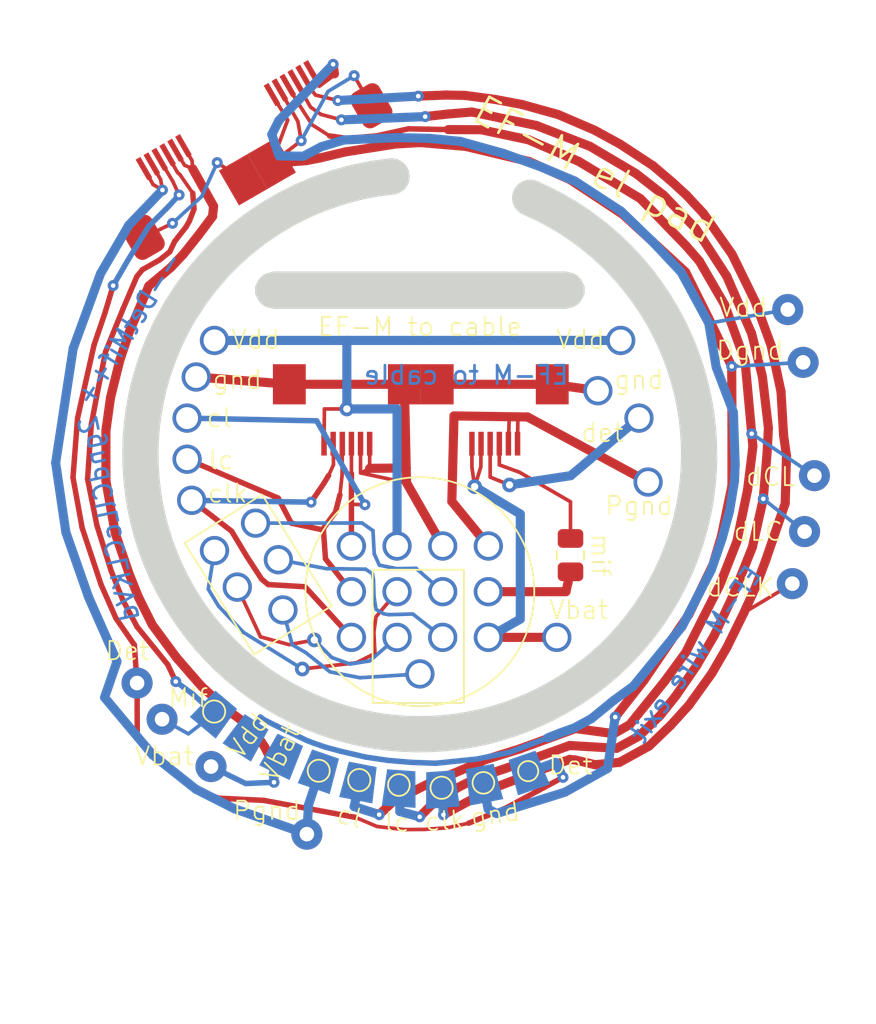
<source format=kicad_pcb>
(kicad_pcb (version 20211014) (generator pcbnew)

  (general
    (thickness 1.6)
  )

  (paper "A4")
  (layers
    (0 "F.Cu" signal)
    (31 "B.Cu" signal)
    (35 "F.Paste" user)
    (37 "F.SilkS" user "F.Silkscreen")
    (38 "B.Mask" user)
    (39 "F.Mask" user)
    (40 "Dwgs.User" user "User.Drawings")
    (44 "Edge.Cuts" user)
    (45 "Margin" user)
    (46 "B.CrtYd" user "B.Courtyard")
    (47 "F.CrtYd" user "F.Courtyard")
    (48 "B.Fab" user)
    (49 "F.Fab" user)
  )

  (setup
    (stackup
      (layer "F.SilkS" (type "Top Silk Screen"))
      (layer "F.Paste" (type "Top Solder Paste"))
      (layer "F.Mask" (type "Top Solder Mask") (thickness 0.01))
      (layer "F.Cu" (type "copper") (thickness 0.035))
      (layer "dielectric 1" (type "core") (thickness 1.51) (material "FR4") (epsilon_r 4.5) (loss_tangent 0.02))
      (layer "B.Cu" (type "copper") (thickness 0.035))
      (layer "B.Mask" (type "Bottom Solder Mask") (thickness 0.01))
      (copper_finish "None")
      (dielectric_constraints no)
    )
    (pad_to_mask_clearance 0)
    (solder_mask_min_width 0.06)
    (pcbplotparams
      (layerselection 0x00010fc_ffffffff)
      (disableapertmacros false)
      (usegerberextensions false)
      (usegerberattributes true)
      (usegerberadvancedattributes true)
      (creategerberjobfile true)
      (svguseinch false)
      (svgprecision 6)
      (excludeedgelayer true)
      (plotframeref false)
      (viasonmask false)
      (mode 1)
      (useauxorigin false)
      (hpglpennumber 1)
      (hpglpenspeed 20)
      (hpglpendiameter 15.000000)
      (dxfpolygonmode true)
      (dxfimperialunits true)
      (dxfusepcbnewfont true)
      (psnegative false)
      (psa4output false)
      (plotreference true)
      (plotvalue true)
      (plotinvisibletext false)
      (sketchpadsonfab false)
      (subtractmaskfromsilk false)
      (outputformat 1)
      (mirror false)
      (drillshape 1)
      (scaleselection 1)
      (outputdirectory "")
    )
  )

  (net 0 "")
  (net 1 "Dgnd")
  (net 2 "Vdd")
  (net 3 "dLC")
  (net 4 "dCL")
  (net 5 "dCLK")
  (net 6 "Vbat")
  (net 7 "Pgnd")
  (net 8 "Mif")
  (net 9 "Det")
  (net 10 "B2_Vdd")
  (net 11 "B2_Dgnd")
  (net 12 "B2_clk")
  (net 13 "B2_cl")
  (net 14 "B2_lc")
  (net 15 "B2_det")
  (net 16 "B2_mif")
  (net 17 "B2_Vbat")
  (net 18 "B2_Pgnd")
  (net 19 "B2_Mif2")
  (net 20 "B2_XA")
  (net 21 "B2_XB")
  (net 22 "B2_XC")
  (net 23 "B2_XD")
  (net 24 "B2_XE")

  (footprint "Connector:1hole_jan" (layer "F.Cu") (at 111 83.75))

  (footprint "Connector:1pin_jan1" (layer "F.Cu") (at 96.68 107.93 -11))

  (footprint "Connector:1pin_jan1" (layer "F.Cu") (at 98.91 108.27 -4))

  (footprint "Connector:1pin_jan1" (layer "F.Cu") (at 90.5129 105.459152 -33))

  (footprint "Connector:1hole_jan" (layer "F.Cu") (at 88.75 83.75))

  (footprint "Connector:1pin_jan2" (layer "F.Cu") (at 120.99 84.95))

  (footprint "Connector:1hole_jan" (layer "F.Cu") (at 92.25 95.75))

  (footprint "Connector:1hole_jan" (layer "F.Cu") (at 109.75 86.5))

  (footprint "Connector:1hole_jan" (layer "F.Cu") (at 87.5 92.5))

  (footprint "Connector:1pin_jan1" (layer "F.Cu") (at 101.190244 108.324768 4))

  (footprint "Connector_FFC-FPC:FPC_6_jan1_DBL" (layer "F.Cu") (at 100.05 88.85 180))

  (footprint "Connector:1pin_jan1" (layer "F.Cu") (at 103.466378 108.045689 11))

  (footprint "Connector:1pin_jan2" (layer "F.Cu") (at 93.81 110.77))

  (footprint "Connector:1hole_jan" (layer "F.Cu") (at 112.5 91.5))

  (footprint "Connector:1pin_jan1" (layer "F.Cu") (at 94.51 107.33 -19))

  (footprint "Connector:1pin_jan2" (layer "F.Cu") (at 88.56 107.07))

  (footprint "Connector:1hole_jan" (layer "F.Cu") (at 87.25 90.25))

  (footprint "Connector:1pin_jan2" (layer "F.Cu") (at 120.4 97.06))

  (footprint "Connector:1pin_jan2" (layer "F.Cu") (at 121.61 91.15))

  (footprint "Connector:1hole_jan" (layer "F.Cu") (at 91 93.75))

  (footprint "Connector:1hole_jan" (layer "F.Cu") (at 112 88))

  (footprint "Connector:1pin_jan1" (layer "F.Cu") (at 88.75 104.18 -40))

  (footprint "Connector:1pin_jan2" (layer "F.Cu") (at 120.15 82.06))

  (footprint "Connector:1hole_jan" (layer "F.Cu") (at 88.75 95.25))

  (footprint "Connector:1hole_jan" (layer "F.Cu") (at 92.5 98.5))

  (footprint "Connector:1pin_jan2" (layer "F.Cu") (at 84.51 102.5))

  (footprint "Resistor_SMD:R_0805_2012Metric" (layer "F.Cu") (at 108.25 95.5 -90))

  (footprint "Connector_FFC-FPC:FPC_6_jan1_DBL" (layer "F.Cu") (at 89.75 72.17 30))

  (footprint "Connector:diode13_jan" (layer "F.Cu") (at 100 97.5 180))

  (footprint "Connector:1hole_jan" (layer "F.Cu") (at 87.25 88))

  (footprint "Connector:1pin_jan2" (layer "F.Cu") (at 85.88 104.48))

  (footprint "Connector:1pin_jan1" (layer "F.Cu") (at 105.92 107.4 19))

  (footprint "Connector:1pin_jan1" (layer "F.Cu") (at 92.46741 106.507123 -26))

  (footprint "Connector:1hole_jan" (layer "F.Cu") (at 107.5 100))

  (footprint "Connector:1hole_jan" (layer "F.Cu") (at 87.75 85.75))

  (footprint "Connector:1pin_jan2" (layer "F.Cu") (at 121.07 94.21))

  (footprint "Connector:1hole_jan" (layer "F.Cu") (at 90 97.25))

  (gr_circle (center 96.68 107.81) (end 97.03 108.31) (layer "F.SilkS") (width 0.1) (fill none) (tstamp 58955aa5-00cd-4349-a382-8d3648e07be4))
  (gr_circle (center 101.19 108.23) (end 101.63 108.65) (layer "F.SilkS") (width 0.1) (fill none) (tstamp 6aab022e-732f-453f-9fa1-a5dc0d9c72e9))
  (gr_circle (center 100 97.5) (end 103 103) (layer "F.SilkS") (width 0.1) (fill none) (tstamp 88c321b6-8c2b-4159-935a-f3e5807003b2))
  (gr_circle (center 103.48 107.96) (end 103.98 108.28) (layer "F.SilkS") (width 0.1) (fill none) (tstamp 8df540ba-842a-4835-9468-2e11ba3cda67))
  (gr_circle (center 94.46 107.3) (end 94.84 107.77) (layer "F.SilkS") (width 0.1) (fill none) (tstamp 9e685266-9e5b-4d33-8bd5-65d7bcc0c9ba))
  (gr_poly
    (pts
      (xy 97.410498 96.300001)
      (xy 102.4105 96.299998)
      (xy 102.410503 103.588395)
      (xy 97.4105 103.588401)
    ) (layer "F.SilkS") (width 0.1) (fill none) (tstamp ae2c6ebe-a5fe-43f7-b7b2-0d6334a79d8e))
  (gr_circle (center 98.85 108.08) (end 99.29 108.48) (layer "F.SilkS") (width 0.1) (fill none) (tstamp bcc5c157-d0ac-4228-b67a-e23610a5ad45))
  (gr_poly
    (pts
      (xy 87.112595 94.834146)
      (xy 91.352833 92.18455)
      (xy 95.162265 98.280909)
      (xy 90.922027 100.930508)
    ) (layer "F.SilkS") (width 0.1) (fill none) (tstamp ccf76a21-0d3c-4965-a365-2517410adc24))
  (gr_circle (center 105.93 107.32) (end 106.4 107.61) (layer "F.SilkS") (width 0.1) (fill none) (tstamp d290e08e-f583-48d8-8e89-b5e0456e5802))
  (gr_circle (center 88.73 104.06) (end 88.99 104.61) (layer "F.SilkS") (width 0.1) (fill none) (tstamp eecf1289-7056-48c7-b981-b6d3d0b01c0b))
  (gr_line (start 92 81) (end 89.5 79) (layer "B.Mask") (width 1.5) (tstamp 0c5936c4-e905-4ab1-8bc3-c5ab2312eb6d))
  (gr_line (start 108 81) (end 110.5 79) (layer "B.Mask") (width 1.5) (tstamp 0e15e68c-4aae-42b9-ab2b-622c3e2c561b))
  (gr_line (start 98.5 74.75) (end 106 75.75) (layer "B.Mask") (width 1.5) (tstamp 7bdc0d88-58ed-4fb6-a281-e9dbffc90e0f))
  (gr_line (start 92 81) (end 89.5 79) (layer "F.Mask") (width 1.5) (tstamp a67893bc-7962-4244-b985-00f82eccb450))
  (gr_line (start 108 81) (end 110.5 79) (layer "F.Mask") (width 1.5) (tstamp baa1f965-db76-435c-99c5-8d48a0827394))
  (gr_line (start 98.5 74.75) (end 106 75.75) (layer "F.Mask") (width 1.5) (tstamp bd8abde1-eefb-4871-99fe-3a7dbb1dbe5a))
  (gr_line locked (start 78.059424 91.615147) (end 78.002177 90.308115) (layer "Dwgs.User") (width 2) (tstamp 00d08694-3658-4d19-acc6-5135c6c870af))
  (gr_line locked (start 90.862372 74.143264) (end 91.634783 73.723212) (layer "Dwgs.User") (width 0.053617) (tstamp 0112a8b8-c532-4b82-9644-5ae64c010dd6))
  (gr_line locked (start 110.11902 101.475874) (end 109.547021 101.955967) (layer "Dwgs.User") (width 2.000003) (tstamp 0123abe2-935a-46af-a351-516892918da4))
  (gr_line locked (start 110.722309 109.21034) (end 109.947593 109.622644) (layer "Dwgs.User") (width 2) (tstamp 0143cd99-8059-4987-a48a-0200be41dbf9))
  (gr_line locked (start 80.574764 79.672416) (end 80.864049 79.145762) (layer "Dwgs.User") (width 2) (tstamp 01ec1959-1915-492f-b7b9-779fc99fccfb))
  (gr_line locked (start 88.524106 100.119051) (end 88.044012 99.547051) (layer "Dwgs.User") (width 2.000003) (tstamp 0223d756-17f3-45f1-82f4-e7938fce9fce))
  (gr_line locked (start 110.205392 76.828451) (end 110.842637 77.347307) (layer "Dwgs.User") (width 0.053617) (tstamp 028754a0-a909-4452-bdd7-09d69f56c040))
  (gr_line locked (start 82.54272 106.478353) (end 82.286292 106.20208) (layer "Dwgs.User") (width 2) (tstamp 02f3c87d-2963-4639-bf61-40b2b1701b01))
  (gr_line locked (start 109.157092 110.003811) (end 108.351788 110.353344) (layer "Dwgs.User") (width 2) (tstamp 03755ab9-6835-4212-b093-7f8516babcec))
  (gr_line locked (start 108.333715 102.831252) (end 107.694354 103.224551) (layer "Dwgs.User") (width 2.000003) (tstamp 042f7adf-bbdf-4891-8333-1c1c32cd91e3))
  (gr_line locked (start 105.409852 105.755614) (end 104.647601 105.997412) (layer "Dwgs.User") (width 0.053617) (tstamp 04b8b991-19d0-4ba4-a361-f298a4ce5a1a))
  (gr_line locked (start 113.385303 97.411133) (end 113.004543 98.060625) (layer "Dwgs.User") (width 2.000003) (tstamp 04e2bc72-d722-4d90-bafa-b2694f0964a4))
  (gr_line locked (start 86.88887 82.113524) (end 87.443647 81.257038) (layer "Dwgs.User") (width 2.000003) (tstamp 04f1d81f-f9fa-4a5d-802a-1462e25b3685))
  (gr_line locked (start 113.734851 96.741227) (end 113.385303 97.411133) (layer "Dwgs.User") (width 2.000003) (tstamp 05eb73b7-b268-4e12-898b-73fc25f049ea))
  (gr_line locked (start 94.590094 74.244272) (end 95.352344 74.00247) (layer "Dwgs.User") (width 0.053617) (tstamp 0676d54d-1d8e-4e3b-ad09-e4197a334a64))
  (gr_line locked (start 105.002172 111.425186) (end 104.137574 111.609086) (layer "Dwgs.User") (width 2) (tstamp 06daf3e7-405e-4fad-bf7d-e708bf3f792f))
  (gr_line locked (start 79.583386 102.619732) (end 81.286383 101.567051) (layer "Dwgs.User") (width 2) (tstamp 075a4295-8031-4e8d-8047-f28a0041daed))
  (gr_line locked (start 113.811459 77.987978) (end 114.376313 78.671262) (layer "Dwgs.User") (width 0.053617) (tstamp 07a0537c-f9a6-4329-b26f-744320542e49))
  (gr_line locked (start 81.711642 90.762049) (end 81.695692 89.872581) (layer "Dwgs.User") (width 0.053617) (tstamp 08355c1b-2db7-4d31-8746-b473dfc498ae))
  (gr_line locked (start 121.816991 100.000617) (end 121.69977 100.252429) (layer "Dwgs.User") (width 2) (tstamp 087c9b47-b4f9-4abc-95bf-88341696edd6))
  (gr_line locked (start 112.831264 81.666305) (end 113.224565 82.305668) (layer "Dwgs.User") (width 2.000003) (tstamp 087f9a32-6b63-4a35-a458-cbc0bdd1b781))
  (gr_line locked (start 108.119467 75.452723) (end 108.843259 75.879784) (layer "Dwgs.User") (width 0.053617) (tstamp 08e79f1b-1831-468f-8d22-4fcadc904eaf))
  (gr_line locked (start 99.169979 68.015633) (end 99.869252 68.000358) (layer "Dwgs.User") (width 2) (tstamp 0919e54d-04d2-4056-9739-b6cb02436bdc))
  (gr_line locked (start 86.65667 109.953933) (end 86.212147 109.650114) (layer "Dwgs.User") (width 2) (tstamp 092b7a8c-ac29-411c-b16f-8a3e09990b68))
  (gr_line locked (start 115.1647 83.105102) (end 115.477879 83.840541) (layer "Dwgs.User") (width 0.053617) (tstamp 09a853d1-4bd4-4c86-926a-d7cca6d17c35))
  (gr_line locked (start 104.224383 104.705319) (end 103.495884 104.895346) (layer "Dwgs.User") (width 2.000003) (tstamp 09d3d80a-d460-4e29-8775-56e0cdf04014))
  (gr_line locked (start 86.788087 102.669139) (end 86.188531 102.011917) (layer "Dwgs.User") (width 0.053617) (tstamp 09e20327-10ea-426e-a996-4799402ad4a7))
  (gr_line locked (start 88.517413 111.076682) (end 88.039974 110.810234) (layer "Dwgs.User") (width 2) (tstamp 09ed3bae-d7ae-4208-b2ee-57faa6b9936b))
  (gr_line locked (start 113.661081 99.538711) (end 113.17145 100.205354) (layer "Dwgs.User") (width 0.053617) (tstamp 0a4fdf0e-b5db-41b5-9fa8-f77df0caf85f))
  (gr_line locked (start 115.856674 80.862359) (end 116.276723 81.634769) (layer "Dwgs.User") (width 0.053617) (tstamp 0a843cd4-564a-433e-8983-1ead5bf18dde))
  (gr_line locked (start 118.127667 87.475165) (end 118.229244 88.353308) (layer "Dwgs.User") (width 0.053617) (tstamp 0af7cc95-f746-41cd-964d-20d3950dda3c))
  (gr_line locked (start 105.340373 75.662238) (end 105.519593 75.730267) (layer "Dwgs.User") (width 2.000003) (tstamp 0b888252-1b56-4adb-a76b-7233722a199b))
  (gr_line locked (start 117.92174 102.762274) (end 117.385424 103.484244) (layer "Dwgs.User") (width 2) (tstamp 0be9daf8-b6f8-488d-b751-4a20d6aae0a0))
  (gr_line locked (start 85.879847 81.156699) (end 86.338878 80.461206) (layer "Dwgs.User") (width 0.053617) (tstamp 0c43de0a-87dd-4596-8452-afdf4c7946cc))
  (gr_line locked (start 92.761522 106.807491) (end 91.906024 106.413131) (layer "Dwgs.User") (width 0.053617) (tstamp 0cc63e43-8678-4c4e-9399-613976126e6b))
  (gr_line locked (start 80.406307 103.86544) (end 79.984913 103.248591) (layer "Dwgs.User") (width 2) (tstamp 0d905c64-4610-49b9-a0d4-4a90c0497710))
  (gr_line locked (start 82.996865 96.766318) (end 82.691731 95.942928) (layer "Dwgs.User") (width 0.053617) (tstamp 0dba9ee9-316a-46df-a1db-4a7f6ccf6bb7))
  (gr_line locked (start 114.895315 86.504135) (end 115.048847 87.238909) (layer "Dwgs.User") (width 2.000003) (tstamp 0dc92811-3f58-4083-b1a3-d114802fc4bc))
  (gr_line locked (start 79.301444 82.545349) (end 79.794226 81.298004) (layer "Dwgs.User") (width 2) (tstamp 0de95a8d-00fd-4ad1-b3f5-8601872eab31))
  (gr_line locked (start 104.031004 68.372422) (end 104.714109 68.510968) (layer "Dwgs.User") (width 2) (tstamp 0eac6fc9-5b49-4ebe-a63d-03ce5c4332c9))
  (gr_line locked (start 115.007263 100.478691) (end 114.469386 101.211026) (layer "Dwgs.User") (width 0.053617) (tstamp 0eca521f-6178-4d16-9853-ad55151cf6ca))
  (gr_line locked (start 110.934451 102.572487) (end 110.31246 103.086675) (layer "Dwgs.User") (width 0.053617) (tstamp 0ee19151-b825-462e-90d9-ef4f79c03103))
  (gr_line locked (start 90.997132 75.981797) (end 91.682034 75.565647) (layer "Dwgs.User") (width 0.053617) (tstamp 0f181264-9201-46e0-a478-00d620a5e363))
  (gr_line locked (start 106.159383 105.477851) (end 105.409852 105.755614) (layer "Dwgs.User") (width 0.053617) (tstamp 0fd14033-a491-4791-81ee-f7063f251956))
  (gr_line locked (start 85.521223 94.945238) (end 85.294702 94.224377) (layer "Dwgs.User") (width 2.000003) (tstamp 105cbb21-7dd6-4b89-9c4b-8818a6db04ee))
  (gr_line locked (start 84.60046 99.88994) (end 84.143305 99.137547) (layer "Dwgs.User") (width 0.053617) (tstamp 10ed0409-d7d4-4941-8386-8b23feee80ef))
  (gr_line locked (start 87.330766 76.788046) (end 87.987991 76.188491) (layer "Dwgs.User") (width 0.053617) (tstamp 121ea980-ed52-464e-88c0-8e9b2f6f923a))
  (gr_line locked (start 119.361393 100.447352) (end 118.910706 101.24333) (layer "Dwgs.User") (width 2) (tstamp 1256b886-f1a8-4495-ab6f-c237f1f0a49a))
  (gr_line locked (start 122.994347 83.123292) (end 123.348006 84.437386) (layer "Dwgs.User") (width 2) (tstamp 12763746-dcd9-47a5-be23-0b15a78aede0))
  (gr_line locked (start 78.406239 94.208532) (end 78.194199 92.916472) (layer "Dwgs.User") (width 2) (tstamp 127dca1f-9ed4-4afd-a06e-cdb88c270358))
  (gr_line locked (start 89.379106 75.094076) (end 90.109976 74.600419) (layer "Dwgs.User") (width 0.053617) (tstamp 128362b7-9347-4a52-a51f-08edb8147ae2))
  (gr_line locked (start 90.951442 77.662519) (end 91.7808 77.09512) (layer "Dwgs.User") (width 2.000003) (tstamp 12bcb36e-7202-4de4-bb88-ff22305c5cfa))
  (gr_line locked (start 120.86168 78.131693) (end 121.499958 79.33336) (layer "Dwgs.User") (width 2) (tstamp 138f4a97-b761-4101-84b9-5b902e33e2fb))
  (gr_line locked (start 118.229244 88.353308) (end 118.288308 89.23787) (layer "Dwgs.User") (width 0.053617) (tstamp 13972767-4a52-4087-885f-3795241eb3e6))
  (gr_line locked (start 110.478732 74.992654) (end 111.211067 75.530537) (layer "Dwgs.User") (width 0.053617) (tstamp 13a59a40-15f6-43a7-8b2b-f34969a47b90))
  (gr_line locked (start 96.125938 73.797181) (end 96.909501 73.62895) (layer "Dwgs.User") (width 0.053617) (tstamp 13b5e26c-b4e0-4980-9763-a188963991b6))
  (gr_line locked (start 108.951595 102.408075) (end 108.333715 102.831252) (layer "Dwgs.User") (width 2.000003) (tstamp 147daa9d-b74f-4b1a-9fe8-4660cf8cef14))
  (gr_line locked (start 83.33994 107.2845) (end 83.069571 107.01963) (layer "Dwgs.User") (width 2) (tstamp 14ee4fdd-9671-4197-8a88-3495741c7468))
  (gr_line locked (start 108.053207 69.526892) (end 108.702086 69.794153) (layer "Dwgs.User") (width 2) (tstamp 14fb7a04-d75f-4e00-8553-b87132e4455e))
  (gr_line locked (start 94.517371 107.460812) (end 93.635856 107.158114) (layer "Dwgs.User") (width 0.053617) (tstamp 150d89d9-d74d-4597-b96a-d4296f2a4f01))
  (gr_line locked (start 97.47519 71.872248) (end 98.353336 71.770667) (layer "Dwgs.User") (width 0.053617) (tstamp 1614ac84-5a3e-4f9c-9c15-f24593fab23b))
  (gr_line locked (start 87.347359 79.157314) (end 87.894059 78.55001) (layer "Dwgs.User") (width 0.053617) (tstamp 175e0be6-1f08-40ab-9fd7-eea0b0ddfe2f))
  (gr_line locked (start 109.53875 76.338818) (end 110.205392 76.828451) (layer "Dwgs.User") (width 0.053617) (tstamp 178fd58b-a6d3-41c2-ab45-5b0f5b27e5e8))
  (gr_line locked (start 79.061068 96.750622) (end 78.695283 95.487768) (layer "Dwgs.User") (width 2) (tstamp 179e5f5b-fc2e-4433-abcb-2125a1a5b08b))
  (gr_line locked (start 82.841784 83.635817) (end 83.192404 82.761482) (layer "Dwgs.User") (width 0.053617) (tstamp 183abd6f-5e1f-4b78-a149-74b5d0041a9e))
  (gr_line locked (start 84.518855 108.347721) (end 84.117092 108.001245) (layer "Dwgs.User") (width 2) (tstamp 197ee6dc-ff5c-4fb9-b842-94988aa116d5))
  (gr_line locked (start 123.348006 84.437386) (end 123.627267 85.771441) (layer "Dwgs.User") (width 2) (tstamp 1a00d905-2548-436c-b8dd-e447915ac4a4))
  (gr_line locked (start 105.519593 75.730267) (end 105.697921 75.800537) (layer "Dwgs.User") (width 2.000003) (tstamp 1a3a0520-fbcf-4055-a335-5e4dcf47fdb2))
  (gr_line locked (start 111.955971 80.452993) (end 112.408083 81.048422) (layer "Dwgs.User") (width 2.000003) (tstamp 1aaada0e-8cb6-4f7e-9398-da38ef717a47))
  (gr_line locked (start 86.431193 99.66809) (end 85.98182 99.002781) (layer "Dwgs.User") (width 0.053617) (tstamp 1b03b6fc-ba11-40bc-b2d8-992e86e424ff))
  (gr_line locked (start 109.547021 101.955967) (end 108.951595 102.408075) (layer "Dwgs.User") (width 2.000003) (tstamp 1b3307ae-8787-4ff6-8554-5cd45558abe8))
  (gr_line locked (start 115.299874 96.589124) (end 114.940886 97.367879) (layer "Dwgs.User") (width 0.053617) (tstamp 1bcfcb13-18d5-410e-ab6a-a7514c017cd7))
  (gr_line locked (start 84.700096 83.410795) (end 84.700096 83.410795) (layer "Dwgs.User") (width 0.053617) (tstamp 1c9494a8-e0b6-4f17-9d28-db97b1c32df5))
  (gr_line locked (start 86.980542 69.835305) (end 88.056439 69.181226) (layer "Dwgs.User") (width 2) (tstamp 1e38037f-eb81-43cc-a71b-c7b2b0815707))
  (gr_line locked (start 86.082253 96.355084) (end 85.784267 95.657108) (layer "Dwgs.User") (width 2.000003) (tstamp 1eb1b674-fa60-444f-a2e3-6cedaf4f856a))
  (gr_line locked (start 106.734941 69.056206) (end 107.397318 69.280883) (layer "Dwgs.User") (width 2) (tstamp 1f89413a-d081-4355-9a88-d23c7d6a05c2))
  (gr_line locked (start 115.620924 105.494182) (end 114.984178 106.110511) (layer "Dwgs.User") (width 2) (tstamp 20151cc3-733b-48cf-a659-d8f9dac0292b))
  (gr_line locked (start 95.366642 104.581632) (end 94.652387 104.335062) (layer "Dwgs.User") (width 2.000003) (tstamp 2095cd12-84a4-49ea-93af-5d490cceffb3))
  (gr_line locked (start 90.285296 105.511485) (end 89.521268 105.007221) (layer "Dwgs.User") (width 0.053617) (tstamp 20e5b47e-d9de-415e-8fc4-12fa2c59a5e0))
  (gr_line locked (start 92.761522 106.807491) (end 92.761522 106.807491) (layer "Dwgs.User") (width 0.053617) (tstamp 21af21a9-f6b3-4b8d-9fda-56f2a318ee15))
  (gr_line locked (start 121.931366 99.747509) (end 121.816991 100.000617) (layer "Dwgs.User") (width 2) (tstamp 21c7f00a-3deb-4898-ac21-1da5f441e0fb))
  (gr_line locked (start 98.979757 108.276458) (end 98.085007 108.20437) (layer "Dwgs.User") (width 0.053617) (tstamp 21f771c0-da72-4f68-b3e1-0a4e829ec618))
  (gr_line locked (start 113.899405 101.911069) (end 113.298834 102.578216) (layer "Dwgs.User") (width 0.053617) (tstamp 2207c266-a081-4968-a6e8-34ed7274e9aa))
  (gr_line locked (start 82.015782 93.394967) (end 81.872289 92.524753) (layer "Dwgs.User") (width 0.053617) (tstamp 22557fb8-11a6-427c-b536-00d449026b20))
  (gr_line locked (start 105.105606 107.573831) (end 104.255782 107.799345) (layer "Dwgs.User") (width 0.053617) (tstamp 229690d8-4771-435f-bfb5-4dc31368c79c))
  (gr_line locked (start 96.417452 75.125042) (end 96.917942 75.013427) (layer "Dwgs.User") (width 2.000003) (tstamp 23ea7b3a-3e5b-48df-ad97-5d16026da5f7))
  (gr_line locked (start 107.23848 73.192363) (end 108.093977 73.586728) (layer "Dwgs.User") (width 0.053617) (tstamp 24648931-41cb-42f9-94b8-5061f47b6295))
  (gr_line locked (start 109.877137 78.315275) (end 110.43551 78.811158) (layer "Dwgs.User") (width 2.000003) (tstamp 252df262-e11c-45d7-8b98-08fd203d2713))
  (gr_line locked (start 91.460593 67.570517) (end 92.645566 67.154199) (layer "Dwgs.User") (width 2) (tstamp 253d8a4e-3dd7-46a5-bcbe-c5f02d1639a6))
  (gr_line locked (start 81.695692 89.872581) (end 81.723458 88.979717) (layer "Dwgs.User") (width 0.053617) (tstamp 25751ac5-ff86-4b3e-9a41-1f7af2252d97))
  (gr_line locked (start 84.929314 108.686027) (end 84.518855 108.347721) (layer "Dwgs.User") (width 2) (tstamp 262c96c7-f717-4dbe-81c0-c45deed25e58))
  (gr_line locked (start 91.634783 73.723212) (end 92.4257 73.340865) (layer "Dwgs.User") (width 0.053617) (tstamp 265e6687-a15b-448e-b4ad-c5a7621279d6))
  (gr_line locked (start 91.080415 105.980626) (end 90.285296 105.511485) (layer "Dwgs.User") (width 0.053617) (tstamp 26cff0b0-47d7-4910-b42a-bdc6e40a7bba))
  (gr_line locked (start 100 90) (end 101.747698 116.856319) (layer "Dwgs.User") (width 0.053617) (tstamp 275d53ee-03a8-4af6-8c9f-ca1689e14d95))
  (gr_line locked (start 84.00252 94.647563) (end 83.797235 93.873969) (layer "Dwgs.User") (width 0.053617) (tstamp 28086cef-fd11-4f5b-99ef-0e3d003f05e8))
  (gr_line locked (start 107.614789 104.816622) (end 106.894821 105.164671) (layer "Dwgs.User") (width 0.053617) (tstamp 287c7a23-95df-4212-a6c7-93acdaee48a2))
  (gr_line locked (start 86.828507 79.794562) (end 87.347359 79.157314) (layer "Dwgs.User") (width 0.053617) (tstamp 28999007-2964-4334-9665-41d1e1d99239))
  (gr_circle (center 108 81) (end 109 81) (layer "Dwgs.User") (width 0.1) (fill none) (tstamp 2902d61d-b4c2-4bf5-86a4-9e02e566fd3b))
  (gr_line locked (start 107.532663 110.670745) (end 106.700697 110.955518) (layer "Dwgs.User") (width 2) (tstamp 292e0246-1fbf-40d5-9fab-e8e41496c85f))
  (gr_line locked (start 85.784267 95.657108) (end 85.784267 95.657108) (layer "Dwgs.User") (width 2.000003) (tstamp 293f7376-bd20-4e4a-82b6-fb25d203c8cf))
  (gr_line locked (start 116.659067 82.425685) (end 117.003105 83.233594) (layer "Dwgs.User") (width 0.053617) (tstamp 2a004d8f-ee83-46f0-81f6-62ed058ee0e7))
  (gr_line locked (start 108.702086 69.794153) (end 109.51745 70.165149) (layer "Dwgs.User") (width 2) (tstamp 2a173608-e418-4623-9f6b-bae4d5a98819))
  (gr_line locked (start 87.973206 101.532689) (end 87.427433 100.934419) (layer "Dwgs.User") (width 0.053617) (tstamp 2b0189df-0ae3-4310-84bd-0c1a2ae6857e))
  (gr_line locked (start 86.389347 83.011229) (end 86.632032 82.557348) (layer "Dwgs.User") (width 2.000003) (tstamp 2baedc6c-54b7-4588-814a-deecc1108b75))
  (gr_line locked (start 89.794566 103.171417) (end 89.15732 102.652563) (layer "Dwgs.User") (width 0.053617) (tstamp 2bdc947d-144b-453b-a5c3-f823d86e37a5))
  (gr_line locked (start 109.889982 105.399489) (end 109.137589 105.856642) (layer "Dwgs.User") (width 0.053617) (tstamp 2c8aed58-bcee-4ff9-b3bc-bbe71b9dfe2e))
  (gr_line locked (start 114.215733 84.342909) (end 114.478777 85.054778) (layer "Dwgs.User") (width 2.000003) (tstamp 2c91838e-8e8e-45bf-b8be-2b6aede46df0))
  (gr_line locked (start 115.944197 74.841283) (end 116.542105 75.496092) (layer "Dwgs.User") (width 2) (tstamp 2cc0c4af-2bdb-4b98-bda2-9af748b331d5))
  (gr_line locked (start 84.992677 79.521227) (end 85.530556 78.788891) (layer "Dwgs.User") (width 0.053617) (tstamp 2d7cc04b-0caa-4a57-a6fc-11d6f93a910c))
  (gr_line locked (start 87.168727 98.333739) (end 86.775429 97.694373) (layer "Dwgs.User") (width 2.000003) (tstamp 2e2a47d3-3ec0-4d21-84e4-78f4bbb9f333))
  (gr_line locked (start 81.723458 88.979717) (end 81.795543 88.084967) (layer "Dwgs.User") (width 0.053617) (tstamp 2e49279f-c0d7-4d80-a6ac-e70503282f3c))
  (gr_line locked (start 102.298291 106.501548) (end 101.498918 106.594016) (layer "Dwgs.User") (width 0.053617) (tstamp 2f5f10c6-d361-4168-bff6-71ce0fc4ede3))
  (gr_line locked (start 93.635856 107.158114) (end 92.761522 106.807491) (layer "Dwgs.User") (width 0.053617) (tstamp 2f793d15-f20f-4e78-81e4-8b9f498ce291))
  (gr_line locked (start 83.723253 98.365138) (end 83.340906 97.574225) (layer "Dwgs.User") (width 0.053617) (tstamp 2fb07e34-35a8-40e3-8efe-f58e62b6c07f))
  (gr_line locked (start 117.799373 85.744174) (end 117.984176 86.60495) (layer "Dwgs.User") (width 0.053617) (tstamp 2fbe15e9-44bc-424b-b473-b42ec78571e7))
  (gr_line locked (start 112.652596 100.8426) (end 112.105894 101.449902) (layer "Dwgs.User") (width 0.053617) (tstamp 3041cac3-f088-4e0a-b96f-5e9600587b28))
  (gr_line locked (start 107.574267 106.659036) (end 106.766359 107.003075) (layer "Dwgs.User") (width 0.053617) (tstamp 30e31b24-669f-4dea-94fe-41f9efb61d94))
  (gr_line locked (start 91.939365 103.004568) (end 91.311232 102.593571) (layer "Dwgs.User") (width 2.000003) (tstamp 317c30d8-7738-404a-9b65-b4a1a7b4b5fe))
  (gr_line locked (start 101.646651 108.229217) (end 100.76209 108.28828) (layer "Dwgs.User") (width 0.053617) (tstamp 31d6ee5e-e2e4-4906-94ea-fd7f10cbe93f))
  (gr_line locked (start 106.894821 105.164671) (end 106.159383 105.477851) (layer "Dwgs.User") (width 0.053617) (tstamp 32e4e9ef-f41b-4e43-8c86-bfa6995ed729))
  (gr_line locked (start 89.15732 102.652563) (end 88.550017 102.105862) (layer "Dwgs.User") (width 0.053617) (tstamp 343866a1-b808-4a17-b9d9-af05e8b8cbc4))
  (gr_line locked (start 108.351788 110.353344) (end 107.532663 110.670745) (layer "Dwgs.User") (width 2) (tstamp 3473c876-e50f-497e-a43d-a0ad529792e2))
  (gr_line locked (start 112.578255 76.701096) (end 113.211905 77.330752) (layer "Dwgs.User") (width 0.053617) (tstamp 36bfffdc-d644-410b-acef-734efa190ede))
  (gr_line locked (start 99.07125 106.637024) (end 98.256761 106.571404) (layer "Dwgs.User") (width 0.053617) (tstamp 3717f758-e58f-43b7-963a-c202c0dde9e1))
  (gr_line locked (start 95.075475 66.508575) (end 96.315273 66.281315) (layer "Dwgs.User") (width 2) (tstamp 3720d4c8-8546-44d2-ad9b-0dd99cde2790))
  (gr_line locked (start 82.283719 85.404514) (end 82.539089 84.517331) (layer "Dwgs.User") (width 0.053617) (tstamp 372282f7-9024-42da-ae74-58c7c6bb5380))
  (gr_line locked (start 108.060612 76.995437) (end 108.688741 77.406441) (layer "Dwgs.User") (width 2.000003) (tstamp 374e28f2-251e-4e0f-8c0c-63810871f87e))
  (gr_line locked (start 89.687489 76.913231) (end 90.331825 76.431174) (layer "Dwgs.User") (width 0.053617) (tstamp 378686b5-03fc-45e6-9d9a-b745096cdc45))
  (gr_line locked (start 112.408083 81.048422) (end 112.831264 81.666305) (layer "Dwgs.User") (width 2.000003) (tstamp 379c4af8-5af3-4334-b0f0-9d28f1c6d134))
  (gr_line locked (start 97.701656 73.498326) (end 98.50103 73.405855) (layer "Dwgs.User") (width 0.053617) (tstamp 37bda403-5c88-4e49-bf9e-ee6b79d6d669))
  (gr_line locked (start 111.475874 79.88099) (end 111.955971 80.452993) (layer "Dwgs.User") (width 2.000003) (tstamp 38c40704-f53a-490d-aa94-a2a37167e9c0))
  (gr_line locked (start 118.430494 102.015137) (end 117.92174 102.762274) (layer "Dwgs.User") (width 2) (tstamp 394cda79-66a4-45cd-ba15-10c65b2973fd))
  (gr_line locked (start 113.086708 79.68745) (end 113.568762 80.33179) (layer "Dwgs.User") (width 0.053617) (tstamp 39d8e685-0efa-4b15-a3f0-f3c138b58fed))
  (gr_line locked (start 91.7808 77.09512) (end 92.646432 76.582864) (layer "Dwgs.User") (width 2.000003) (tstamp 39f40eb2-cc25-426c-ba79-397c27c2265f))
  (gr_line locked (start 119.122185 79.121297) (end 120.861615 78.131693) (layer "Dwgs.User") (width 2) (tstamp 3a0cdf88-936b-4055-a1eb-875922570736))
  (gr_line locked (start 122.567589 81.832418) (end 122.994347 83.123292) (layer "Dwgs.User") (width 2) (tstamp 3a24f261-f972-4464-b972-05019c23ee31))
  (gr_line locked (start 118.910706 101.24333) (end 118.430494 102.015137) (layer "Dwgs.User") (width 2) (tstamp 3a5fbad6-e57f-4f4e-b5eb-ca22d76616aa))
  (gr_line locked (start 103.264063 111.758368) (end 102.382618 111.872533) (layer "Dwgs.User") (width 2) (tstamp 3b262ad0-fd97-408b-b1a2-7856f2c3fd07))
  (gr_line locked (start 90.109976 74.600419) (end 90.862372 74.143264) (layer "Dwgs.User") (width 0.053617) (tstamp 3b4ff40f-043d-4f34-a8aa-3591e2fcfde2))
  (gr_line locked (start 84.834089 92.021415) (end 84.753471 91.278158) (layer "Dwgs.User") (width 2.000003) (tstamp 3b6cb8d7-04d6-4d8d-8ced-49e056a3f4cf))
  (gr_line locked (start 88.056439 69.181226) (end 89.16346 68.585053) (layer "Dwgs.User") (width 2) (tstamp 3b74ffd8-267c-473f-a57e-91eda95bc91c))
  (gr_line locked (start 105.793258 74.380851) (end 106.589165 74.700022) (layer "Dwgs.User") (width 0.053617) (tstamp 3b978b60-0e77-4c95-9aef-ea8f425ebbd8))
  (gr_line locked (start 114.215733 84.342909) (end 114.215733 84.342909) (layer "Dwgs.User") (width 2.000003) (tstamp 3be62d0f-a0f9-4feb-aded-8147cdf7aa4f))
  (gr_line locked (start 117.573859 84.894349) (end 117.799373 85.744174) (layer "Dwgs.User") (width 0.053617) (tstamp 3c0251d3-a643-4ea0-b273-95363bc4a3fc))
  (gr_line locked (start 116.127048 94.183185) (end 115.894585 94.990784) (layer "Dwgs.User") (width 0.053617) (tstamp 3cc20e92-c4a4-4eaa-8f2b-932928745f77))
  (gr_line locked (start 106.355082 103.917734) (end 105.657116 104.215725) (layer "Dwgs.User") (width 2.000003) (tstamp 3cdfde6d-fa36-4b3f-90f2-2a7ad161a8d8))
  (gr_line locked (start 100.12737 71.695651) (end 101.020236 71.723417) (layer "Dwgs.User") (width 0.053617) (tstamp 3d4224e4-3dd7-4167-8785-52fad9e5ff05))
  (gr_line locked (start 87.42174 103.298791) (end 86.788087 102.669139) (layer "Dwgs.User") (width 0.053617) (tstamp 3da147de-5f1c-4bad-96fc-5c4daf76ee63))
  (gr_line locked (start 85.947791 83.948166) (end 85.947791 83.948166) (layer "Dwgs.User") (width 2.000003) (tstamp 3dbe3aee-3ac6-4f7c-a0c6-c8724a5fb15f))
  (gr_line locked (start 92.417162 112.770617) (end 91.773916 112.546216) (layer "Dwgs.User") (width 2) (tstamp 3dc8fd66-ff00-4b4b-97dc-5dc7a58b58c4))
  (gr_line locked (start 116.637053 90.928687) (end 116.571434 91.743176) (layer "Dwgs.User") (width 0.053617) (tstamp 3df40be8-daa7-4b16-b18d-9a1af4d90119))
  (gr_line locked (start 103.704104 72.075031) (end 104.595446 72.283678) (layer "Dwgs.User") (width 0.053617) (tstamp 3e3e262a-e050-4c57-a32c-1ca48e52e386))
  (gr_line locked (start 110.666618 100.968742) (end 110.11902 101.475874) (layer "Dwgs.User") (width 2.000003) (tstamp 3e7ae9bc-446f-4fdb-b041-a5e726b08633))
  (gr_line locked (start 111.684721 99.877149) (end 111.188843 100.435519) (layer "Dwgs.User") (width 2.000003) (tstamp 3f016a25-13e1-43f7-a45d-73afee84b34c))
  (gr_line locked (start 81.912547 87.189843) (end 82.075072 86.295855) (layer "Dwgs.User") (width 0.053617) (tstamp 3f7a78c3-fd91-421a-88c6-42bb4e73e8cf))
  (gr_line locked (start 85.059081 82.63204) (end 85.452789 81.880493) (layer "Dwgs.User") (width 0.053617) (tstamp 3fb7fe3d-98c0-456e-bd41-3863fa5938e6))
  (gr_line locked (start 103.090445 106.370926) (end 102.298291 106.501548) (layer "Dwgs.User") (width 0.053617) (tstamp 406eb181-1e4e-471c-ad78-51b0a1fdf0ca))
  (gr_line locked (start 113.211905 77.330752) (end 113.811459 77.987978) (layer "Dwgs.User") (width 0.053617) (tstamp 4082a766-88bc-44ff-a5b2-e9c44fee3f6a))
  (gr_line locked (start 83.724096 107.646778) (end 83.33994 107.2845) (layer "Dwgs.User") (width 2) (tstamp 408d81da-0faa-4b15-acc6-a17eae358dc2))
  (gr_line locked (start 117.924868 93.704065) (end 117.71622 94.595406) (layer "Dwgs.User") (width 0.053617) (tstamp 40b62794-469f-44c2-ba68-38008b6d5c2c))
  (gr_line locked (start 93.105125 74.83522) (end 93.840562 74.522038) (layer "Dwgs.User") (width 0.053617) (tstamp 40cfcedd-5ea1-4337-bf5d-e22f4923f9a9))
  (gr_line locked (start 83.337637 89.883986) (end 83.362914 89.071215) (layer "Dwgs.User") (width 0.053617) (tstamp 40fa469a-4fa7-4bea-aba9-0f66394981d2))
  (gr_line locked (start 85.418397 85.366674) (end 85.664964 84.652416) (layer "Dwgs.User") (width 2.000003) (tstamp 42df9d28-03b7-45c9-9237-812046d432b5))
  (gr_line locked (start 116.316979 93.371801) (end 116.127048 94.183185) (layer "Dwgs.User") (width 0.053617) (tstamp 42f1eaee-e2e8-4b19-861f-c93e5e373fbe))
  (gr_line locked (start 84.700096 83.410795) (end 85.059081 82.63204) (layer "Dwgs.User") (width 0.053617) (tstamp 432ab2c8-98dd-4426-a0e4-2eea48f19f53))
  (gr_line locked (start 111.093096 71.001378) (end 111.851754 71.465155) (layer "Dwgs.User") (width 2) (tstamp 43ad5f88-7ade-4aa3-a589-b930886adbea))
  (gr_line locked (start 116.464925 92.558006) (end 116.316979 93.371801) (layer "Dwgs.User") (width 0.053617) (tstamp 43fced9f-6702-43ed-aa99-e24f395e2ff4))
  (gr_line locked (start 93.410803 105.299831) (end 93.410803 105.299831) (layer "Dwgs.User") (width 0.053617) (tstamp 44c43017-80fc-4c37-a291-e4e366be37c9))
  (gr_line locked (start 105.657116 104.215725) (end 105.657116 104.215725) (layer "Dwgs.User") (width 2.000003) (tstamp 459b01a1-4e52-43f7-b2b6-052fbcad4a55))
  (gr_line locked (start 97.189883 108.087363) (end 96.295895 107.924835) (layer "Dwgs.User") (width 0.053617) (tstamp 465a2514-047a-4b6e-9ef5-abe731f99711))
  (gr_line locked (start 98.085007 108.20437) (end 97.189883 108.087363) (layer "Dwgs.User") (width 0.053617) (tstamp 46acb870-63b6-4dfd-a9db-ee514cf237c6))
  (gr_line locked (start 81.307845 105.060975) (end 80.847356 104.469745) (layer "Dwgs.User") (width 2) (tstamp 46b1b2ea-a0ad-493b-9a17-a0522849642b))
  (gr_line locked (start 93.545625 76.127739) (end 94.475667 75.731734) (layer "Dwgs.User") (width 2.000003) (tstamp 47a585c2-6c57-446f-b7d4-d6af332be4e5))
  (gr_line locked (start 107.367919 75.05901) (end 108.119467 75.452723) (layer "Dwgs.User") (width 0.053617) (tstamp 47d0e430-0920-4eed-91ea-09f641f27e15))
  (gr_line locked (start 105.942969 107.308207) (end 105.105606 107.573831) (layer "Dwgs.User") (width 0.053617) (tstamp 484b367a-5abf-4417-98fc-49d8a9b65b13))
  (gr_line locked (start 83.498388 92.298252) (end 83.405921 91.49888) (layer "Dwgs.User") (width 0.053617) (tstamp 48d3bbc2-3652-456d-96cd-b4ca43a51132))
  (gr_line locked (start 81.167611 78.627205) (end 81.485284 78.11704) (layer "Dwgs.User") (width 2) (tstamp 49001e9e-d750-41e5-8e30-ed6ccb128f92))
  (gr_line locked (start 102.653689 68.160609) (end 103.344023 68.255609) (layer "Dwgs.User") (width 2) (tstamp 4973194a-6ab7-4634-a9ef-1162c060eb87))
  (gr_line locked (start 85.947791 83.948166) (end 86.161154 83.474918) (layer "Dwgs.User") (width 2.000003) (tstamp 49bf1a77-3fcf-4dfa-b07b-b7af5267c97a))
  (gr_line locked (start 84.753471 91.278158) (end 84.709283 90.532695) (layer "Dwgs.User") (width 2.000003) (tstamp 49fa968a-5d67-4453-83e6-a4221c624c47))
  (gr_line locked (start 115.165912 87.978602) (end 115.246529 88.721859) (layer "Dwgs.User") (width 2.000003) (tstamp 4ae8f877-e346-4cdc-a6a7-1ace9cd0d484))
  (gr_line locked (start 99.237899 71.711601) (end 100.12737 71.695651) (layer "Dwgs.User") (width 0.053617) (tstamp 4bf51e11-c0ac-4a4c-9d1a-71c27d471aa2))
  (gr_line locked (start 97.771294 68.113183) (end 97.568205 66.119151) (layer "Dwgs.User") (width 2) (tstamp 4c2ff026-5b5f-48f6-bfaa-168839823c45))
  (gr_line locked (start 100 89.999992) (end 88.934883 114.533207) (layer "Dwgs.User") (width 0.053617) (tstamp 4c3a484c-9a67-44e7-b4df-dee8a0793640))
  (gr_line locked (start 113.306675 72.480401) (end 114.001315 73.030413) (layer "Dwgs.User") (width 2) (tstamp 4cd47689-092c-4f53-961d-25aa37294e59))
  (gr_line locked (start 87.591904 98.951623) (end 87.168727 98.333739) (layer "Dwgs.User") (width 2.000003) (tstamp 4cdab658-a829-42ba-a82b-5b4f8a6b4945))
  (gr_line locked (start 114.67299 73.607716) (end 115.320888 74.211582) (layer "Dwgs.User") (width 2) (tstamp 4d073a42-c7f2-4961-9686-e511168de817))
  (gr_line locked (start 100 89.999992) (end 92.007207 115.698845) (layer "Dwgs.User") (width 0.053617) (tstamp 4d68d69a-3bb7-4772-a2db-1f9d58f36ff3))
  (gr_line locked (start 89.564464 101.188874) (end 89.031238 100.66665) (layer "Dwgs.User") (width 2.000003) (tstamp 4eb4e763-3d84-4f96-8678-2cd9c70501a9))
  (gr_line locked (start 102.761107 105.048885) (end 102.021409 105.165955) (layer "Dwgs.User") (width 2.000003) (tstamp 4ef34728-5eec-4596-bfaf-355a4637158f))
  (gr_line locked (start 107.397318 69.280883) (end 108.053207 69.526892) (layer "Dwgs.User") (width 2) (tstamp 4f9cbb0e-ef0a-4ce7-8834-32b63ba8fdaa))
  (gr_line locked (start 89.031238 100.66665) (end 88.524106 100.119051) (layer "Dwgs.User") (width 2.000003) (tstamp 4fa1594f-bec4-48d8-8372-55c56efd067d))
  (gr_line locked (start 96.982314 111.792217) (end 96.072817 111.646637) (layer "Dwgs.User") (width 2) (tstamp 4ff36182-e6e4-4b78-bd33-f31af0de998e))
  (gr_line locked (start 90.331825 76.431174) (end 90.997132 75.981797) (layer "Dwgs.User") (width 0.053617) (tstamp 5027c6a9-e089-42ac-823b-1908cae6cdcd))
  (gr_line locked (start 82.162363 77.123066) (end 80.536623 75.949365) (layer "Dwgs.User") (width 2) (tstamp 509cac24-9821-499a-b8ee-5802d520e331))
  (gr_line locked (start 118.288308 89.23787) (end 118.304256 90.127338) (layer "Dwgs.User") (width 0.053617) (tstamp 50c0737c-8d48-47f2-ac6b-f4adc3db5ae3))
  (gr_line locked (start 84.701505 89.786383) (end 84.730118 89.040578) (layer "Dwgs.User") (width 2.000003) (tstamp 51e70059-c023-41d8-93ba-253c11ac5c9f))
  (gr_line locked (start 112.153279 99.294579) (end 111.684721 99.877149) (layer "Dwgs.User") (width 2.000003) (tstamp 51ed6f15-d78e-436f-b4a6-93e80472ee9c))
  (gr_line locked (start 80.864049 79.145762) (end 81.167611 78.627205) (layer "Dwgs.User") (width 2) (tstamp 533fff3f-7bfc-4b10-a969-f5ecab54a97b))
  (gr_line locked (start 114.376313 78.671262) (end 114.905868 79.379094) (layer "Dwgs.User") (width 0.053617) (tstamp 54199864-cec5-4882-902e-3201d45b67d3))
  (gr_line locked (start 84.951154 92.761108) (end 84.834089 92.021415) (layer "Dwgs.User") (width 2.000003) (tstamp 543eb21d-f4bf-4773-813e-2b6ce9973547))
  (gr_line locked (start 104.945246 104.478785) (end 104.224383 104.705319) (layer "Dwgs.User") (width 2.000003) (tstamp 55e0e6c1-c205-449a-9c3d-e948e05352fe))
  (gr_line locked (start 79.794226 81.298004) (end 79.794226 81.298004) (layer "Dwgs.User") (width 2) (tstamp 5637bbc0-de51-4a64-9d2c-28e4c2610f0d))
  (gr_line locked (start 113.643703 107.25971) (end 112.941938 107.791585) (layer "Dwgs.User") (width 2) (tstamp 56972c6f-8daa-4824-b80b-14b678d40359))
  (gr_line locked (start 96.819752 104.965917) (end 96.08955 104.791923) (layer "Dwgs.User") (width 2.000003) (tstamp 56b09792-13bb-461d-98c4-7caaed10442a))
  (gr_line locked (start 89.16346 68.585053) (end 90.299035 68.047809) (layer "Dwgs.User") (width 2) (tstamp 56ea380d-68f8-4403-9318-32a2de573bf5))
  (gr_line locked (start 101.265045 68.036374) (end 101.960522 68.087504) (layer "Dwgs.User") (width 2) (tstamp 57cdfe44-da24-4225-8d66-ec370cf29dea))
  (gr_line locked (start 88.46723 77.973196) (end 89.065499 77.427421) (layer "Dwgs.User") (width 0.053617) (tstamp 582f6f5c-606c-4edd-b95a-49844f71b459))
  (gr_line locked (start 118.663472 78.351859) (end 119.122185 79.121297) (layer "Dwgs.User") (width 2) (tstamp 587bb2a7-28a4-4b7f-935b-abe21c55e328))
  (gr_line locked (start 86.161154 83.474918) (end 86.389347 83.011229) (layer "Dwgs.User") (width 2.000003) (tstamp 58e7b95f-47f8-4ba0-a671-9471c0169b85))
  (gr_line locked (start 112.589884 71.958405) (end 113.306675 72.480401) (layer "Dwgs.User") (width 2) (tstamp 58ebd9aa-7314-4e88-bb71-9a23b205d7f0))
  (gr_line locked (start 111.532721 102.026714) (end 110.934451 102.572487) (layer "Dwgs.User") (width 0.053617) (tstamp 592fbffe-ee46-46c4-929c-bf3571215411))
  (gr_line locked (start 89.496367 111.580017) (end 89.002901 111.333336) (layer "Dwgs.User") (width 2) (tstamp 593d1c33-2165-47e4-8aa2-020c4a684278))
  (gr_line locked (start 118.304256 90.127338) (end 118.276487 91.020203) (layer "Dwgs.User") (width 0.053617) (tstamp 5a465ffd-051b-4f71-afe6-e5e7bf6c9fd3))
  (gr_line locked (start 86.701112 77.421699) (end 87.330766 76.788046) (layer "Dwgs.User") (width 0.053617) (tstamp 5a6cde9d-1338-43f9-b994-4224a7881190))
  (gr_line locked (start 83.192404 82.761482) (end 83.192404 82.761482) (layer "Dwgs.User") (width 0.053617) (tstamp 5a78b6b1-c868-48db-b0f3-07e39d8629b7))
  (gr_line locked (start 113.224565 82.305668) (end 113.587042 82.965539) (layer "Dwgs.User") (width 2.000003) (tstamp 5af6c893-5c52-472b-a9a5-0e0eef055dab))
  (gr_line locked (start 99.306245 73.352085) (end 100.115928 73.337564) (layer "Dwgs.User") (width 0.053617) (tstamp 5ba9fd41-b5d5-45cd-a3f0-76c6c7447191))
  (gr_line locked (start 98.470486 68.053204) (end 99.169979 68.015633) (layer "Dwgs.User") (width 2) (tstamp 5c3f9986-dc08-4a96-a186-bb6f3f77df90))
  (gr_line locked (start 100.567781 68.007298) (end 101.265045 68.036374) (layer "Dwgs.User") (width 2) (tstamp 5cbf5f34-56b7-42ce-a1a6-84075420780a))
  (gr_line locked (start 104.990814 74.105307) (end 105.793258 74.380851) (layer "Dwgs.User") (width 0.053617) (tstamp 5cc597e7-3aab-4b34-bcdf-0e77fbd6577c))
  (gr_line locked (start 79.503333 97.993535) (end 79.061068 96.750622) (layer "Dwgs.User") (width 2) (tstamp 5cf07661-b2df-4fbf-8d06-2ac5bbd7a9e5))
  (gr_line locked (start 110.31246 103.086675) (end 109.668123 103.568729) (layer "Dwgs.User") (width 0.053617) (tstamp 5dbbb613-171c-4e81-a896-f14318f67bea))
  (gr_line locked (start 93.23361 72.996824) (end 94.057004 72.69169) (layer "Dwgs.User") (width 0.053617) (tstamp 5ddaa7a1-f4ad-4cff-bfcf-d615f02493ab))
  (gr_line locked (start 81.770708 91.64661) (end 81.711642 90.762049) (layer "Dwgs.User") (width 0.053617) (tstamp 5e1dd516-d159-4faa-b896-0b5b0ac0f050))
  (gr_line locked (start 109.002815 104.018104) (end 108.317912 104.43425) (layer "Dwgs.User") (width 0.053617) (tstamp 5e590e08-c8f4-419f-8bf1-0f1858739fc8))
  (gr_line locked (start 112.669181 103.211868) (end 112.011959 103.811422) (layer "Dwgs.User") (width 0.053617) (tstamp 5e79d549-6c21-4a9d-a641-986e2dd63e91))
  (gr_line locked (start 114.052212 96.051851) (end 114.052212 96.051851) (layer "Dwgs.User") (width 2.000003) (tstamp 5ecf9260-4dd5-4494-b44e-6b5acd7a9011))
  (gr_line locked (start 118.087394 92.810077) (end 117.924868 93.704065) (layer "Dwgs.User") (width 0.053617) (tstamp 5f05ec5f-7a7e-47f3-8136-b1bbd7b822ae))
  (gr_line locked (start 106.700697 110.955518) (end 105.856873 111.207164) (layer "Dwgs.User") (width 2) (tstamp 5f266672-9d2e-4a00-8e5d-506d1a275b5d))
  (gr_line locked (start 116.807534 97.238437) (end 116.413174 98.093935) (layer "Dwgs.User") (width 0.053617) (tstamp 5fa52218-b86a-4f58-b4d2-095ac03ec1da))
  (gr_line locked (start 117.003105 83.233594) (end 117.308236 84.056985) (layer "Dwgs.User") (width 0.053617) (tstamp 5fd927b1-7faa-41df-8ab0-0354532c2e4d))
  (gr_line locked (start 115.399522 80.109963) (end 115.856674 80.862359) (layer "Dwgs.User") (width 0.053617) (tstamp 6051adf7-7087-4bc6-93d9-c2093e0234d8))
  (gr_line locked (start 115.299874 96.589124) (end 115.299874 96.589124) (layer "Dwgs.User") (width 0.053617) (tstamp 60701511-5ba4-4ac3-89cf-c3df934371e2))
  (gr_line locked (start 121.499958 79.33336) (end 122.069027 80.568021) (layer "Dwgs.User") (width 2) (tstamp 60e52e58-fb75-4be9-bbfa-dbbfdf21a9e8))
  (gr_line locked (start 103.874007 106.202699) (end 103.090445 106.370926) (layer "Dwgs.User") (width 0.053617) (tstamp 60f02f86-eb31-4d26-ad15-6be7ccccd927))
  (gr_line locked (start 83.535043 87.441901) (end 83.68299 86.628108) (layer "Dwgs.User") (width 0.053617) (tstamp 60f34a00-9042-4877-bbe2-d8af7143433c))
  (gr_line locked (start 116.64781 89.306232) (end 116.662329 90.115914) (layer "Dwgs.User") (width 0.053617) (tstamp 61a5a1ef-9713-44a2-9e09-0a8448533048))
  (gr_line locked (start 101.020236 71.723417) (end 101.914988 71.795502) (layer "Dwgs.User") (width 0.053617) (tstamp 61f272d4-9914-4e5a-94d5-e9450a19b5f5))
  (gr_line locked (start 123.027446 96.771515) (end 122.578778 98.138607) (layer "Dwgs.User") (width 2) (tstamp 620d706a-cfea-49cc-9462-61e2d22a1a86))
  (gr_line locked (start 114.905868 79.379094) (end 115.399522 80.109963) (layer "Dwgs.User") (width 0.053617) (tstamp 63849df3-7a99-4d5e-a7f3-c32e50162e66))
  (gr_line locked (start 109.947593 109.622644) (end 109.157092 110.003811) (layer "Dwgs.User") (width 2) (tstamp 642b34fd-2474-4370-90de-a981045546c5))
  (gr_line locked (start 114.001315 73.030413) (end 114.67299 73.607716) (layer "Dwgs.User") (width 2) (tstamp 66c3363d-2142-4651-b770-dc926d4457e6))
  (gr_line locked (start 121.579854 100.503032) (end 119.781575 99.627762) (layer "Dwgs.User") (width 2) (tstamp 67d1ab82-41c2-4896-bf15-6034c9fc34ae))
  (gr_line locked (start 105.48263 72.539048) (end 106.364145 72.841742) (layer "Dwgs.User") (width 0.053617) (tstamp 67ee3fc2-77bf-4ce9-af02-30f5cb02b209))
  (gr_line locked (start 94.652387 104.335062) (end 93.948142 104.052234) (layer "Dwgs.User") (width 2.000003) (tstamp 683e567a-2c5f-4bcf-8899-b074d95cbc05))
  (gr_line locked (start 96.315273 66.281315) (end 97.568205 66.119119) (layer "Dwgs.User") (width 2) (tstamp 688b3762-2316-4425-9558-2bc278456e70))
  (gr_line locked (start 97.934603 74.840007) (end 98.450095 74.7787) (layer "Dwgs.User") (width 2.000003) (tstamp 68e32d8b-edbd-4262-842a-7df636771cee))
  (gr_line locked (start 98.353336 71.770667) (end 99.237899 71.711601) (layer "Dwgs.User") (width 0.053617) (tstamp 6960c40c-0a32-46e7-b605-29c81135cdde))
  (gr_line locked (start 122.042744 99.49308) (end 121.931366 99.747509) (layer "Dwgs.User") (width 2) (tstamp 696f197f-ab9a-4cda-9648-4888ef0227b9))
  (gr_line locked (start 116.662329 90.115914) (end 116.637053 90.928687) (layer "Dwgs.User") (width 0.053617) (tstamp 6a1e4d34-cc8b-49c6-8bed-f7dfb3206bf1))
  (gr_line locked (start 102.382618 111.872533) (end 101.494221 111.951084) (layer "Dwgs.User") (width 2) (tstamp 6a8c3568-cb49-4015-99fa-42e352f29622))
  (gr_line locked (start 93.948142 104.052234) (end 93.948142 104.052234) (layer "Dwgs.User") (width 2.000003) (tstamp 6adc1856-7210-4c59-981d-abab3df84358))
  (gr_line locked (start 85.294702 94.224377) (end 85.104685 93.495881) (layer "Dwgs.User") (width 2.000003) (tstamp 6b52b9f9-c2fd-45b4-9197-6e98b9e33cc8))
  (gr_line locked (start 104.137574 111.609086) (end 103.264063 111.758368) (layer "Dwgs.User") (width 2) (tstamp 6b657080-4b2c-45e2-b16d-fab8324b5f4a))
  (gr_line locked (start 114.984178 106.110511) (end 114.324777 106.699187) (layer "Dwgs.User") (width 2) (tstamp 6c426e8a-6be3-499a-a65b-adb2a9772e66))
  (gr_line locked (start 82.200588 94.255741) (end 82.015782 93.394967) (layer "Dwgs.User") (width 0.053617) (tstamp 6c53a3f9-8771-4844-97aa-e6b040746af4))
  (gr_line locked (start 106.589165 74.700022) (end 107.367919 75.05901) (layer "Dwgs.User") (width 0.053617) (tstamp 6c555981-60c1-48ff-85fb-e2bb80a19806))
  (gr_line locked (start 115.619043 95.793222) (end 115.299874 96.589124) (layer "Dwgs.User") (width 0.053617) (tstamp 6c9b5743-eafd-4aef-a78d-00c43fef20b3))
  (gr_line locked (start 94.475667 75.731734) (end 95.433847 75.396839) (layer "Dwgs.User") (width 2.000003) (tstamp 6d8dfa80-e135-4300-a053-7fb7de660c6d))
  (gr_line locked (start 101.278147 105.246575) (end 100.53268 105.290764) (layer "Dwgs.User") (width 2.000003) (tstamp 6dbc2b0c-1e78-415d-8be5-b2440eab37b6))
  (gr_line locked (start 83.428534 88.256728) (end 83.535043 87.441901) (layer "Dwgs.User") (width 0.053617) (tstamp 6e2028c1-e1c0-42f4-a7be-b146be98854f))
  (gr_line locked (start 93.410803 105.299831) (end 93.410803 105.299831) (layer "Dwgs.User") (width 0.053617) (tstamp 6e55a57a-b456-441e-acd9-607bd7e92aba))
  (gr_line locked (start 93.851383 66.799877) (end 95.075475 66.508575) (layer "Dwgs.User") (width 2) (tstamp 6ed2d57f-0633-4c74-a58e-32e1f5c29d3c))
  (gr_line locked (start 86.188531 102.011917) (end 85.623674 101.328636) (layer "Dwgs.User") (width 0.053617) (tstamp 6ef1be6c-1ede-4709-8cc4-4aa69ac13d49))
  (gr_line locked (start 103.495884 104.895346) (end 102.761107 105.048885) (layer "Dwgs.User") (width 2.000003) (tstamp 6f59e375-f6b5-46dc-b76a-9af92fd61e27))
  (gr_line locked (start 83.362914 89.071215) (end 83.428534 88.256728) (layer "Dwgs.User") (width 0.053617) (tstamp 7042a72f-bc3e-4a13-ab00-1e5cbc934121))
  (gr_line locked (start 99.040554 105.269927) (end 98.296611 105.204938) (layer "Dwgs.User") (width 2.000003) (tstamp 70850f04-c8dd-429b-8985-ddd8d670b05f))
  (gr_line locked (start 92.761522 106.807491) (end 92.761522 106.807491) (layer "Dwgs.User") (width 0.053617) (tstamp 70b03e94-c932-44eb-bbf2-fa0c5a5e181b))
  (gr_line locked (start 84.896443 87.555922) (end 85.034118 86.819784) (layer "Dwgs.User") (width 2.000003) (tstamp 70df93ea-8ef1-4cea-a024-4ad70e74fce7))
  (gr_line locked (start 104.255782 107.799345) (end 103.395008 107.984148) (layer "Dwgs.User") (width 0.053617) (tstamp 7124b19b-6a42-4054-b15d-99585c65d0d8))
  (gr_line locked (start 112.220463 108.294313) (end 111.48026 108.767397) (layer "Dwgs.User") (width 2) (tstamp 712a0205-8f27-4dfa-a7a1-0949af5d11a2))
  (gr_line locked (start 95.433847 75.396839) (end 96.417452 75.125042) (layer "Dwgs.User") (width 2.000003) (tstamp 72d8a12f-b7b5-4621-89b8-aea3ddb2453d))
  (gr_line locked (start 106.766359 107.003075) (end 105.942969 107.308207) (layer "Dwgs.User") (width 0.053617) (tstamp 731cbfe9-f847-49df-a3c4-76746888f856))
  (gr_line locked (start 90.506944 112.042736) (end 90.506944 112.042736) (layer "Dwgs.User") (width 2) (tstamp 7405b736-a19d-4f5a-9637-35471ead5b18))
  (gr_line locked (start 104.647601 105.997412) (end 103.874007 106.202699) (layer "Dwgs.User") (width 0.053617) (tstamp 74a06745-ba6a-4eff-a07f-d877d1a9c70f))
  (gr_line locked (start 78.888024 83.811896) (end 79.301444 82.545349) (layer "Dwgs.User") (width 2) (tstamp 7551e684-77e8-4150-a905-1bec6fb3e86a))
  (gr_line locked (start 81.872289 92.524753) (end 81.770708 91.64661) (layer "Dwgs.User") (width 0.053617) (tstamp 75b5f3bc-9754-44a8-92ae-7d55c38391e4))
  (gr_line locked (start 123.667875 94.012504) (end 123.390046 95.395061) (layer "Dwgs.User") (width 2) (tstamp 75c36029-f4cd-41d7-a95e-e7e04d3b59c4))
  (gr_line locked (start 112.593544 98.688756) (end 112.153279 99.294579) (layer "Dwgs.User") (width 2.000003) (tstamp 77499456-ec20-443b-86fa-571a6c304b0c))
  (gr_line locked (start 98.296611 105.204938) (end 97.555891 105.103595) (layer "Dwgs.User") (width 2.000003) (tstamp 77fd24b1-527f-449a-8f53-1cf057fad033))
  (gr_line locked (start 81.816902 77.615562) (end 82.162299 77.123066) (layer "Dwgs.User") (width 2) (tstamp 78763933-b639-4fae-b868-e748dc5afddb))
  (gr_line locked (start 115.511528 99.714663) (end 115.007263 100.478691) (layer "Dwgs.User") (width 0.053617) (tstamp 78a51a32-ec84-43f6-84bd-a006842f21f6))
  (gr_line locked (start 100 90) (end 105.007641 116.443145) (layer "Dwgs.User") (width 0.053617) (tstamp 78d6f9c2-7cfe-4f57-8747-e5736b21f405))
  (gr_line locked (start 114.478777 85.054778) (end 114.705298 85.77564) (layer "Dwgs.User") (width 2.000003) (tstamp 79088b84-e19c-4e1b-930f-d52aeac2cdce))
  (gr_line locked (start 84.01927 81.080375) (end 84.488411 80.285256) (layer "Dwgs.User") (width 0.053617) (tstamp 7925d346-e42a-40b3-9918-3aad2604c725))
  (gr_line locked (start 103.344023 68.255609) (end 104.031004 68.372422) (layer "Dwgs.User") (width 2) (tstamp 79594513-f5b4-4cfe-89c7-403905ffc5e6))
  (gr_line locked (start 100 90) (end 98.461689 116.869129) (layer "Dwgs.User") (width 0.053617) (tstamp 79b92b1c-7709-435c-8982-adf649c707f7))
  (gr_line locked (start 82.539089 84.517331) (end 82.841784 83.635817) (layer "Dwgs.User") (width 0.053617) (tstamp 7a0bc45b-ec76-4dba-9c43-d33fd207b243))
  (gr_line locked (start 123.974405 91.242111) (end 123.862229 92.627101) (layer "Dwgs.User") (width 2) (tstamp 7a36a2b3-db97-4641-9d87-6242356e61e3))
  (gr_line locked (start 99.869252 68.000358) (end 100.567781 68.007298) (layer "Dwgs.User") (width 2) (tstamp 7aa0c9b8-87c5-453d-b50f-8f4ab2e53035))
  (gr_line locked (start 80.039687 80.748832) (end 80.299921 80.206871) (layer "Dwgs.User") (width 2) (tstamp 7ab9bbca-c815-4169-a1c6-847993bd3dc9))
  (gr_line locked (start 101.743193 73.428457) (end 102.558025 73.534965) (layer "Dwgs.User") (width 0.053617) (tstamp 7b2f489a-a2cf-4d28-9f96-861cb2afcb57))
  (gr_line locked (start 100.693704 106.647783) (end 99.884023 106.662301) (layer "Dwgs.User") (width 0.053617) (tstamp 7c585c04-9ace-43fc-bfc5-c81e4c90284a))
  (gr_line locked (start 95.404554 107.716185) (end 94.517371 107.460812) (layer "Dwgs.User") (width 0.053617) (tstamp 7c6d205f-b5a0-4f99-b865-cbef74ad7921))
  (gr_line locked (start 94.894369 72.426064) (end 95.744196 72.200547) (layer "Dwgs.User") (width 0.053617) (tstamp 7cd8e850-32be-4891-9882-f0e8fa303878))
  (gr_line locked (start 99.700499 111.999354) (end 98.797136 111.968078) (layer "Dwgs.User") (width 2) (tstamp 7d2f4dee-ce63-48cc-abae-76568cd70111))
  (gr_line locked (start 96.295895 107.924835) (end 95.404554 107.716185) (layer "Dwgs.User") (width 0.053617) (tstamp 7d56a880-61e9-4065-b0f7-0439be4983e4))
  (gr_line locked (start 105.697921 75.800537) (end 105.875346 75.873035) (layer "Dwgs.User") (width 2.000003) (tstamp 7e52ded4-d2c6-46f8-b18c-bf78ffe25d65))
  (gr_line locked (start 85.208109 86.089583) (end 85.418397 85.366674) (layer "Dwgs.User") (width 2.000003) (tstamp 7efedd20-7c1d-4fc5-b622-0b53bf219247))
  (gr_line locked (start 115.997439 85.352328) (end 116.202725 86.125923) (layer "Dwgs.User") (width 0.053617) (tstamp 7eff52f4-2197-4634-ae12-869eb78fb587))
  (gr_line locked (start 83.33994 107.2845) (end 83.33994 107.2845) (layer "Dwgs.User") (width 2) (tstamp 7f02082c-fb7d-4caf-8a84-cc7c5738d891))
  (gr_line locked (start 113.917747 83.644943) (end 114.215733 84.342909) (layer "Dwgs.User") (width 2.000003) (tstamp 7f511dea-7a0f-4ced-98c9-8e9e16e4fc45))
  (gr_line locked (start 82.157839 73.938503) (end 83.039576 73.010232) (layer "Dwgs.User") (width 2) (tstamp 7ffbfebd-0a10-4efd-8a02-3601086df793))
  (gr_line locked (start 100 90) (end 86.027469 113.001854) (layer "Dwgs.User") (width 0.053617) (tstamp 8023d7b8-1712-455c-9fcc-aa04114e7a20))
  (gr_line locked (start 116.370953 86.909487) (end 116.501574 87.701643) (layer "Dwgs.User") (width 0.053617) (tstamp 81336f31-c74f-44b2-8bcf-6a2a1ce33895))
  (gr_line locked (start 78.553704 85.094087) (end 78.888024 83.811896) (layer "Dwgs.User") (width 2) (tstamp 816e5111-1661-46e9-a373-4771130d805b))
  (gr_line locked (start 110.842637 77.347307) (end 111.449939 77.89401) (layer "Dwgs.User") (width 0.053617) (tstamp 823d549e-080a-47ac-bc6c-7e455eeb790a))
  (gr_line locked (start 89.997739 111.816543) (end 89.496367 111.580017) (layer "Dwgs.User") (width 2) (tstamp 82fdd404-aae5-499c-986e-10819f99e0d3))
  (gr_line locked (start 84.932394 71.313092) (end 85.938337 70.546268) (layer "Dwgs.User") (width 2) (tstamp 83b00ccd-2638-4291-ad42-5c1b0d91811a))
  (gr_line locked (start 80.847356 104.469745) (end 80.406307 103.86544) (layer "Dwgs.User") (width 2) (tstamp 83c36883-380b-4f6e-a7d2-a1b2f6954879))
  (gr_line locked (start 93.948142 104.052234) (end 93.948142 104.052234) (layer "Dwgs.User") (width 2.000003) (tstamp 8415d4c4-4342-47da-b902-18376a109d51))
  (gr_line locked (start 83.68299 86.628108) (end 83.872921 85.816726) (layer "Dwgs.User") (width 0.053617) (tstamp 842689cf-8f84-405a-86cd-b222bbbeac46))
  (gr_line locked (start 101.494221 111.951084) (end 100.599855 111.993524) (layer "Dwgs.User") (width 2) (tstamp 84b4e34e-4dc3-4935-a5e9-f1ef40895386))
  (gr_line locked (start 116.542105 75.496092) (end 117.113798 76.175281) (layer "Dwgs.User") (width 2) (tstamp 85ae1035-78a7-40b5-95a6-c3a8f1f2b10a))
  (gr_line locked (start 115.246529 88.721859) (end 115.290718 89.467322) (layer "Dwgs.User") (width 2.000003) (tstamp 85d179a6-a156-4151-a351-e0f6d53e70d5))
  (gr_line locked (start 124.0057 89.860792) (end 123.974405 91.242111) (layer "Dwgs.User") (width 2) (tstamp 86046d7c-b97f-4447-9025-6f9ecdbadaa1))
  (gr_line locked (start 101.914988 71.795502) (end 102.810114 71.912506) (layer "Dwgs.User") (width 0.053617) (tstamp 86309485-9bbc-40fc-961d-8d08309e6f67))
  (gr_line locked (start 109.294565 77.846712) (end 109.877137 78.315275) (layer "Dwgs.User") (width 2.000003) (tstamp 86402412-79ad-430a-a538-4203ca533f02))
  (gr_line locked (start 117.385424 103.484244) (end 116.822529 104.180551) (layer "Dwgs.User") (width 2) (tstamp 867c3f24-1a08-4517-bc5b-9eb910fae9b2))
  (gr_line locked (start 83.405921 91.49888) (end 83.352155 90.693667) (layer "Dwgs.User") (width 0.053617) (tstamp 88baf277-1d98-4f2a-9c3e-1dc29d3b7787))
  (gr_line locked (start 84.105385 85.009129) (end 84.380927 84.206694) (layer "Dwgs.User") (width 0.053617) (tstamp 89505c52-818e-4c3a-af3f-1740179c0a9a))
  (gr_line locked (start 93.066389 112.976633) (end 92.417162 112.770617) (layer "Dwgs.User") (width 2) (tstamp 89d0cd83-5d06-492a-b1cb-e0a1488c3cc2))
  (gr_line locked (start 112.572522 79.065457) (end 113.086708 79.68745) (layer "Dwgs.User") (width 0.053617) (tstamp 8a03ed77-462b-4d79-80bd-b91865a1dcdc))
  (gr_line locked (start 87.987991 76.188491) (end 88.671274 75.623633) (layer "Dwgs.User") (width 0.053617) (tstamp 8c5cb9fc-ce00-438b-a645-70e4d51c13bd))
  (gr_line locked (start 117.460849 95.482589) (end 117.158154 96.364103) (layer "Dwgs.User") (width 0.053617) (tstamp 8ce6b04d-250a-4e80-8def-4ec2342da100))
  (gr_line locked (start 85.98182 99.002781) (end 85.565675 98.317877) (layer "Dwgs.User") (width 0.053617) (tstamp 8d1453b2-f7a1-475f-b590-9828f042ea71))
  (gr_line locked (start 117.308236 84.056985) (end 117.573859 84.894349) (layer "Dwgs.User") (width 0.053617) (tstamp 8e457dd8-1940-4771-a91e-8cf387f23b8e))
  (gr_circle (center 92 81) (end 93 81) (layer "Dwgs.User") (width 0.1) (fill none) (tstamp 8ead013f-4e5c-4e04-a5ac-bdac20b16ba3))
  (gr_line locked (start 100.115928 73.337564) (end 100.928702 73.362839) (layer "Dwgs.User") (width 0.053617) (tstamp 8eb7fad8-157a-4994-a2db-c248a7b31343))
  (gr_line locked (start 87.443647 81.257038) (end 88.050967 80.443761) (layer "Dwgs.User") (width 2.000003) (tstamp 8f842b69-50a1-49b7-a905-9f4fdc9d499d))
  (gr_line locked (start 100 90) (end 108.639073 115.488872) (layer "Dwgs.User") (width 0.053617) (tstamp 8fb28af3-0bf9-4ab0-8844-b968c2091b2b))
  (gr_line locked (start 113.298834 102.578216) (end 112.669181 103.211868) (layer "Dwgs.User") (width 0.053617) (tstamp 8fded136-1044-43c2-9e0c-b851ab2fb4b6))
  (gr_line locked (start 78.298221 86.388363) (end 78.553704 85.094087) (layer "Dwgs.User") (width 2) (tstamp 8fec3638-de4b-42fe-8b0a-bfec042cf8ca))
  (gr_line locked (start 114.791894 93.910434) (end 114.581606 94.633342) (layer "Dwgs.User") (width 2.000003) (tstamp 9010769d-fcab-4391-bb92-43ac45a142e8))
  (gr_line locked (start 118.175294 77.603892) (end 118.663472 78.351859) (layer "Dwgs.User") (width 2) (tstamp 903a488c-efe9-4581-a8bf-1e2f273a7a12))
  (gr_line locked (start 97.771294 68.113151) (end 98.470486 68.053204) (layer "Dwgs.User") (width 2) (tstamp 9128d9ce-5280-4a94-913d-bcebba1e8b03))
  (gr_line locked (start 115.477879 83.840541) (end 115.755641 84.590075) (layer "Dwgs.User") (width 0.053617) (tstamp 9249f2e0-371a-4c2f-aaad-2fbdc0aab141))
  (gr_line locked (start 92.646432 76.582864) (end 93.545625 76.127739) (layer "Dwgs.User") (width 2.000003) (tstamp 92a7e3fb-60ec-4405-bb4e-f6db4c507494))
  (gr_line locked (start 114.965884 93.180232) (end 114.791894 93.910434) (layer "Dwgs.User") (width 2.000003) (tstamp 93182f74-63ea-4beb-a076-068d6fa441ee))
  (gr_line locked (start 90.122835 101.684751) (end 89.564464 101.188874) (layer "Dwgs.User") (width 2.000003) (tstamp 949f59e0-da35-408d-ad4a-3120d696822e))
  (gr_line locked (start 90.705407 102.153307) (end 90.122835 101.684751) (layer "Dwgs.User") (width 2.000003) (tstamp 94a2765f-61ce-4ddc-b63f-f355fd294c36))
  (gr_line locked (start 111.328678 104.376278) (end 110.620849 104.905834) (layer "Dwgs.User") (width 0.053617) (tstamp 94d5d985-f742-41c4-8d22-294a582c57a7))
  (gr_line locked (start 93.948142 104.052234) (end 93.948142 104.052234) (layer "Dwgs.User") (width 2.000003) (tstamp 95e99e0b-e227-4869-8ff1-94aab8b285a4))
  (gr_line locked (start 84.380927 84.206694) (end 84.700096 83.410795) (layer "Dwgs.User") (width 0.053617) (tstamp 9615a771-737c-4ff4-9f94-3f780037df1d))
  (gr_line locked (start 95.046011 113.483186) (end 94.381208 113.333037) (layer "Dwgs.User") (width 2) (tstamp 963fae5e-e157-45f7-898e-e9abe883e518))
  (gr_line locked (start 111.851754 71.465155) (end 112.589884 71.958405) (layer "Dwgs.User") (width 2) (tstamp 97fcf19a-36dd-4e00-828d-d49434297694))
  (gr_line locked (start 109.714705 74.488385) (end 110.478732 74.992654) (layer "Dwgs.User") (width 0.053617) (tstamp 982d43a3-081c-4fe1-bce0-757809fad3d6))
  (gr_line locked (start 92.4257 73.340865) (end 93.23361 72.996824) (layer "Dwgs.User") (width 0.053617) (tstamp 98ed7d2c-be5f-4c7f-89b8-03e240237dba))
  (gr_line locked (start 106.051859 75.94775) (end 106.741225 76.265118) (layer "Dwgs.User") (width 2.000003) (tstamp 9931fd58-4344-41e8-a8e5-33e9096e25ab))
  (gr_line locked (start 116.413174 98.093935) (end 115.980668 98.919544) (layer "Dwgs.User") (width 0.053617) (tstamp 99fcc12b-7643-4968-80a1-257bb84a0308))
  (gr_line locked (start 117.158154 96.364103) (end 116.807534 97.238437) (layer "Dwgs.User") (width 0.053617) (tstamp 9a25fb15-4f1e-459e-a201-849fa21be824))
  (gr_line locked (start 100.928702 73.362839) (end 101.743193 73.428457) (layer "Dwgs.User") (width 0.053617) (tstamp 9a555571-d043-4da9-9af6-d6d56235d2ae))
  (gr_line locked (start 91.311232 102.593571) (end 90.705407 102.153307) (layer "Dwgs.User") (width 2.000003) (tstamp 9abc42ea-9e02-418e-8058-09f90ca111b6))
  (gr_line locked (start 90.299035 68.047809) (end 91.460593 67.570517) (layer "Dwgs.User") (width 2) (tstamp 9af663a5-57bc-4525-9117-a6b66f46107d))
  (gr_line locked (start 91.137045 112.303549) (end 90.506944 112.042736) (layer "Dwgs.User") (width 2) (tstamp 9bc499b4-0c5f-49a6-b803-143ba581c6f1))
  (gr_line locked (start 93.840562 74.522038) (end 94.590094 74.244272) (layer "Dwgs.User") (width 0.053617) (tstamp 9bf41bb8-4fe6-4145-b868-32c656448f1e))
  (gr_line locked (start 121.69977 100.252429) (end 121.579854 100.502968) (layer "Dwgs.User") (width 2) (tstamp 9c0a0e09-1164-4abd-8a90-2be37e47604e))
  (gr_line locked (start 107.034485 103.587028) (end 106.355082 103.917734) (layer "Dwgs.User") (width 2.000003) (tstamp 9c320378-d3f0-4fb8-b57c-5b433aa58651))
  (gr_line locked (start 83.352155 90.693667) (end 83.337637 89.883986) (layer "Dwgs.User") (width 0.053617) (tstamp 9c4e533a-0c37-47d5-86c5-8661d3871b7c))
  (gr_line locked (start 78.194199 92.916472) (end 78.059424 91.615147) (layer "Dwgs.User") (width 2) (tstamp 9c768213-a17e-4d35-9966-365444db4531))
  (gr_line locked (start 107.694354 103.224551) (end 107.034485 103.587028) (layer "Dwgs.User") (width 2.000003) (tstamp 9cb68af5-043f-4bbf-8ec4-1136b24101d3))
  (gr_line locked (start 97.890747 111.899198) (end 96.982314 111.792217) (layer "Dwgs.User") (width 2) (tstamp 9ccd4057-7bf6-459d-829d-5423e8e50530))
  (gr_line locked (start 116.234035 104.850696) (end 115.620924 105.494182) (layer "Dwgs.User") (width 2) (tstamp 9d132bcb-6a44-42e7-8a99-34844018933d))
  (gr_line locked (start 82.286292 106.20208) (end 81.787561 105.638597) (layer "Dwgs.User") (width 2) (tstamp 9d748a8b-6366-40ab-ab80-c0f72ffb0e62))
  (gr_line locked (start 84.244317 95.409814) (end 84.00252 94.647563) (layer "Dwgs.User") (width 0.053617) (tstamp 9d94715a-409a-49d3-9ec5-4ada7349ee46))
  (gr_line locked (start 101.960522 68.087504) (end 102.653689 68.160609) (layer "Dwgs.User") (width 2) (tstamp 9e2dc6cd-fd65-450b-b0ee-aa5b34bee997))
  (gr_line locked (start 113.17145 100.205354) (end 112.652596 100.8426) (layer "Dwgs.User") (width 0.053617) (tstamp 9e953146-38a0-4f75-b89b-50f7891c6c4a))
  (gr_line locked (start 91.156702 104.120079) (end 90.461209 103.661047) (layer "Dwgs.User") (width 0.053617) (tstamp 9fd21873-f154-441d-8643-f145319110db))
  (gr_line locked (start 95.744196 72.200547) (end 96.604973 72.015742) (layer "Dwgs.User") (width 0.053617) (tstamp a00a0aa7-8699-4854-97fe-e2014f2d132a))
  (gr_line locked (start 85.530556 78.788891) (end 86.100538 78.088848) (layer "Dwgs.User") (width 0.053617) (tstamp a0e72c1a-dcc4-437f-bbe6-79650666b16c))
  (gr_line locked (start 106.051859 75.94775) (end 106.051859 75.94775) (layer "Dwgs.User") (width 2.000003) (tstamp a0e9fcc0-d06e-42c6-84a8-3c92dc1d64f7))
  (gr_line locked (start 88.550017 102.105862) (end 87.973206 101.532689) (layer "Dwgs.User") (width 0.053617) (tstamp a0ea8516-22d8-4d4b-a207-a14f905cded8))
  (gr_line locked (start 112.02675 78.467185) (end 112.572522 79.065457) (layer "Dwgs.User") (width 0.053617) (tstamp a0f81e98-500d-460b-bfb1-1bd6e284d865))
  (gr_line locked (start 117.71622 94.595406) (end 117.460849 95.482589) (layer "Dwgs.User") (width 0.053617) (tstamp a28b35a5-f290-4551-a5b8-91550867750d))
  (gr_line locked (start 96.628135 106.316946) (end 95.816749 106.127013) (layer "Dwgs.User") (width 0.053617) (tstamp a2c51662-cde3-4f5e-9d5d-b0bf780e4e14))
  (gr_line locked (start 115.894585 94.990784) (end 115.619043 95.793222) (layer "Dwgs.User") (width 0.053617) (tstamp a2d022da-0f5b-47f6-b8da-9d7d42580422))
  (gr_line locked (start 85.784267 95.657108) (end 85.521223 94.945238) (layer "Dwgs.User") (width 2.000003) (tstamp a2f6fb1a-834f-4344-a61d-b4b3b8a86f3b))
  (gr_line locked (start 97.441931 106.464894) (end 96.628135 106.316946) (layer "Dwgs.User") (width 0.053617) (tstamp a3c533e0-2c42-4259-8f5c-1c3809beeafe))
  (gr_line locked (start 88.088888 103.899363) (end 87.42174 103.298791) (layer "Dwgs.User") (width 0.053617) (tstamp a3dd193e-25ad-4bde-b545-e2d51c4cba22))
  (gr_line locked (start 99.999968 89.999992) (end 99.999968 121.145263) (layer "Dwgs.User") (width 0.053617) (tstamp a45a9850-6187-48bf-afdd-5088252f78a3))
  (gr_line locked (start 83.872921 85.816726) (end 84.105385 85.009129) (layer "Dwgs.User") (width 0.053617) (tstamp a4702701-a13a-4b4b-ba97-840c349468ad))
  (gr_line locked (start 85.938337 70.546268) (end 86.980542 69.835305) (layer "Dwgs.User") (width 2) (tstamp a4958d84-817a-4b2c-afa4-a5ac84db19a4))
  (gr_line locked (start 114.052212 96.051851) (end 113.734851 96.741227) (layer "Dwgs.User") (width 2.000003) (tstamp a4c68ff4-e8b5-4f89-ad65-8093d93ebac0))
  (gr_line locked (start 111.48026 108.767397) (end 110.722309 109.21034) (layer "Dwgs.User") (width 2) (tstamp a55e54ef-1780-4933-bc54-a75774b92c66))
  (gr_line locked (start 113.004543 98.060625) (end 112.593544 98.688756) (layer "Dwgs.User") (width 2.000003) (tstamp a5604c3f-6ede-4c28-8931-334abc9b5da0))
  (gr_line locked (start 99.884023 106.662301) (end 99.07125 106.637024) (layer "Dwgs.User") (width 0.053617) (tstamp a5b24033-2a74-490b-bafd-64ff6944b359))
  (gr_line locked (start 80.021815 99.21295) (end 79.503333 97.993535) (layer "Dwgs.User") (width 2) (tstamp a5f43292-5d3c-44e9-9902-3b02782af825))
  (gr_line locked (start 112.941938 107.791585) (end 112.220463 108.294313) (layer "Dwgs.User") (width 2) (tstamp a68d09ba-00dd-4aca-877e-10e4b2a54199))
  (gr_line locked (start 108.919586 74.019239) (end 109.714705 74.488385) (layer "Dwgs.User") (width 0.053617) (tstamp a820164c-36a7-4680-b8dc-310c0dd761de))
  (gr_line locked (start 79.794226 81.298004) (end 80.039687 80.748832) (layer "Dwgs.User") (width 2) (tstamp a878d469-6958-45c7-92b1-4bc19335a26f))
  (gr_line locked (start 108.36518 106.276691) (end 107.574267 106.659036) (layer "Dwgs.User") (width 0.053617) (tstamp a9a8d128-3a10-436a-84ce-958d5f46f144))
  (gr_line locked (start 112.011959 103.811422) (end 111.328678 104.376278) (layer "Dwgs.User") (width 0.053617) (tstamp aa1689d2-96ba-4951-a973-d0aa217a146e))
  (gr_line locked (start 86.338878 80.461206) (end 86.828507 79.794562) (layer "Dwgs.User") (width 0.053617) (tstamp aa4c43ed-bf4f-42ce-a3a1-00ae0a615274))
  (gr_line locked (start 90.461209 103.661047) (end 89.794566 103.171417) (layer "Dwgs.User") (width 0.053617) (tstamp aad600c3-d3f4-4ee3-a22c-66ff2803f82b))
  (gr_line locked (start 116.822529 104.180551) (end 116.234035 104.850696) (layer "Dwgs.User") (width 2) (tstamp ab3b6160-7454-4f95-9254-9949f8f6a009))
  (gr_line locked (start 80.299921 80.206871) (end 80.574764 79.672416) (layer "Dwgs.User") (width 2) (tstamp ab7ed41e-0f8d-4394-aca3-372f1c4b0edd))
  (gr_line locked (start 85.623674 101.328636) (end 85.094116 100.620807) (layer "Dwgs.User") (width 0.053617) (tstamp abc52cb8-499b-427f-b2e7-31f20312f8b8))
  (gr_line locked (start 116.594042 88.501017) (end 116.64781 89.306232) (layer "Dwgs.User") (width 0.053617) (tstamp abca1f5c-2fb4-4c3a-9b32-95622b0f81a8))
  (gr_line locked (start 84.795104 88.296639) (end 84.896443 87.555922) (layer "Dwgs.User") (width 2.000003) (tstamp ade059fd-d6e5-404c-aca8-6ed76a3ac90d))
  (gr_line locked (start 83.965284 72.134754) (end 84.932394 71.313092) (layer "Dwgs.User") (width 2) (tstamp ae90e65b-50bb-4fc7-a81d-9b9bb9f0ae9f))
  (gr_line locked (start 89.412389 78.954789) (end 90.161067 78.283072) (layer "Dwgs.User") (width 2.000003) (tstamp aeefe195-6b48-4937-8a33-1ec53ecfd1b0))
  (gr_line locked (start 99.872622 108.304228) (end 98.979757 108.276458) (layer "Dwgs.User") (width 0.053617) (tstamp b0136205-c325-4965-a86a-50736235b8d0))
  (gr_line locked (start 114.581606 94.633342) (end 114.335039 95.3476) (layer "Dwgs.User") (width 2.000003) (tstamp b047000d-7ef1-494e-a315-adc295a3404e))
  (gr_line locked (start 89.521268 105.007221) (end 88.788931 104.469343) (layer "Dwgs.User") (width 0.053617) (tstamp b09fa514-ea03-42eb-a396-bf43437102bb))
  (gr_line locked (start 114.940886 97.367879) (end 114.547175 98.119426) (layer "Dwgs.User") (width 0.053617) (tstamp b0a9c25d-ab62-4e32-bc3c-65e0dc3902ca))
  (gr_line locked (start 114.324777 106.699187) (end 113.643703 107.25971) (layer "Dwgs.User") (width 2) (tstamp b0d2c257-3c5b-49bd-bff6-4257f8b50885))
  (gr_line locked (start 115.980668 98.919544) (end 115.511528 99.714663) (layer "Dwgs.User") (width 0.053617) (tstamp b0d6be2a-a565-41f0-9083-080b9ce5b760))
  (gr_line locked (start 83.192404 82.761482) (end 83.586764 81.905984) (layer "Dwgs.User") (width 0.053617) (tstamp b1484c0a-ff5c-48e3-9e9d-dd9e911a26b3))
  (gr_line locked (start 100 89.999992) (end 83.328442 111.127567) (layer "Dwgs.User") (width 0.053617) (tstamp b23abadb-a243-4ccd-87c3-0fc9b6dae328))
  (gr_line locked (start 91.682034 75.565647) (end 92.385157 75.183273) (layer "Dwgs.User") (width 0.053617) (tstamp b2a30ac3-a02b-4175-84a5-7fd80568ebbe))
  (gr_line locked (start 108.843259 75.879784) (end 109.53875 76.338818) (layer "Dwgs.User") (width 0.053617) (tstamp b2bafde4-ca52-44de-a589-3104f769b13b))
  (gr_line locked (start 104.183211 73.872843) (end 104.990814 74.105307) (layer "Dwgs.User") (width 0.053617) (tstamp b2cc8b4d-686c-4b18-95c8-f25250ff5c82))
  (gr_line locked (start 111.449939 77.89401) (end 112.02675 78.467185) (layer "Dwgs.User") (width 0.053617) (tstamp b30d77c7-28e8-458e-b638-c19b8b0238a9))
  (gr_line locked (start 87.109531 110.248679) (end 86.65667 109.953933) (layer "Dwgs.User") (width 2) (tstamp b3edbb67-aab3-40b1-9de8-3c7f64409bb8))
  (gr_line locked (start 88.708118 79.675681) (end 89.412389 78.954789) (layer "Dwgs.User") (width 2.000003) (tstamp b43ea063-d3d9-41a0-952f-6d676e987336))
  (gr_line locked (start 116.202725 86.125923) (end 116.370953 86.909487) (layer "Dwgs.User") (width 0.053617) (tstamp b6532818-5203-46be-b673-901c2a790365))
  (gr_line locked (start 88.671274 75.623633) (end 89.379106 75.094076) (layer "Dwgs.User") (width 0.053617) (tstamp b659368d-efe3-45d4-90b1-3975480bf867))
  (gr_line locked (start 115.298496 90.213634) (end 115.269883 90.959438) (layer "Dwgs.User") (width 2.000003) (tstamp b6770482-130e-4cc5-9b01-dc87d02a59c4))
  (gr_line locked (start 84.730118 89.040578) (end 84.795104 88.296639) (layer "Dwgs.User") (width 2.000003) (tstamp b6a6e524-4b60-4fb3-a096-3f81dae3d21c))
  (gr_line locked (start 78.022719 88.998935) (end 78.121313 87.691165) (layer "Dwgs.User") (width 2) (tstamp b6b55527-abdd-4be0-8b44-7875978e33a6))
  (gr_line locked (start 96.917942 75.013427) (end 97.423772 74.918333) (layer "Dwgs.User") (width 2.000003) (tstamp b6d0a39a-3aee-4240-b41c-01528a124cba))
  (gr_line locked (start 118.276487 91.020203) (end 118.2044 91.914953) (layer "Dwgs.User") (width 0.053617) (tstamp b81cb4a6-aabd-42bc-af42-76dc0869f49b))
  (gr_line locked (start 92.632046 104.940846) (end 91.880497 104.547137) (layer "Dwgs.User") (width 0.053617) (tstamp b83a5677-9cba-45c4-9d6b-8b3de78b2e6e))
  (gr_line locked (start 123.862229 92.627101) (end 123.667875 94.012504) (layer "Dwgs.User") (width 2) (tstamp b8832859-b3fb-449c-b15c-afc316e89040))
  (gr_line locked (start 98.797136 111.968078) (end 97.890747 111.899198) (layer "Dwgs.User") (width 2) (tstamp b8ae4f3c-8cbb-43e8-840a-3048efb16150))
  (gr_line locked (start 104.714109 68.510968) (end 105.392814 68.671168) (layer "Dwgs.User") (width 2) (tstamp b9590291-df23-4806-b09e-6040145ee7d8))
  (gr_line locked (start 95.816749 106.127013) (end 95.009148 105.894548) (layer "Dwgs.User") (width 0.053617) (tstamp b970eb8f-b7a7-4d5d-9ec7-3e0f188c2fc8))
  (gr_line locked (start 108.317912 104.43425) (end 107.614789 104.816622) (layer "Dwgs.User") (width 0.053617) (tstamp ba436d6d-8d89-4709-b301-0af41cbf0e19))
  (gr_line locked (start 91.880497 104.547137) (end 91.156702 104.120079) (layer "Dwgs.User") (width 0.053617) (tstamp bae181ca-7086-47bd-b8bf-e401ad625f9d))
  (gr_line locked (start 110.43551 78.811158) (end 110.968738 79.333388) (layer "Dwgs.User") (width 2.000003) (tstamp bb124af8-4f2b-4d21-9c73-7c2695cc571a))
  (gr_line locked (start 84.143305 99.137547) (end 83.723253 98.365138) (layer "Dwgs.User") (width 0.053617) (tstamp bc69458e-a69d-4e2c-98e8-dbf69610cf54))
  (gr_line locked (start 86.775429 97.694373) (end 86.412955 97.034497) (layer "Dwgs.User") (width 2.000003) (tstamp bd73574d-39ee-4455-9a2f-785165d8f613))
  (gr_line locked (start 123.390046 95.395061) (end 123.027446 96.771515) (layer "Dwgs.User") (width 2) (tstamp be6a0351-0649-45a7-8c67-5641d8bdbeeb))
  (gr_line locked (start 106.589165 74.700022) (end 106.589165 74.700022) (layer "Dwgs.User") (width 0.053617) (tstamp bef117e0-4f20-4df9-8467-6153befeb785))
  (gr_line locked (start 97.555891 105.103595) (end 96.819752 104.965917) (layer "Dwgs.User") (width 2.000003) (tstamp bf2cb46b-6d2b-4f61-a457-c96ecee6f447))
  (gr_line locked (start 102.021409 105.165955) (end 101.278147 105.246575) (layer "Dwgs.User") (width 2.000003) (tstamp bf370a70-1fc3-4c31-a732-f9c78e25bfa0))
  (gr_line locked (start 83.797235 93.873969) (end 83.629008 93.090407) (layer "Dwgs.User") (width 0.053617) (tstamp bfdcf334-e36c-4cc1-beec-8071e1630ed7))
  (gr_line locked (start 123.830834 87.122199) (end 123.957411 88.486402) (layer "Dwgs.User") (width 2) (tstamp c0415bcd-d317-4182-8e99-042b410df6aa))
  (gr_line locked (start 107.23848 73.192363) (end 107.23848 73.192363) (layer "Dwgs.User") (width 0.053617) (tstamp c0440de8-80d5-45e5-9348-65a0cc7c50b4))
  (gr_line locked (start 102.558025 73.534965) (end 103.371823 73.682912) (layer "Dwgs.User") (width 0.053617) (tstamp c09ad1cb-a33f-4fc3-be30-7c83f8c1bc97))
  (gr_line locked (start 81.286383 101.567051) (end 80.616252 100.405308) (layer "Dwgs.User") (width 2) (tstamp c120a8b9-564d-4c69-8c06-394601d4dc84))
  (gr_line locked (start 86.632032 82.557348) (end 86.88887 82.113524) (layer "Dwgs.User") (width 2.000003) (tstamp c13b5bfc-47a6-437e-b49e-42c81724daff))
  (gr_line locked (start 115.290718 89.467322) (end 115.298496 90.213634) (layer "Dwgs.User") (width 2.000003) (tstamp c14b5a47-fef9-4ccc-abb4-cfc73536631d))
  (gr_line locked (start 107.411124 76.614671) (end 108.060612 76.995437) (layer "Dwgs.User") (width 2.000003) (tstamp c20bbc1b-c498-46c7-92ba-3c407652057f))
  (gr_line locked (start 106.364145 72.841742) (end 107.23848 73.192363) (layer "Dwgs.User") (width 0.053617) (tstamp c2117084-7f28-4f8e-8f60-9828c516b8a1))
  (gr_line locked (start 80.536558 75.949333) (end 81.322643 74.918544) (layer "Dwgs.User") (width 2) (tstamp c215d2ee-d171-4896-8361-c6acbadcca03))
  (gr_line locked (start 93.721203 113.164146) (end 93.066389 112.976633) (layer "Dwgs.User") (width 2) (tstamp c28466e5-bc9d-493f-a65d-5785fd7a262d))
  (gr_line locked (start 86.100538 78.088848) (end 86.701112 77.421699) (layer "Dwgs.User") (width 0.053617) (tstamp c2d8363d-ce80-49ea-9b37-10da173b2a69))
  (gr_line locked (start 102.810114 71.912506) (end 103.704104 72.075031) (layer "Dwgs.User") (width 0.053617) (tstamp c2d88950-7ce7-44c6-b85c-fd5ed67e154b))
  (gr_line locked (start 114.018135 80.9971) (end 114.434281 81.682006) (layer "Dwgs.User") (width 0.053617) (tstamp c3e85019-ba07-4dda-8421-a7e1afb54153))
  (gr_line locked (start 83.039576 73.010232) (end 83.965284 72.134754) (layer "Dwgs.User") (width 2) (tstamp c5569a85-e43b-43b7-ae99-b82d3e6edf09))
  (gr_line locked (start 95.009148 105.894548) (end 94.206708 105.619003) (layer "Dwgs.User") (width 0.053617) (tstamp c5d6dc2b-f85c-45f8-8f73-79439178f72d))
  (gr_line locked (start 116.807534 97.238437) (end 116.807534 97.238437) (layer "Dwgs.User") (width 0.053617) (tstamp c5db8ce0-601f-42b0-8e93-a305dd056cae))
  (gr_line locked (start 87.570656 110.534173) (end 87.109531 110.248679) (layer "Dwgs.User") (width 2) (tstamp c62f1258-c458-4146-8a0e-71da8ef67876))
  (gr_line locked (start 98.50103 73.405855) (end 99.306245 73.352085) (layer "Dwgs.User") (width 0.053617) (tstamp c648d3cc-3f75-4910-b3b5-645545743147))
  (gr_line locked (start 118.2044 91.914953) (end 118.087394 92.810077) (layer "Dwgs.User") (width 0.053617) (tstamp c6779242-6f49-4d07-99f1-ffa9d65bf725))
  (gr_line locked (start 111.188843 100.435519) (end 110.666618 100.968742) (layer "Dwgs.User") (width 2.000003) (tstamp c6ad2908-1413-4e9f-ab53-ac323cedb0c1))
  (gr_line locked (start 88.039974 110.810234) (end 87.570656 110.534173) (layer "Dwgs.User") (width 2) (tstamp c6fe0f65-504a-40e0-bfc6-b32941880d0f))
  (gr_line locked (start 89.002901 111.333336) (end 88.517413 111.076682) (layer "Dwgs.User") (width 2) (tstamp c7c39e8d-6c9b-446b-8a9b-70f49ea44ec8))
  (gr_line locked (start 84.709283 90.532695) (end 84.701505 89.786383) (layer "Dwgs.User") (width 2.000003) (tstamp c7d8e19c-8ef9-4236-98b7-f21e40ac4137))
  (gr_line locked (start 83.586764 81.905984) (end 84.01927 81.080375) (layer "Dwgs.User") (width 0.053617) (tstamp c8237fb9-0c51-42a9-b48c-1f5e2b767504))
  (gr_line locked (start 86.212147 109.650114) (end 85.776032 109.337404) (layer "Dwgs.User") (width 2) (tstamp c86cdb5c-248b-4a89-976d-8dda0e92ac99))
  (gr_line locked (start 111.211067 75.530537) (end 111.911108 76.100521) (layer "Dwgs.User") (width 0.053617) (tstamp c915b469-3b8e-4b4a-a663-3adb6afef085))
  (gr_line locked (start 111.911108 76.100521) (end 112.578255 76.701096) (layer "Dwgs.User") (width 0.053617) (tstamp c9ca443d-71ad-40b5-bf1d-18172fd6e0e0))
  (gr_line locked (start 101.498918 106.594016) (end 100.693704 106.647783) (layer "Dwgs.User") (width 0.053617) (tstamp cbec3b96-45bd-4788-aaef-4a3ecb8431f4))
  (gr_line locked (start 104.595446 72.283678) (end 105.48263 72.539048) (layer "Dwgs.User") (width 0.053617) (tstamp cbfdfd9c-7bdf-460d-9f29-58ea15a4633e))
  (gr_line locked (start 93.258766 103.734873) (end 92.588858 103.385327) (layer "Dwgs.User") (width 2.000003) (tstamp cc10e574-2147-44b5-a76b-809eddd6c97e))
  (gr_line locked (start 91.906024 106.413131) (end 91.080415 105.980626) (layer "Dwgs.User") (width 0.053617) (tstamp cc6efbcc-7f2b-4e52-87fe-781d3d35d2d2))
  (gr_line locked (start 119.781575 99.627701) (end 119.361393 100.447352) (layer "Dwgs.User") (width 2) (tstamp cc7744cf-c511-4d97-8138-03cd3435a11e))
  (gr_line locked (start 114.434281 81.682006) (end 114.816652 82.385131) (layer "Dwgs.User") (width 0.053617) (tstamp cc81a5fe-2b61-445a-b0c8-7f2e5de4d13e))
  (gr_line locked (start 90.506944 112.042736) (end 90.506944 112.042736) (layer "Dwgs.User") (width 2) (tstamp cc8bc5b2-a959-4961-b97a-c8380f74f33d))
  (gr_line locked (start 114.335039 95.3476) (end 114.052212 96.051851) (layer "Dwgs.User") (width 2.000003) (tstamp ccb4e5e8-94bd-465e-97b8-d02abba4e9ff))
  (gr_line locked (start 109.668123 103.568729) (end 109.002815 104.018104) (layer "Dwgs.User") (width 0.053617) (tstamp cd5222fd-9e89-48a0-8b37-b628479124de))
  (gr_line locked (start 115.204898 91.703377) (end 115.103558 92.444094) (layer "Dwgs.User") (width 2.000003) (tstamp cdb5fe66-9293-4573-abe4-97e543c4c5b5))
  (gr_line locked (start 78.002177 90.308115) (end 78.022719 88.998935) (layer "Dwgs.User") (width 2) (tstamp cea43ad2-1826-45ee-9308-b715b1b1220c))
  (gr_line locked (start 112.105894 101.449902) (end 111.532721 102.026714) (layer "Dwgs.User") (width 0.053617) (tstamp cf8fa3a2-ce2e-4861-b16b-1558d844ccf7))
  (gr_line locked (start 80.616252 100.405308) (end 80.021815 99.21295) (layer "Dwgs.User") (width 2) (tstamp d0281950-0c6a-493e-8739-62d61e9577d1))
  (gr_line locked (start 105.856873 111.207164) (end 105.002172 111.425186) (layer "Dwgs.User") (width 2) (tstamp d07dbe25-b09e-4f5f-bc46-44b3835f2b26))
  (gr_line locked (start 110.968738 79.333388) (end 111.475874 79.88099) (layer "Dwgs.User") (width 2.000003) (tstamp d08c1b32-7797-41db-b066-e26cad725c85))
  (gr_line locked (start 92.385157 75.183273) (end 93.105125 74.83522) (layer "Dwgs.User") (width 0.053617) (tstamp d0af294f-0288-4ec6-8eee-2be5056ca38f))
  (gr_line locked (start 110.314724 70.5678) (end 111.093096 71.001378) (layer "Dwgs.User") (width 2) (tstamp d0cfcede-96fa-40bf-9f01-9cad756a94e6))
  (gr_line locked (start 94.206708 105.619003) (end 93.410803 105.299831) (layer "Dwgs.User") (width 0.053617) (tstamp d10fb091-9ea6-4304-8c94-3c8eef27ca27))
  (gr_line locked (start 115.320888 74.211582) (end 115.944197 74.841283) (layer "Dwgs.User") (width 2) (tstamp d1482c15-0664-4e7c-95f5-b9b18433b9d8))
  (gr_line locked (start 85.094116 100.620807) (end 84.60046 99.88994) (layer "Dwgs.User") (width 0.053617) (tstamp d2d9a75b-5a7a-40db-a9f3-fab0a9c32e9e))
  (gr_line locked (start 78.695283 95.487768) (end 78.406239 94.208532) (layer "Dwgs.User") (width 2) (tstamp d3403545-28e8-4941-b150-213c9fa313ec))
  (gr_line locked (start 100.53268 105.290764) (end 99.786363 105.298542) (layer "Dwgs.User") (width 2.000003) (tstamp d3e618b4-2fed-4c26-a7ff-6fdc2640792d))
  (gr_line locked (start 102.524794 108.127639) (end 101.646651 108.229217) (layer "Dwgs.User") (width 0.053617) (tstamp d4071f72-2c32-4862-bc22-56ac2bb107f1))
  (gr_line locked (start 87.894059 78.55001) (end 88.46723 77.973196) (layer "Dwgs.User") (width 0.053617) (tstamp d40cb815-abcf-4ac5-a5b9-62fc02401dde))
  (gr_line locked (start 117.658466 76.878124) (end 118.175294 77.603892) (layer "Dwgs.User") (width 2) (tstamp d53cb1c5-0849-49e5-8c1f-7d65e9cda430))
  (gr_line locked (start 85.104685 93.495881) (end 84.951154 92.761108) (layer "Dwgs.User") (width 2.000003) (tstamp d64c5f36-ec82-4e3f-addc-18947fe7d5b7))
  (gr_line locked (start 108.093977 73.586728) (end 108.919586 74.019239) (layer "Dwgs.User") (width 0.053617) (tstamp d73ae1c8-ea46-4ddc-9a67-089320de8e12))
  (gr_line locked (start 98.256761 106.571404) (end 97.441931 106.464894) (layer "Dwgs.User") (width 0.053617) (tstamp d73be474-a21e-480b-b1eb-66700b1bb6ae))
  (gr_line locked (start 94.057004 72.69169) (end 94.894369 72.426064) (layer "Dwgs.User") (width 0.053617) (tstamp d7891a65-2083-46fb-82e5-a1a187d1c98f))
  (gr_line locked (start 116.571434 91.743176) (end 116.464925 92.558006) (layer "Dwgs.User") (width 0.053617) (tstamp d7c2aba9-e601-422d-91bb-b471d6754a7e))
  (gr_line locked (start 96.08955 104.791923) (end 95.366642 104.581632) (layer "Dwgs.User") (width 2.000003) (tstamp d8b85dbc-b3e6-441e-ab78-30e5fcf35746))
  (gr_line locked (start 97.423772 74.918333) (end 97.934603 74.840007) (layer "Dwgs.User") (width 2.000003) (tstamp d92040a1-4c40-43a5-9545-52c6e8d35636))
  (gr_line locked (start 93.948142 104.052234) (end 93.258766 103.734873) (layer "Dwgs.User") (width 2.000003) (tstamp d9337810-76e5-4cd6-b0fe-b44bad0df75f))
  (gr_line locked (start 89.065499 77.427421) (end 89.687489 76.913231) (layer "Dwgs.User") (width 0.053617) (tstamp dab9317b-8d78-4c71-833b-28645817c310))
  (gr_line locked (start 90.161067 78.283072) (end 90.951442 77.662519) (layer "Dwgs.User") (width 2.000003) (tstamp dae950e1-b9b7-4348-8bb2-00e1c5646c30))
  (gr_line locked (start 96.909501 73.62895) (end 97.701656 73.498326) (layer "Dwgs.User") (width 0.053617) (tstamp daf03f42-1b8b-44c1-9070-9fc6b7b43e84))
  (gr_line locked (start 86.412955 97.034497) (end 86.082253 96.355084) (layer "Dwgs.User") (width 2.000003) (tstamp dbb1e9a5-a555-4837-bd1f-4095c095d3c6))
  (gr_line locked (start 114.469386 101.211026) (end 113.899405 101.911069) (layer "Dwgs.User") (width 0.053617) (tstamp dbf6399d-2146-422c-86c8-b26e9d02aafd))
  (gr_line locked (start 108.688741 77.406441) (end 109.294565 77.846712) (layer "Dwgs.User") (width 2.000003) (tstamp dc8a4a64-9136-43c5-af95-1ffc366a9587))
  (gr_line locked (start 84.835257 96.894784) (end 84.522079 96.159346) (layer "Dwgs.User") (width 0.053617) (tstamp dcb2e56a-ea04-4af4-9a6c-ad7cbd298766))
  (gr_line locked (start 90.506944 112.042736) (end 89.997739 111.816543) (layer "Dwgs.User") (width 2) (tstamp dcbaf999-1354-4263-a7f6-127810cab36d))
  (gr_line locked (start 82.075072 86.295855) (end 82.283719 85.404514) (layer "Dwgs.User") (width 0.053617) (tstamp dcf269ba-b696-4752-ad20-5f5cd715c395))
  (gr_line locked (start 92.588858 103.385327) (end 91.939365 103.004568) (layer "Dwgs.User") (width 2.000003) (tstamp dd2566e1-58fb-4ffe-8a4a-57b56470c495))
  (gr_line locked (start 100.76209 108.28828) (end 99.872622 108.304228) (layer "Dwgs.User") (width 0.053617) (tstamp dd39e7dd-8b27-4925-adf4-49818f50ce13))
  (gr_line locked (start 114.547175 98.119426) (end 114.120114 98.84322) (layer "Dwgs.User") (width 0.053617) (tstamp dd5da47e-f2c9-4ef1-a36c-0c3e3583540a))
  (gr_line locked (start 85.183305 97.614753) (end 84.835257 96.894784) (layer "Dwgs.User") (width 0.053617) (tstamp debe3d3e-3c56-460e-937b-dde45c8e30d9))
  (gr_line locked (start 109.51745 70.165149) (end 110.314724 70.5678) (layer "Dwgs.User") (width 2) (tstamp def77862-85de-4abe-809e-9c97f6129ad5))
  (gr_line locked (start 81.795543 88.084967) (end 81.912547 87.189843) (layer "Dwgs.User") (width 0.053617) (tstamp df42b629-1bcf-4074-955e-e49d158582c4))
  (gr_line locked (start 117.113798 76.175281) (end 117.658466 76.878124) (layer "Dwgs.User") (width 2) (tstamp dfb8fe18-5cea-435e-b50a-bbf06361ffc5))
  (gr_line locked (start 88.044012 99.547051) (end 87.591904 98.951623) (layer "Dwgs.User") (width 2.000003) (tstamp e030b052-28c5-4b94-bd97-ca2212a7c7a9))
  (gr_line locked (start 91.773916 112.546216) (end 91.137045 112.303549) (layer "Dwgs.User") (width 2) (tstamp e063bf2c-f66e-48c5-8ee2-5894f2ff19ac))
  (gr_line locked (start 103.395008 107.984148) (end 102.524794 108.127639) (layer "Dwgs.User") (width 0.053617) (tstamp e0bc722b-5044-4b81-9f95-a60bbb83236d))
  (gr_line locked (start 123.957411 88.486402) (end 124.0057 89.860792) (layer "Dwgs.User") (width 2) (tstamp e0bfc8db-26e0-4278-bc98-431efab9e25d))
  (gr_line locked (start 82.691731 95.942928) (end 82.426105 95.105565) (layer "Dwgs.User") (width 0.053617) (tstamp e3971a4c-27bc-48d9-bc7a-69123d32eddd))
  (gr_line locked (start 114.705298 85.77564) (end 114.895315 86.504135) (layer "Dwgs.User") (width 2.000003) (tstamp e416d0b1-065b-48a5-a0f3-55ba90052de7))
  (gr_line locked (start 115.755641 84.590075) (end 115.997439 85.352328) (layer "Dwgs.User") (width 0.053617) (tstamp e4a95832-caec-46aa-89ac-71e889c28739))
  (gr_line locked (start 115.048847 87.238909) (end 115.165912 87.978602) (layer "Dwgs.User") (width 2.000003) (tstamp e4e34f48-1b26-4ccb-bc36-ed8139ee99fe))
  (gr_line locked (start 94.381208 113.333037) (end 93.721203 113.164146) (layer "Dwgs.User") (width 2) (tstamp e4f89394-097c-44aa-b5a8-9e9bb5d2ba79))
  (gr_line locked (start 85.348397 109.015981) (end 84.929314 108.686027) (layer "Dwgs.User") (width 2) (tstamp e500f537-a0ce-42ff-8d96-ae20be5bb36b))
  (gr_line locked (start 105.392814 68.671168) (end 106.066599 68.852941) (layer "Dwgs.User") (width 2) (tstamp e5e2d7f6-29ca-4826-aff1-6d7355ea5a13))
  (gr_line locked (start 113.568762 80.33179) (end 114.018135 80.9971) (layer "Dwgs.User") (width 0.053617) (tstamp e64abec6-53ca-43e4-99c6-4e9c90f0347d))
  (gr_line locked (start 84.488411 80.285256) (end 84.992677 79.521227) (layer "Dwgs.User") (width 0.053617) (tstamp e6883df5-25bb-43e9-9355-69797efb3772))
  (gr_line locked (start 85.664964 84.652416) (end 85.947791 83.948166) (layer "Dwgs.User") (width 2.000003) (tstamp e6d630d8-b78d-4c49-ab35-589709ca9821))
  (gr_line locked (start 122.042744 99.49308) (end 122.042744 99.49308) (layer "Dwgs.User") (width 2) (tstamp e6e6c53c-de71-4b73-a1c4-db7e6d23362c))
  (gr_line locked (start 113.587042 82.965539) (end 113.917747 83.644943) (layer "Dwgs.User") (width 2.000003) (tstamp e6fb6e51-1162-4085-b4bd-98f809ec0ee2))
  (gr_line locked (start 81.787561 105.638597) (end 81.307845 105.060975) (layer "Dwgs.User") (width 2) (tstamp e70ae3f2-256a-4869-9c9f-97b8107afb37))
  (gr_line locked (start 82.426105 95.105565) (end 82.200588 94.255741) (layer "Dwgs.User") (width 0.053617) (tstamp e7fc1260-fd53-48c2-aea5-564720ae688b))
  (gr_line locked (start 100 89.999992) (end 95.198647 116.481369) (layer "Dwgs.User") (width 0.053617) (tstamp e8569bbf-c74d-494c-b578-1f5238eb5a55))
  (gr_line locked (start 123.627267 85.771441) (end 123.830834 87.122199) (layer "Dwgs.User") (width 2) (tstamp e85d6b81-8329-40a6-a9da-03f9a1fa44b4))
  (gr_line locked (start 82.803822 106.750892) (end 82.54272 106.478353) (layer "Dwgs.User") (width 2) (tstamp e8aad217-991b-471e-91d7-6b4c1c53395c))
  (gr_line locked (start 85.452789 81.880493) (end 85.879847 81.156699) (layer "Dwgs.User") (width 0.053617) (tstamp e95c655a-c1b0-4ca6-a181-39a93c800775))
  (gr_line locked (start 115.269883 90.959438) (end 115.204898 91.703377) (layer "Dwgs.User") (width 2.000003) (tstamp e9d11879-175a-4806-a87d-6659f77a7c76))
  (gr_line locked (start 95.715218 113.614475) (end 95.046011 113.483186) (layer "Dwgs.User") (width 2) (tstamp eb691262-0fbf-4fd1-b37b-34646bf7026c))
  (gr_line locked (start 88.050967 80.443761) (end 88.708118 79.675681) (layer "Dwgs.User") (width 2.000003) (tstamp ebd4d2e8-f7df-4a9a-b68a-dc2c0e722c59))
  (gr_line locked (start 103.371823 73.682912) (end 104.183211 73.872843) (layer "Dwgs.User") (width 0.053617) (tstamp ec2aad32-9aa7-42b5-8706-fed09f2887fb))
  (gr_line locked (start 96.072817 111.646637) (end 95.715218 113.61441) (layer "Dwgs.User") (width 2) (tstamp ecc69b5b-d8d5-47ea-b620-f2a967a6c9ff))
  (gr_line locked (start 122.069027 80.568021) (end 122.567589 81.832418) (layer "Dwgs.User") (width 2) (tstamp ed278fa9-68ef-4b99-b2f2-d6961e94d8ca))
  (gr_line locked (start 116.501574 87.701643) (end 116.594042 88.501017) (layer "Dwgs.User") (width 0.053617) (tstamp ed3bc97d-3db5-401c-8241-cf8d2c7b9bfa))
  (gr_line locked (start 96.604973 72.015742) (end 97.47519 71.872248) (layer "Dwgs.User") (width 0.053617) (tstamp ed89db2e-c64c-452a-9a85-f038ef00d1e1))
  (gr_line locked (start 122.578778 98.138607) (end 122.042744 99.49308) (layer "Dwgs.User") (width 2) (tstamp edc190ed-923a-415c-a839-0a589e1fd9e3))
  (gr_line locked (start 95.352344 74.00247) (end 96.125938 73.797181) (layer "Dwgs.User") (width 0.053617) (tstamp ee1954f2-6ced-4b3f-89a5-4ba0c5d626a5))
  (gr_line locked (start 93.410803 105.299831) (end 92.632046 104.940846) (layer "Dwgs.User") (width 0.053617) (tstamp eef7ca7f-e84b-4fd2-b7a5-189bb9f1e04d))
  (gr_line locked (start 106.741225 76.265118) (end 107.411124 76.614671) (layer "Dwgs.User") (width 2.000003) (tstamp ef17cc23-83bf-4a7b-93f6-6f50c8efb2b1))
  (gr_line locked (start 85.034118 86.819784) (end 85.208109 86.089583) (layer "Dwgs.User") (width 2.000003) (tstamp ef80212c-95bc-454d-8968-e41d53a5cd07))
  (gr_line locked (start 100.599855 111.993524) (end 99.700499 111.999354) (layer "Dwgs.User") (width 2) (tstamp ef96af3c-fc29-446c-b360-65316ce730e4))
  (gr_line locked (start 85.565675 98.317877) (end 85.183305 97.614753) (layer "Dwgs.User") (width 0.053617) (tstamp f078315f-d6ee-41e6-acd8-737a8cb575a0))
  (gr_line locked (start 86.913247 100.312428) (end 86.431193 99.66809) (layer "Dwgs.User") (width 0.053617) (tstamp f082b8ea-4963-450d-bbf0-96048b52d937))
  (gr_line locked (start 87.427433 100.934419) (end 86.913247 100.312428) (layer "Dwgs.User") (width 0.053617) (tstamp f19f672d-c3ec-4ce5-86b4-ecceca1a6369))
  (gr_line locked (start 84.522079 96.159346) (end 84.244317 95.409814) (layer "Dwgs.User") (width 0.053617) (tstamp f1d7d577-3011-4bc5-a580-f08421462e8a))
  (gr_line locked (start 92.645566 67.154199) (end 93.851383 66.799877) (layer "Dwgs.User") (width 2) (tstamp f28977af-594e-4181-a43b-559cbcc3de7a))
  (gr_line locked (start 114.816652 82.385131) (end 115.1647 83.105102) (layer "Dwgs.User") (width 0.053617) (tstamp f2ba75ae-a434-4037-9c79-7373b4255a91))
  (gr_line locked (start 108.702086 69.794153) (end 108.702086 69.794153) (layer "Dwgs.User") (width 2) (tstamp f2be4e67-f2e4-4e7b-bda9-98eda21d04d8))
  (gr_line locked (start 115.103558 92.444094) (end 114.965884 93.180232) (layer "Dwgs.User") (width 2.000003) (tstamp f322c06c-657b-41fb-b2f5-a359a877665e))
  (gr_line locked (start 105.657116 104.215725) (end 104.945246 104.478785) (layer "Dwgs.User") (width 2.000003) (tstamp f4166916-f607-4e8c-b366-0fc61475d2aa))
  (gr_line locked (start 114.120114 98.84322) (end 113.661081 99.538711) (layer "Dwgs.User") (width 0.053617) (tstamp f47e87b6-b3e5-464f-b892-ce177f956ad8))
  (gr_line locked (start 79.984913 103.248591) (end 79.583386 102.619732) (layer "Dwgs.User") (width 2) (tstamp f4bb70e0-aef3-4b1b-8aca-6e66d63581bb))
  (gr_line locked (start 109.137589 105.856642) (end 108.36518 106.276691) (layer "Dwgs.User") (width 0.053617) (tstamp f5c6fc12-ecce-4d65-a0be-daa82e06f4f7))
  (gr_line locked (start 83.629008 93.090407) (end 83.498388 92.298252) (layer "Dwgs.User") (width 0.053617) (tstamp f662e07a-370f-4be0-93ee-d9ee7617e34e))
  (gr_line locked (start 116.276723 81.634769) (end 116.659067 82.425685) (layer "Dwgs.User") (width 0.053617) (tstamp f6a232f3-d25d-4e3f-bd02-990ad2001460))
  (gr_line locked (start 105.875346 75.873035) (end 106.051859 75.94775) (layer "Dwgs.User") (width 2.000003) (tstamp f6c9c1d0-d300-431e-bf50-c716a4b1c552))
  (gr_line locked (start 81.485284 78.11704) (end 81.816902 77.615562) (layer "Dwgs.User") (width 2) (tstamp f6d40a66-b15a-4de7-842a-2a54620fe3d6))
  (gr_line locked (start 90.506944 112.042736) (end 90.506944 112.042736) (layer "Dwgs.User") (width 2) (tstamp f6fd7988-f3dc-423b-a07e-9a483471d614))
  (gr_line locked (start 78.121313 87.691165) (end 78.298221 86.388363) (layer "Dwgs.User") (width 2) (tstamp f76532cd-8b57-4bee-90a6-0fbad3276f4b))
  (gr_line locked (start 85.776032 109.337404) (end 85.348397 109.015981) (layer "Dwgs.User") (width 2) (tstamp f86a12ae-9ebf-4764-8553-9a8a8c6d1e60))
  (gr_line locked (start 110.620849 104.905834) (end 109.889982 105.399489) (layer "Dwgs.User") (width 0.053617) (tstamp f8ca5386-8afb-4ab6-8236-56a68a28e91f))
  (gr_line locked (start 83.340906 97.574225) (end 82.996865 96.766318) (layer "Dwgs.User") (width 0.053617) (tstamp fa005646-f3bf-4b2a-84e1-7d8fe228bff5))
  (gr_line locked (start 81.322643 74.918544) (end 82.157839 73.938503) (layer "Dwgs.User") (width 2) (tstamp fa38a265-ca63-4264-9b59-16de6f73a722))
  (gr_line locked (start 106.066599 68.852941) (end 106.734941 69.056206) (layer "Dwgs.User") (width 2) (tstamp fa9a89a2-dcc5-4890-9c1f-a3b3a921961f))
  (gr_line locked (start 99.786363 105.298542) (end 99.040554 105.269927) (layer "Dwgs.User") (width 2.000003) (tstamp fb15be74-82f0-4b85-9d2e-bc4f07798b1e))
  (gr_line locked (start 88.788931 104.469343) (end 88.088888 103.899363) (layer "Dwgs.User") (width 0.053617) (tstamp fb3441be-d661-4d05-849b-c2a650e26f2c))
  (gr_line locked (start 117.984176 86.60495) (end 118.127667 87.475165) (layer "Dwgs.User") (width 0.053617) (tstamp fbc32b77-4fe4-48eb-aff3-0a42fe7d8674))
  (gr_circle (center 100.25 90) (end 110.75 106.5) (layer "Dwgs.User") (width 0.1) (fill none) (tstamp fc47d5cb-02f3-4cd8-a2e4-903498bf931e))
  (gr_line locked (start 84.117092 108.001245) (end 83.724096 107.646778) (layer "Dwgs.User") (width 2) (tstamp fd7256b1-e5e6-45ad-8bc7-bceb92f75a59))
  (gr_line locked (start 83.069571 107.01963) (end 82.803822 106.750892) (layer "Dwgs.User") (width 2) (tstamp feb056a4-3b0a-48a3-8f15-2340c9990277))
  (gr_poly
    (pts
      (xy 96.756454 68.185706)
      (xy 96.763014 68.237259)
      (xy 96.772099 68.287856)
      (xy 96.783636 68.337441)
      (xy 96.797554 68.385957)
      (xy 96.813784 68.433346)
      (xy 96.832253 68.479552)
      (xy 96.852891 68.524517)
      (xy 96.875626 68.568185)
      (xy 96.900388 68.610497)
      (xy 96.927105 68.651397)
      (xy 96.955707 68.690828)
      (xy 96.986122 68.728733)
      (xy 97.018279 68.765054)
      (xy 97.052108 68.799734)
      (xy 97.087537 68.832716)
      (xy 97.124495 68.863943)
      (xy 97.162911 68.893358)
      (xy 97.202715 68.920904)
      (xy 97.243834 68.946523)
      (xy 97.286198 68.970159)
      (xy 97.329737 68.991753)
      (xy 97.374378 69.01125)
      (xy 97.420051 69.028592)
      (xy 97.466685 69.043721)
      (xy 97.514208 69.056581)
      (xy 97.56255 69.067114)
      (xy 97.61164 69.075264)
      (xy 97.661407 69.080972)
      (xy 97.711779 69.084183)
      (xy 97.762685 69.084838)
      (xy 97.814055 69.082882)
      (xy 97.865818 69.078255)
      (xy 99.373529 68.966936)
      (xy 100.883814 68.975317)
      (xy 102.389403 69.099675)
      (xy 103.883025 69.336286)
      (xy 105.357413 69.681429)
      (xy 106.805297 70.131379)
      (xy 108.219407 70.682416)
      (xy 109.592475 71.330815)
      (xy 110.917231 72.072853)
      (xy 112.186406 72.904809)
      (xy 113.392731 73.822959)
      (xy 114.528935 74.82358)
      (xy 115.587751 75.90295)
      (xy 116.561909 77.057345)
      (xy 117.444139 78.283044)
      (xy 118.227173 79.576322)
      (xy 118.25346 79.621047)
      (xy 118.281685 79.663908)
      (xy 118.31176 79.70488)
      (xy 118.343599 79.74394)
      (xy 118.377114 79.781061)
      (xy 118.412217 79.81622)
      (xy 118.448821 79.849393)
      (xy 118.486839 79.880553)
      (xy 118.526184 79.909678)
      (xy 118.566768 79.936742)
      (xy 118.608503 79.961721)
      (xy 118.651303 79.984591)
      (xy 118.695079 80.005325)
      (xy 118.739746 80.023901)
      (xy 118.785214 80.040294)
      (xy 118.831398 80.054478)
      (xy 118.878209 80.06643)
      (xy 118.92556 80.076125)
      (xy 118.973364 80.083538)
      (xy 119.021534 80.088645)
      (xy 119.069981 80.09142)
      (xy 119.11862 80.09184)
      (xy 119.167361 80.089881)
      (xy 119.216119 80.085516)
      (xy 119.264806 80.078723)
      (xy 119.313333 80.069475)
      (xy 119.361615 80.057749)
      (xy 119.409563 80.043521)
      (xy 119.457091 80.026765)
      (xy 119.50411 80.007456)
      (xy 119.550534 79.985572)
      (xy 119.596275 79.961086)
      (xy 120.361923 79.52555)
      (xy 120.910453 80.665912)
      (xy 121.391836 81.834816)
      (xy 121.805911 83.028489)
      (xy 122.152518 84.243161)
      (xy 122.431496 85.475058)
      (xy 122.642685 86.72041)
      (xy 122.785923 87.975445)
      (xy 122.861051 89.23639)
      (xy 122.867908 90.499475)
      (xy 122.806333 91.760927)
      (xy 122.676166 93.016976)
      (xy 122.477246 94.263848)
      (xy 122.209412 95.497772)
      (xy 121.872505 96.714977)
      (xy 121.466363 97.91169)
      (xy 120.990825 99.084141)
      (xy 120.199791 98.699379)
      (xy 120.152354 98.677836)
      (xy 120.104405 98.658955)
      (xy 120.056028 98.642706)
      (xy 120.007311 98.629058)
      (xy 119.95834 98.617981)
      (xy 119.909201 98.609443)
      (xy 119.859981 98.603413)
      (xy 119.810766 98.599862)
      (xy 119.761644 98.598757)
      (xy 119.7127 98.600069)
      (xy 119.66402 98.603766)
      (xy 119.615692 98.609818)
      (xy 119.567802 98.618194)
      (xy 119.520436 98.628862)
      (xy 119.47368 98.641793)
      (xy 119.427622 98.656955)
      (xy 119.382347 98.674317)
      (xy 119.337943 98.69385)
      (xy 119.294495 98.715521)
      (xy 119.252091 98.7393)
      (xy 119.210815 98.765157)
      (xy 119.170756 98.79306)
      (xy 119.132 98.822979)
      (xy 119.094632 98.854883)
      (xy 119.05874 98.88874)
      (xy 119.02441 98.924521)
      (xy 118.991728 98.962195)
      (xy 118.960781 99.00173)
      (xy 118.931655 99.043096)
      (xy 118.904437 99.086262)
      (xy 118.879214 99.131197)
      (xy 118.856071 99.17787)
      (xy 118.479802 99.940841)
      (xy 118.069404 100.684188)
      (xy 117.626161 101.407261)
      (xy 117.151355 102.109411)
      (xy 116.64627 102.789988)
      (xy 116.112187 103.448341)
      (xy 115.55039 104.083822)
      (xy 114.962162 104.69578)
      (xy 114.348785 105.283567)
      (xy 113.711543 105.846531)
      (xy 113.051717 106.384025)
      (xy 112.370592 106.895397)
      (xy 111.669449 107.379998)
      (xy 110.949572 107.837179)
      (xy 110.212243 108.266289)
      (xy 109.458746 108.66668)
      (xy 108.690362 109.0377)
      (xy 107.908375 109.378702)
      (xy 107.114068 109.689034)
      (xy 106.308723 109.968048)
      (xy 105.493624 110.215093)
      (xy 104.670053 110.42952)
      (xy 103.839292 110.61068)
      (xy 103.002626 110.757921)
      (xy 102.161336 110.870596)
      (xy 101.316705 110.948053)
      (xy 100.470017 110.989644)
      (xy 99.622553 110.994718)
      (xy 98.775598 110.962627)
      (xy 97.930433 110.892719)
      (xy 97.088341 110.784346)
      (xy 96.250606 110.636858)
      (xy 96.19918 110.627867)
      (xy 96.147926 110.621593)
      (xy 96.096919 110.617984)
      (xy 96.046237 110.616988)
      (xy 95.995956 110.618554)
      (xy 95.946153 110.62263)
      (xy 95.896903 110.629163)
      (xy 95.848282 110.638102)
      (xy 95.800369 110.649396)
      (xy 95.753238 110.662992)
      (xy 95.706966 110.678838)
      (xy 95.661629 110.696882)
      (xy 95.617304 110.717073)
      (xy 95.574068 110.739359)
      (xy 95.531996 110.763688)
      (xy 95.491165 110.790008)
      (xy 95.451651 110.818267)
      (xy 95.413532 110.848414)
      (xy 95.376882 110.880396)
      (xy 95.341778 110.914161)
      (xy 95.308298 110.949659)
      (xy 95.276516 110.986836)
      (xy 95.246511 111.025641)
      (xy 95.218357 111.066022)
      (xy 95.192131 111.107927)
      (xy 95.16791 111.151305)
      (xy 95.14577 111.196104)
      (xy 95.125788 111.242271)
      (xy 95.108039 111.289755)
      (xy 95.092601 111.338504)
      (xy 95.079549 111.388466)
      (xy 95.06896 111.439589)
      (xy 94.908764 112.320479)
      (xy 93.864851 112.058802)
      (xy 92.835502 111.747307)
      (xy 91.822637 111.387254)
      (xy 90.828179 110.979904)
      (xy 89.85405 110.526517)
      (xy 88.90217 110.028356)
      (xy 87.974463 109.486679)
      (xy 87.072848 108.902749)
      (xy 86.199249 108.277825)
      (xy 85.355586 107.61317)
      (xy 84.543782 106.910043)
      (xy 83.765758 106.169705)
      (xy 83.023435 105.393418)
      (xy 82.318736 104.582441)
      (xy 81.653582 103.738036)
      (xy 81.029895 102.861464)
      (xy 81.793544 102.388819)
      (xy 81.837036 102.360334)
      (xy 81.878563 102.329997)
      (xy 81.918104 102.297897)
      (xy 81.955639 102.264123)
      (xy 81.991148 102.228765)
      (xy 82.024611 102.19191)
      (xy 82.056007 102.153649)
      (xy 82.085316 102.11407)
      (xy 82.112518 102.073262)
      (xy 82.137592 102.031314)
      (xy 82.160518 101.988315)
      (xy 82.181277 101.944355)
      (xy 82.199847 101.899521)
      (xy 82.216208 101.853903)
      (xy 82.230341 101.80759)
      (xy 82.242224 101.760671)
      (xy 82.251839 101.713235)
      (xy 82.259163 101.665371)
      (xy 82.264177 101.617167)
      (xy 82.266861 101.568714)
      (xy 82.267195 101.520099)
      (xy 82.265158 101.471412)
      (xy 82.26073 101.422741)
      (xy 82.25389 101.374177)
      (xy 82.244619 101.325807)
      (xy 82.232896 101.277721)
      (xy 82.218701 101.230007)
      (xy 82.202013 101.182755)
      (xy 82.182813 101.136054)
      (xy 82.161079 101.089992)
      (xy 82.136793 101.044659)
      (xy 82.109933 101.000143)
      (xy 81.335392 99.66574)
      (xy 80.67249 98.274484)
      (xy 80.120927 96.835062)
      (xy 79.680403 95.356159)
      (xy 79.350617 93.846461)
      (xy 79.131271 92.314656)
      (xy 79.022063 90.769427)
      (xy 79.022694 89.219463)
      (xy 79.132864 87.673448)
      (xy 79.352272 86.140068)
      (xy 79.680618 84.62801)
      (xy 80.117604 83.145959)
      (xy 80.662927 81.702603)
      (xy 81.316289 80.306625)
      (xy 82.07739 78.966714)
      (xy 82.945928 77.691553)
      (xy 82.975916 77.649056)
      (xy 83.003394 77.605557)
      (xy 83.028375 77.561148)
      (xy 83.050872 77.515919)
      (xy 83.070901 77.469959)
      (xy 83.088475 77.42336)
      (xy 83.103607 77.376212)
      (xy 83.116312 77.328605)
      (xy 83.126604 77.28063)
      (xy 83.134495 77.232376)
      (xy 83.140001 77.183935)
      (xy 83.143135 77.135396)
      (xy 83.143911 77.086851)
      (xy 83.142343 77.038389)
      (xy 83.138445 76.9901)
      (xy 83.13223 76.942076)
      (xy 83.123712 76.894406)
      (xy 83.112906 76.847181)
      (xy 83.099826 76.800491)
      (xy 83.084484 76.754426)
      (xy 83.066895 76.709078)
      (xy 83.047073 76.664535)
      (xy 83.025032 76.62089)
      (xy 83.000785 76.578231)
      (xy 82.974347 76.53665)
      (xy 82.945731 76.496237)
      (xy 82.914951 76.457081)
      (xy 82.882021 76.419274)
      (xy 82.846956 76.382906)
      (xy 82.809768 76.348067)
      (xy 82.770472 76.314848)
      (xy 82.729081 76.283339)
      (xy 81.998635 75.756012)
      (xy 82.690012 74.920078)
      (xy 83.421039 74.119782)
      (xy 84.189656 73.356259)
      (xy 84.993802 72.630644)
      (xy 85.831415 71.944072)
      (xy 86.700436 71.297678)
      (xy 87.598803 70.692595)
      (xy 88.524455 70.129959)
      (xy 89.475333 69.610905)
      (xy 90.449374 69.136567)
      (xy 91.444519 68.70808)
      (xy 92.458706 68.326579)
      (xy 93.489875 67.993198)
      (xy 94.535964 67.709073)
      (xy 95.594914 67.475337)
      (xy 96.664663 67.293125)
    ) (layer "Edge.Cuts") (width 0.0001) (fill none) (tstamp 1c9bd52c-d960-4255-9fb0-2cc37097990f))
  (gr_poly
    (pts
      (xy 98.490939 73.777568)
      (xy 98.539907 73.781085)
      (xy 98.58853 73.786984)
      (xy 98.636724 73.795241)
      (xy 98.684404 73.805831)
      (xy 98.731483 73.818727)
      (xy 98.777877 73.833903)
      (xy 98.823501 73.851335)
      (xy 98.86827 73.870996)
      (xy 98.912098 73.892861)
      (xy 98.954901 73.916904)
      (xy 98.996592 73.9431)
      (xy 99.037088 73.971423)
      (xy 99.076302 74.001847)
      (xy 99.11396 74.034178)
      (xy 99.149814 74.068187)
      (xy 99.183822 74.103795)
      (xy 99.215942 74.140923)
      (xy 99.246133 74.179494)
      (xy 99.274351 74.219428)
      (xy 99.300556 74.260647)
      (xy 99.324704 74.303072)
      (xy 99.346754 74.346625)
      (xy 99.366663 74.391228)
      (xy 99.38439 74.436801)
      (xy 99.399893 74.483267)
      (xy 99.413128 74.530547)
      (xy 99.424055 74.578562)
      (xy 99.43263 74.627233)
      (xy 99.438813 74.676483)
      (xy 99.442671 74.727737)
      (xy 99.443923 74.778577)
      (xy 99.442623 74.828934)
      (xy 99.438829 74.87874)
      (xy 99.432595 74.927927)
      (xy 99.423977 74.976426)
      (xy 99.413033 75.024168)
      (xy 99.399816 75.071085)
      (xy 99.384384 75.117108)
      (xy 99.366792 75.162169)
      (xy 99.347096 75.2062)
      (xy 99.325352 75.249131)
      (xy 99.301616 75.290895)
      (xy 99.275944 75.331423)
      (xy 99.248391 75.370646)
      (xy 99.219014 75.408495)
      (xy 99.187868 75.444904)
      (xy 99.155009 75.479802)
      (xy 99.120494 75.513121)
      (xy 99.084378 75.544793)
      (xy 99.046716 75.574749)
      (xy 99.007566 75.602922)
      (xy 98.966982 75.629241)
      (xy 98.925021 75.653639)
      (xy 98.881739 75.676048)
      (xy 98.837191 75.696398)
      (xy 98.791434 75.714622)
      (xy 98.744522 75.73065)
      (xy 98.696513 75.744415)
      (xy 98.647462 75.755848)
      (xy 98.597424 75.764879)
      (xy 98.546457 75.771442)
      (xy 98.064508 75.828755)
      (xy 97.586932 75.901965)
      (xy 97.114045 75.990839)
      (xy 96.646163 76.095146)
      (xy 95.726677 76.349133)
      (xy 94.831003 76.662074)
      (xy 93.961667 77.032117)
      (xy 93.121197 77.457411)
      (xy 92.312121 77.936104)
      (xy 91.536965 78.466343)
      (xy 90.798258 79.046277)
      (xy 90.098526 79.674055)
      (xy 89.440297 80.347823)
      (xy 88.826098 81.065731)
      (xy 88.258457 81.825926)
      (xy 87.739902 82.626557)
      (xy 87.49982 83.041457)
      (xy 87.272959 83.465772)
      (xy 87.059632 83.89927)
      (xy 86.860156 84.341719)
      (xy 86.585728 85.02589)
      (xy 86.348746 85.715525)
      (xy 86.148743 86.409453)
      (xy 85.985251 87.106501)
      (xy 85.857805 87.805498)
      (xy 85.765938 88.50527)
      (xy 85.709184 89.204647)
      (xy 85.687077 89.902455)
      (xy 85.699149 90.597524)
      (xy 85.744935 91.28868)
      (xy 85.823968 91.974751)
      (xy 85.935782 92.654567)
      (xy 86.079909 93.326953)
      (xy 86.255885 93.990739)
      (xy 86.463241 94.644753)
      (xy 86.701513 95.287821)
      (xy 86.970233 95.918772)
      (xy 87.268935 96.536435)
      (xy 87.597153 97.139636)
      (xy 87.95442 97.727204)
      (xy 88.340269 98.297966)
      (xy 88.754235 98.850751)
      (xy 89.19585 99.384387)
      (xy 89.664649 99.897701)
      (xy 90.160165 100.389521)
      (xy 90.681932 100.858675)
      (xy 91.229482 101.303991)
      (xy 91.80235 101.724297)
      (xy 92.40007 102.118422)
      (xy 93.022174 102.485191)
      (xy 93.668196 102.823435)
      (xy 94.337671 103.13198)
      (xy 95.021839 103.406404)
      (xy 95.711471 103.643383)
      (xy 96.405396 103.843384)
      (xy 97.102441 104.006872)
      (xy 97.801434 104.134315)
      (xy 98.501203 104.226179)
      (xy 99.200577 104.28293)
      (xy 99.898383 104.305035)
      (xy 100.593448 104.29296)
      (xy 101.284601 104.247171)
      (xy 101.97067 104.168135)
      (xy 102.650483 104.056319)
      (xy 103.322867 103.912189)
      (xy 103.98665 103.736211)
      (xy 104.640661 103.528852)
      (xy 105.283727 103.290578)
      (xy 105.914676 103.021856)
      (xy 106.532336 102.723152)
      (xy 107.135535 102.394932)
      (xy 107.723101 102.037663)
      (xy 108.293862 101.651812)
      (xy 108.846645 101.237845)
      (xy 109.380279 100.796228)
      (xy 109.893592 100.327428)
      (xy 110.38541 99.83191)
      (xy 110.854564 99.310143)
      (xy 111.299879 98.762592)
      (xy 111.720184 98.189723)
      (xy 112.114308 97.592003)
      (xy 112.481077 96.969898)
      (xy 112.81932 96.323875)
      (xy 113.127865 95.654401)
      (xy 113.40229 94.970239)
      (xy 113.639269 94.280611)
      (xy 113.83927 93.586691)
      (xy 114.002758 92.88965)
      (xy 114.130201 92.190661)
      (xy 114.222065 91.490894)
      (xy 114.278817 90.791524)
      (xy 114.300921 90.093721)
      (xy 114.288847 89.398658)
      (xy 114.243058 88.707506)
      (xy 114.164023 88.021439)
      (xy 114.052207 87.341628)
      (xy 113.908077 86.669245)
      (xy 113.7321 86.005463)
      (xy 113.524741 85.351453)
      (xy 113.286468 84.708388)
      (xy 113.017747 84.077439)
      (xy 112.719043 83.45978)
      (xy 112.390825 82.856581)
      (xy 112.033557 82.269016)
      (xy 111.647707 81.698256)
      (xy 111.233741 81.145473)
      (xy 110.792126 80.61184)
      (xy 110.323327 80.098528)
      (xy 109.827811 79.60671)
      (xy 109.306046 79.137558)
      (xy 108.758496 78.692244)
      (xy 108.18563 78.271941)
      (xy 107.587912 77.877819)
      (xy 106.96581 77.511052)
      (xy 106.31979 77.172811)
      (xy 105.650319 76.864269)
      (xy 105.603595 76.842713)
      (xy 105.558503 76.819075)
      (xy 105.515076 76.793437)
      (xy 105.473347 76.765881)
      (xy 105.433349 76.73649)
      (xy 105.395114 76.705346)
      (xy 105.358676 76.672531)
      (xy 105.324067 76.638129)
      (xy 105.29132 76.602221)
      (xy 105.260468 76.56489)
      (xy 105.231544 76.526218)
      (xy 105.20458 76.486288)
      (xy 105.17961 76.445183)
      (xy 105.156667 76.402984)
      (xy 105.135783 76.359773)
      (xy 105.11699 76.315635)
      (xy 105.100323 76.27065)
      (xy 105.085813 76.224901)
      (xy 105.073495 76.178472)
      (xy 105.063399 76.131443)
      (xy 105.05556 76.083898)
      (xy 105.05001 76.035919)
      (xy 105.046782 75.987589)
      (xy 105.045909 75.938989)
      (xy 105.047424 75.890203)
      (xy 105.05136 75.841312)
      (xy 105.057748 75.7924)
      (xy 105.066623 75.743548)
      (xy 105.078018 75.69484)
      (xy 105.091964 75.646356)
      (xy 105.108495 75.598181)
      (xy 105.127644 75.550396)
      (xy 105.149212 75.503675)
      (xy 105.172862 75.458587)
      (xy 105.198511 75.415164)
      (xy 105.226078 75.37344)
      (xy 105.255479 75.333447)
      (xy 105.286633 75.295217)
      (xy 105.319456 75.258784)
      (xy 105.353866 75.224181)
      (xy 105.389781 75.19144)
      (xy 105.427117 75.160594)
      (xy 105.465793 75.131676)
      (xy 105.505726 75.104719)
      (xy 105.546833 75.079755)
      (xy 105.589032 75.056817)
      (xy 105.632241 75.035938)
      (xy 105.676376 75.017151)
      (xy 105.721355 75.000489)
      (xy 105.767096 74.985985)
      (xy 105.813516 74.97367)
      (xy 105.860533 74.963579)
      (xy 105.908064 74.955743)
      (xy 105.956026 74.950196)
      (xy 106.004337 74.946971)
      (xy 106.052915 74.946099)
      (xy 106.101677 74.947615)
      (xy 106.15054 74.951551)
      (xy 106.199422 74.957939)
      (xy 106.248241 74.966813)
      (xy 106.296913 74.978205)
      (xy 106.345357 74.992148)
      (xy 106.393489 75.008674)
      (xy 106.441227 75.027818)
      (xy 107.202255 75.378697)
      (xy 107.936756 75.76366)
      (xy 108.644192 76.181352)
      (xy 109.324023 76.630421)
      (xy 109.975712 77.109511)
      (xy 110.598719 77.617268)
      (xy 111.192506 78.152339)
      (xy 111.756532 78.71337)
      (xy 112.290261 79.299005)
      (xy 112.793152 79.907892)
      (xy 113.264667 80.538677)
      (xy 113.704267 81.190004)
      (xy 114.111413 81.86052)
      (xy 114.485566 82.548871)
      (xy 114.826188 83.253703)
      (xy 115.132739 83.973662)
      (xy 115.404681 84.707393)
      (xy 115.641474 85.453543)
      (xy 115.842581 86.210757)
      (xy 116.007461 86.977682)
      (xy 116.135577 87.752963)
      (xy 116.226389 88.535247)
      (xy 116.279358 89.323179)
      (xy 116.293946 90.115404)
      (xy 116.269613 90.91057)
      (xy 116.205822 91.707322)
      (xy 116.102032 92.504305)
      (xy 115.957706 93.300166)
      (xy 115.772303 94.093551)
      (xy 115.545286 94.883106)
      (xy 115.276116 95.667476)
      (xy 114.964253 96.445308)
      (xy 114.613377 97.206335)
      (xy 114.228416 97.940837)
      (xy 113.810726 98.648274)
      (xy 113.361659 99.328106)
      (xy 112.882571 99.979797)
      (xy 112.374814 100.602806)
      (xy 111.839744 101.196594)
      (xy 111.278714 101.760623)
      (xy 110.693079 102.294354)
      (xy 110.084192 102.797248)
      (xy 109.453408 103.268766)
      (xy 108.802081 103.708369)
      (xy 108.131564 104.115518)
      (xy 107.443213 104.489675)
      (xy 106.73838 104.8303)
      (xy 106.018421 105.136855)
      (xy 105.284689 105.4088)
      (xy 104.538538 105.645598)
      (xy 103.781323 105.846708)
      (xy 103.014397 106.011593)
      (xy 102.239115 106.139712)
      (xy 101.45683 106.230528)
      (xy 100.668898 106.283502)
      (xy 99.876671 106.298094)
      (xy 99.081504 106.273765)
      (xy 98.284752 106.209978)
      (xy 97.487767 106.106192)
      (xy 96.691905 105.961869)
      (xy 95.89852 105.776471)
      (xy 95.108965 105.549457)
      (xy 94.324595 105.28029)
      (xy 93.546763 104.96843)
      (xy 92.785736 104.617551)
      (xy 92.051234 104.232588)
      (xy 91.343799 103.814894)
      (xy 90.663967 103.365825)
      (xy 90.012278 102.886733)
      (xy 89.389271 102.378974)
      (xy 88.795484 101.843901)
      (xy 88.231457 101.282868)
      (xy 87.697729 100.69723)
      (xy 87.194837 100.088341)
      (xy 86.723322 99.457554)
      (xy 86.283722 98.806224)
      (xy 85.876575 98.135705)
      (xy 85.502422 97.447351)
      (xy 85.161799 96.742516)
      (xy 84.855247 96.022554)
      (xy 84.583305 95.28882)
      (xy 84.34651 94.542667)
      (xy 84.145403 93.785449)
      (xy 83.980521 93.018521)
      (xy 83.852404 92.243237)
      (xy 83.761591 91.460951)
      (xy 83.70862 90.673017)
      (xy 83.694031 89.880789)
      (xy 83.718361 89.085621)
      (xy 83.782151 88.288868)
      (xy 83.885938 87.491882)
      (xy 84.030263 86.69602)
      (xy 84.215662 85.902633)
      (xy 84.442677 85.113078)
      (xy 84.711845 84.328707)
      (xy 85.023704 83.550876)
      (xy 85.49403 82.552964)
      (xy 86.026164 81.596763)
      (xy 86.61721 80.684401)
      (xy 87.264268 79.818008)
      (xy 87.964439 78.999711)
      (xy 88.714826 78.231639)
      (xy 89.512528 77.515921)
      (xy 90.354649 76.854684)
      (xy 91.238289 76.250059)
      (xy 92.160549 75.704173)
      (xy 93.118531 75.219154)
      (xy 94.109337 74.797132)
      (xy 95.130067 74.440234)
      (xy 96.177823 74.15059)
      (xy 97.249707 73.930328)
      (xy 98.34282 73.781576)
      (xy 98.39231 73.777788)
      (xy 98.441711 73.776461)
    ) (layer "Edge.Cuts") (width 0) (fill solid) (tstamp 8206d0c4-9b10-4fca-b217-2e9689cb5ab2))
  (gr_poly
    (pts
      (xy 108.4 80.1)
      (xy 108.6 80.2)
      (xy 108.8 80.4)
      (xy 109 80.8)
      (xy 109 81.2)
      (xy 108.8 81.6)
      (xy 108.6 81.8)
      (xy 108.4 81.9)
      (xy 108 82)
      (xy 92 82)
      (xy 91.6 81.9)
      (xy 91.4 81.8)
      (xy 91.2 81.6)
      (xy 91 81.2)
      (xy 91 80.8)
      (xy 91.2 80.4)
      (xy 91.4 80.2)
      (xy 91.6 80.1)
      (xy 92 80)
      (xy 108 80)
    ) (layer "Edge.Cuts") (width 0.05) (fill solid) (tstamp ccc59b6d-e44f-4f41-987a-de9a545012b6))
  (gr_text "EF-M wire exit" (at 115.11 100.92 55) (layer "B.Cu") (tstamp 355c6ea8-1267-4134-b03e-b179944d8c6d)
    (effects (font (size 1 1) (thickness 0.15)) (justify mirror))
  )
  (gr_text "2gndClLcCLKVd" (at 82.97 93.51 102) (layer "B.Cu") (tstamp 5f5c4f82-5767-45a8-aba6-efcfac17d54c)
    (effects (font (size 1 1) (thickness 0.15)) (justify mirror))
  )
  (gr_text "--DetMif++" (at 84.07 83.1 58) (layer "B.Cu") (tstamp de32705d-4ed9-4ec1-9083-1dc4f9cd02d6)
    (effects (font (size 1 1) (thickness 0.15)) (justify mirror))
  )
  (gr_text "EF-M to cable" (at 102.54 85.65) (layer "B.Cu") (tstamp e170715e-7384-41b0-89d0-11e64372a885)
    (effects (font (size 1 1) (thickness 0.15)) (justify mirror))
  )
  (gr_text "Vdd" (at 90.59 105.38 53) (layer "F.SilkS") (tstamp 0130b5e3-79fd-4923-afb9-4db19ca1a195)
    (effects (font (size 1 1) (thickness 0.1)))
  )
  (gr_text "Vbat" (at 86 106.5) (layer "F.SilkS") (tstamp 0d7dd0ba-5320-4a09-abb0-5eda1124fd4e)
    (effects (font (size 1 1) (thickness 0.1)))
  )
  (gr_text "Pgnd" (at 91.62 109.48) (layer "F.SilkS") (tstamp 14b04c6d-d88d-42c0-92b4-0ea4bc2fab1f)
    (effects (font (size 1 1) (thickness 0.1)))
  )
  (gr_text "det" (at 110 88.8) (layer "F.SilkS") (tstamp 1868dea1-db99-401f-b0b7-ce87a5eaa280)
    (effects (font (size 1 1) (thickness 0.1)))
  )
  (gr_text "EF-M el pad" (at 109.57 74.41 -28) (layer "F.SilkS") (tstamp 238339da-8ff8-4025-a791-6b605162f322)
    (effects (font (size 1.5 1.5) (thickness 0.15)))
  )
  (gr_text "dCLK" (at 117.55 97.26) (layer "F.SilkS") (tstamp 29fe9f90-2673-49a0-832d-110888a7ab0f)
    (effects (font (size 1 1) (thickness 0.1)))
  )
  (gr_text "Vbat" (at 92.36 106.32 64) (layer "F.SilkS") (tstamp 2a894f4b-4ac7-440d-bebb-789978096ee7)
    (effects (font (size 1 1) (thickness 0.1)))
  )
  (gr_text "Pgnd" (at 112 92.8) (layer "F.SilkS") (tstamp 34f960d0-e7b8-47df-b325-86937c812121)
    (effects (font (size 1 1) (thickness 0.1)))
  )
  (gr_text "gnd" (at 90 85.9) (layer "F.SilkS") (tstamp 4f854025-d9cb-4996-a4bf-f5eabc5dd6fe)
    (effects (font (size 1 1) (thickness 0.1)))
  )
  (gr_text "Vbat" (at 108.7 98.5) (layer "F.SilkS") (tstamp 567bcb42-6510-4948-aea4-24294eab9afb)
    (effects (font (size 1 1) (thickness 0.1)))
  )
  (gr_text "Vdd" (at 91 83.7) (layer "F.SilkS") (tstamp 69ca84ad-e439-4371-8cd6-5d09c2de3ca3)
    (effects (font (size 1 1) (thickness 0.1)))
  )
  (gr_text "clk\n" (at 101.35 110.04 3) (layer "F.SilkS") (tstamp 7013d2b4-1cf8-46e6-9c8b-5ce3bf011b13)
    (effects (font (size 1 1) (thickness 0.1)))
  )
  (gr_text "Det" (at 83.98 100.74) (layer "F.SilkS") (tstamp 77e8cd3e-ecb8-45f0-8cdd-3b5dd06db771)
    (effects (font (size 1 1) (thickness 0.1)))
  )
  (gr_text "lc" (at 98.75 110.11 -2) (layer "F.SilkS") (tstamp 7fe1e0fe-7cd3-430c-81ce-5cc1f6d1a28b)
    (effects (font (size 1 1) (thickness 0.1)))
  )
  (gr_text "Dgnd" (at 118.08 84.3) (layer "F.SilkS") (tstamp 8481ac65-d268-4373-b221-fe49aa72295d)
    (effects (font (size 1 1) (thickness 0.1)))
  )
  (gr_text "Vdd" (at 117.72 81.95) (layer "F.SilkS") (tstamp 87caaf17-ad88-4a0b-bafb-11d6add9f50d)
    (effects (font (size 1 1) (thickness 0.1)))
  )
  (gr_text "Mif" (at 87.31 103.32) (layer "F.SilkS") (tstamp 88173b00-7c97-4d5b-816a-f5beec33de2c)
    (effects (font (size 1 1) (thickness 0.1)))
  )
  (gr_text "gnd" (at 104.12 109.69 8) (layer "F.SilkS") (tstamp 8d178340-0c22-4319-b739-6ef75b66783a)
    (effects (font (size 1 1) (thickness 0.1)))
  )
  (gr_text "Det" (at 108.25 107) (layer "F.SilkS") (tstamp 9ad2a7ec-9496-4d6d-bf35-cf50cfc2e6a8)
    (effects (font (size 1 1) (thickness 0.1)))
  )
  (gr_text "Vdd" (at 108.8 83.7) (layer "F.SilkS") (tstamp a257f03d-d479-4e5d-b744-7e89e81f5742)
    (effects (font (size 1 1) (thickness 0.1)))
  )
  (gr_text "dCL" (at 119.21 91.21) (layer "F.SilkS") (tstamp b9e7c00f-4088-405c-bd58-ee337c412bb5)
    (effects (font (size 1 1) (thickness 0.1)))
  )
  (gr_text "mif" (at 109.9 95.5 -90) (layer "F.SilkS") (tstamp c232561b-330e-4a75-8a2c-937acd5a5b0f)
    (effects (font (size 1 1) (thickness 0.1)))
  )
  (gr_text "clk" (at 89.47 92.12) (layer "F.SilkS") (tstamp d815c8cf-dad0-4c23-a472-92a864b743aa)
    (effects (font (size 1 1) (thickness 0.1)))
  )
  (gr_text "cl" (at 96.15 109.79 -14) (layer "F.SilkS") (tstamp e407f924-4ca4-49cf-97bf-ac70f4f8362c)
    (effects (font (size 1 1) (thickness 0.1)))
  )
  (gr_text "lc" (at 89.1 90.3) (layer "F.SilkS") (tstamp e6fea479-dc5b-4fae-bd47-df1492986e17)
    (effects (font (size 1 1) (thickness 0.1)))
  )
  (gr_text "EF-M to cable" (at 100 83) (layer "F.SilkS") (tstamp eb57e2c5-8345-414f-8c82-85a284bfbbea)
    (effects (font (size 1 1) (thickness 0.1)))
  )
  (gr_text "cl" (at 89 88) (layer "F.SilkS") (tstamp ec1aff5e-9b6d-4876-869c-9a755a7b855f)
    (effects (font (size 1 1) (thickness 0.1)))
  )
  (gr_text "dLC" (at 118.53 94.21) (layer "F.SilkS") (tstamp f0ce944c-ab7b-4f7c-a8a4-183ff3b94dcd)
    (effects (font (size 1 1) (thickness 0.1)))
  )
  (gr_text "gnd" (at 112 85.9) (layer "F.SilkS") (tstamp f53b8158-9236-44ce-8526-648682ac7848)
    (effects (font (size 1 1) (thickness 0.1)))
  )

  (segment (start 114.554 80.01) (end 111.14 76.87) (width 0.5) (layer "F.Cu") (net 1) (tstamp 00e8aa59-50d9-4d92-9819-c7146a08eebf))
  (segment (start 91.879423 74.058269) (end 92.76 71.69) (width 0.2) (layer "F.Cu") (net 1) (tstamp 093df145-eccc-4fa1-b838-ae8841c15648))
  (segment (start 90.320577 74.958269) (end 88.9 74.02) (width 0.2) (layer "F.Cu") (net 1) (tstamp 23be377f-d13c-44c1-aed0-4619262063f1))
  (segment (start 105.98 73.96) (end 102.51 73.13) (width 0.5) (layer "F.Cu") (net 1) (tstamp 38a88afd-0f4b-429b-b998-cadef404e778))
  (segment (start 117.094 88.392) (end 117.08 85.17) (width 0.5) (layer "F.Cu") (net 1) (tstamp 422426b8-20d6-43c6-a559-a03d9daf7222))
  (segment (start 111.14 76.87) (end 108.23 74.95) (width 0.5) (layer "F.Cu") (net 1) (tstamp 453f02a0-0425-4327-85bf-f4b3936edf5a))
  (segment (start 98.67 73) (end 95.93 73.43) (width 0.5) (layer "F.Cu") (net 1) (tstamp 47f2fab9-5abc-4883-ad99-b1c5a5fa3d21))
  (segment (start 115.824 82.55) (end 114.554 80.01) (width 0.5) (layer "F.Cu") (net 1) (tstamp 514aa8d6-5a0e-4a53-a24f-dba51d71ffb9))
  (segment (start 112.268 102.362) (end 114.73 98.75) (width 0.5) (layer "F.Cu") (net 1) (tstamp 53b4a3e0-34c2-483a-a6fc-34380bb4cd6a))
  (segment (start 102.51 73.13) (end 100.02 72.92) (width 0.5) (layer "F.Cu") (net 1) (tstamp 5d2594ab-202d-49b2-9357-239efa8850a2))
  (segment (start 114.73 98.75) (end 116.05 96.03) (width 0.5) (layer "F.Cu") (net 1) (tstamp 63b5fcd5-0390-45e2-a32c-5ae6ea7bf521))
  (segment (start 110.7 104.36) (end 112.268 102.362) (width 0.5) (layer "F.Cu") (net 1) (tstamp 851bb83e-57ac-4995-8430-4496afcc8bb2))
  (segment (start 116.05 96.03) (end 116.52 94.45) (width 0.5) (layer "F.Cu") (net 1) (tstamp 8a687137-9137-496e-b433-aa3061f56553))
  (segment (start 97.335383 70.908269) (end 96.4 69.26) (width 0.2) (layer "F.Cu") (net 1) (tstamp 8cc425b9-3b21-43ae-b2b4-2ca26a09f2d5))
  (segment (start 94.54 73.76) (end 93.78 73.91) (width 0.5) (layer "F.Cu") (net 1) (tstamp 8ed9d400-3abb-4270-844a-eee30bc0ad98))
  (segment (start 93.78 73.91) (end 91.879423 74.058269) (width 0.5) (layer "F.Cu") (net 1) (tstamp 9b2ba58c-60ac-4260-adf3-ec064f8de3e3))
  (segment (start 117.094 91.694) (end 117.094 88.392) (width 0.5) (layer "F.Cu") (net 1) (tstamp a9840498-2a8c-4080-80b0-e2482da09996))
  (segment (start 86.45 77.34) (end 84.864617 78.108269) (width 0.2) (layer "F.Cu") (net 1) (tstamp ab2dafd1-12f7-4373-a2ec-50255e994c7c))
  (segment (start 92.332884 70.043686) (end 93.32 71.77) (width 0.2) (layer "F.Cu") (net 1) (tstamp b090330c-ed82-448c-b372-3ba26cdf0e05))
  (segment (start 92.76 71.69) (end 91.899871 70.293686) (width 0.2) (layer "F.Cu") (net 1) (tstamp b7d09bfd-36b6-4a04-9249-5596ae2572b0))
  (segment (start 108.23 74.95) (end 105.98 73.96) (width 0.5) (layer "F.Cu") (net 1) (tstamp cc804cbe-53de-483d-9e68-8df57adca2c1))
  (segment (start 93.5 72.82) (end 91.879423 74.058269) (width 0.2) (layer "F.Cu") (net 1) (tstamp d19a95a6-038e-4ebf-8114-f63974c4a49a))
  (segment (start 116.52 94.45) (end 117.094 91.694) (width 0.5) (layer "F.Cu") (net 1) (tstamp deff2772-7f61-44e6-af05-726268a67c8e))
  (segment (start 117.08 85.17) (end 115.824 82.55) (width 0.5) (layer "F.Cu") (net 1) (tstamp e4e78096-aa78-4ec5-98ad-c56fa7cbe9b0))
  (segment (start 95.93 73.43) (end 94.54 73.76) (width 0.5) (layer "F.Cu") (net 1) (tstamp f12eae6c-1984-46de-9e95-6082ba7a1136))
  (segment (start 100.02 72.92) (end 98.67 73) (width 0.5) (layer "F.Cu") (net 1) (tstamp f3fcffe8-a593-4525-98cb-900a34d917ce))
  (segment (start 93.32 71.77) (end 93.5 72.82) (width 0.2) (layer "F.Cu") (net 1) (tstamp f8f778f1-8aea-46a8-9db9-4c8f2c824748))
  (via (at 96.4 69.26) (size 0.6) (drill 0.25) (layers "F.Cu" "B.Cu") (net 1) (tstamp 319ed5bb-b88f-4c5d-9146-d19ac732e9a1))
  (via (at 110.7 104.36) (size 0.6) (drill 0.25) (layers "F.Cu" "B.Cu") (net 1) (tstamp 35119e9a-dcb4-4d2c-84d0-28db2b141811))
  (via (at 88.9 74.02) (size 0.6) (drill 0.25) (layers "F.Cu" "B.Cu") (net 1) (tstamp 3d379743-7641-4b12-89c1-d6a752108c3f))
  (via (at 86.45 77.34) (size 0.6) (drill 0.25) (layers "F.Cu" "B.Cu") (net 1) (tstamp 90e1fb56-c2fc-4bb1-a31e-a120eedb164f))
  (via (at 93.5 72.82) (size 0.6) (drill 0.25) (layers "F.Cu" "B.Cu") (net 1) (tstamp a05a8173-931c-48aa-a238-fac40541eee4))
  (via (at 117.08 85.17) (size 0.6) (drill 0.25) (layers "F.Cu" "B.Cu") (net 1) (tstamp fb36a332-c124-4a1b-a75e-e526fb3be3ed))
  (segment (start 96.4 69.26) (end 94.97 70.12) (width 0.2) (layer "B.Cu") (net 1) (tstamp 197f61bd-8896-460c-8be8-7d3a077117f1))
  (segment (start 110.28 107.17) (end 107.95 108.47) (width 0.5) (layer "B.Cu") (net 1) (tstamp 22d9e77c-6627-4b9c-8810-e73ed0531bb3))
  (segment (start 107.95 108.47) (end 104.2 109.64) (width 0.5) (layer "B.Cu") (net 1) (tstamp 398d8e07-020a-4f6a-9b84-02e255b36bf6))
  (segment (start 88.05 75.87) (end 86.45 77.34) (width 0.2) (layer "B.Cu") (net 1) (tstamp 3cad7bd2-cd3f-4a3e-a062-592d0e523899))
  (segment (start 117.08 85.17) (end 120.99 84.95) (width 0.2) (layer "B.Cu") (net 1) (tstamp 46048d49-0c09-48c2-9a25-09e8be2c81d1))
  (segment (start 110.28 107.17) (end 110.7 104.36) (width 0.5) (layer "B.Cu") (net 1) (tstamp 507591f3-682c-4e2b-a3f4-9165c2967346))
  (segment (start 103.74 109.4) (end 103.466378 108.045689) (width 0.5) (layer "B.Cu") (net 1) (tstamp 75af0c69-8ca0-451c-9cf7-414dbf938c5a))
  (segment (start 88.9 74.02) (end 88.05 75.87) (width 0.2) (layer "B.Cu") (net 1) (tstamp 89e563ef-52b7-4656-960d-a5f6a9972cf2))
  (segment (start 104.2 109.64) (end 103.74 109.4) (width 0.5) (layer "B.Cu") (net 1) (tstamp c2cf55c3-6f2a-46b1-bd89-afe490db8b58))
  (segment (start 94.97 70.12) (end 93.5 72.82) (width 0.2) (layer "B.Cu") (net 1) (tstamp e3bc1e4f-6e21-41d9-bc03-f6d66f8af49a))
  (segment (start 95.25 68.64) (end 95.32 69.16) (width 0.5) (layer "F.Cu") (net 2) (tstamp 0fd8fa34-7ec1-47db-ab3d-16ea1f3cb938))
  (segment (start 94.49 69.78) (end 94.064935 69.043686) (width 0.3) (layer "F.Cu") (net 2) (tstamp 6c91faae-c2e9-4e3b-b80c-c342f9aed897))
  (segment (start 95.32 69.16) (end 94.49 69.78) (width 0.3) (layer "F.Cu") (net 2) (tstamp a79b7a90-f400-40ac-b90d-a38d8bd733b7))
  (via (at 95.25 68.64) (size 0.6) (drill 0.25) (layers "F.Cu" "B.Cu") (net 2) (tstamp 8ec859b5-5dbe-4392-ab8e-22adbb16ef03))
  (segment (start 104.59 73.52) (end 102.22 72.86) (width 0.5) (layer "B.Cu") (net 2) (tstamp 0296f932-18e3-4398-902e-910f6d2f8dfe))
  (segment (start 115.96 96.31) (end 115.18 97.82) (width 0.5) (layer "B.Cu") (net 2) (tstamp 0968b463-bdd6-4a67-815c-228dcd687a1f))
  (segment (start 109.39 104.45) (end 108.47 104.95) (width 0.5) (layer "B.Cu") (net 2) (tstamp 0b272027-1f46-4748-af70-47a43f218c0e))
  (segment (start 106.63 74.25) (end 104.59 73.52) (width 0.5) (layer "B.Cu") (net 2) (tstamp 102f38cb-583f-4213-99e6-6e29555ca69c))
  (segment (start 102.22 72.86) (end 100.52 72.69) (width 0.5) (layer "B.Cu") (net 2) (tstamp 11097a03-1543-40c5-b70f-b5120c6ca201))
  (segment (start 91.89 72.48) (end 92.28 71.71) (width 0.5) (layer "B.Cu") (net 2) (tstamp 1c477c7f-7eec-4f26-917f-f29b83af35fc))
  (segment (start 95.61 106.22) (end 94.8 106) (width 0.3) (layer "B.Cu") (net 2) (tstamp 1effc1ef-1031-4c55-be24-0460014c24ae))
  (segment (start 103.12 106.659664) (end 100.87 106.89) (width 0.3) (layer "B.Cu") (net 2) (tstamp 20107331-e16f-4034-a811-ce18961b9e97))
  (segment (start 110.63 103.44) (end 109.39 104.45) (width 0.5) (layer "B.Cu") (net 2) (tstamp 2386ae78-5ea1-452a-bf54-7fab5e70ddad))
  (segment (start 94.6 73.15) (end 93.62 73.67) (width 0.5) (layer "B.Cu") (net 2) (tstamp 2afbcd87-157f-4c0e-9f14-98edcd1788f3))
  (segment (start 114.31 80.01) (end 112.71 78.31) (width 0.5) (layer "B.Cu") (net 2) (tstamp 3caa6141-9473-4e74-903a-518957ef9d87))
  (segment (start 115.18 97.82) (end 114.36 99.41) (width 0.5) (layer "B.Cu") (net 2) (tstamp 3ebea205-bc6b-46eb-9571-81711ebb8265))
  (segment (start 91.26 104.36) (end 91.12 104.56) (width 0.3) (layer "B.Cu") (net 2) (tstamp 3efb25bb-dd8d-4e9d-83df-ff81a39475de))
  (segment (start 117.17 87.68) (end 117.27 90.53) (width 0.5) (layer "B.Cu") (net 2) (tstamp 4456a7c2-fb42-42ee-8190-58e685529a78))
  (segment (start 115.824 82.804) (end 116.23 85.21) (width 0.5) (layer "B.Cu") (net 2) (tstamp 448a2d24-7980-4e9b-9418-40a2ace0731a))
  (segment (start 94.22 105.8) (end 93.8 105.64) (width 0.3) (layer "B.Cu") (net 2) (tstamp 4f21e59b-ea63-4324-9847-ad134316d293))
  (segment (start 114.36 99.41) (end 111.69 102.67) (width 0.5) (layer "B.Cu") (net 2) (tstamp 5cc27cb0-2f8a-4141-b3d8-2016b25e8409))
  (segment (start 98.75 72.65) (end 95.83 72.78) (width 0.5) (layer "B.Cu") (net 2) (tstamp 6d341197-14d1-46f1-8b20-58cc11fec219))
  (segment (start 97.03 106.55) (end 95.61 106.22) (width 0.3) (layer "B.Cu") (net 2) (tstamp 75479b1e-dce9-44fb-b888-214b7c8efeaa))
  (segment (start 98.24 106.73) (end 97.03 106.55) (width 0.3) (layer "B.Cu") (net 2) (tstamp 7eaa4f7b-4b5d-4c2a-842e-0767a9d762fc))
  (segment (start 91.12 104.56) (end 90.5129 105.459152) (width 0.3) (layer "B.Cu") (net 2) (tstamp 80775a3d-6042-4c12-be57-2223cb9b3b40))
  (segment (start 112.71 78.31) (end 111.02 76.68) (width 0.5) (layer "B.Cu") (net 2) (tstamp 84aa432c-7e59-48c6-b300-ddb978fd2bba))
  (segment (start 115.824 82.804) (end 114.31 80.01) (width 0.5) (layer "B.Cu") (net 2) (tstamp 870bfabd-b9b0-4228-bfc5-f1374653b443))
  (segment (start 107.69 105.23) (end 107 105.5) (width 0.5) (layer "B.Cu") (net 2) (tstamp 89c24f98-7cd8-4e1a-b39f-d2d75567b6e6))
  (segment (start 116.23 85.21) (end 117.17 87.68) (width 0.5) (layer "B.Cu") (net 2) (tstamp 8abbbc22-5fc7-4aad-86c7-cb1845097684))
  (segment (start 116.96 93.09) (end 116.55 94.6) (width 0.5) (layer "B.Cu") (net 2) (tstamp 926656c3-a10e-4290-9e94-78635ce38240))
  (segment (start 117.23 91.45) (end 116.96 93.09) (width 0.5) (layer "B.Cu") (net 2) (tstamp 92ca2166-6d8b-4cbf-9030-96e8b5abc9da))
  (segment (start 99.52 106.84) (end 98.24 106.73) (width 0.3) (layer "B.Cu") (net 2) (tstamp 98406880-8744-4e9f-b317-22774607075b))
  (segment (start 108.49 75.03) (end 106.63 74.25) (width 0.5) (layer "B.Cu") (net 2) (tstamp a841ede3-4e53-4f67-9772-d2de3d42a1f4))
  (segment (start 93.62 73.67) (end 92.29 73.65) (width 0.5) (layer "B.Cu") (net 2) (tstamp b2757f95-12e9-471d-9225-b3b424ae6fef))
  (segment (start 93.8 105.64) (end 92.19 104.87) (width 0.3) (layer "B.Cu") (net 2) (tstamp b46948f7-61d2-440f-9b43-336d08d91a8c))
  (segment (start 92.19 104.87) (end 91.51 104.53) (width 0.3) (layer "B.Cu") (net 2) (tstamp b9d18eb4-a5c3-471a-ac62-63dcbd9238b5))
  (segment (start 108.47 104.95) (end 107.69 105.23) (width 0.5) (layer "B.Cu") (net 2) (tstamp bc40ed1e-a46f-425e-8b6b-d2ca1f8e8c68))
  (segment (start 115.824 82.804) (end 120.15 82.06) (width 0.2) (layer "B.Cu") (net 2) (tstamp c296fb55-93cd-4553-933a-24715ff38b9b))
  (segment (start 116.55 94.6) (end 115.96 96.31) (width 0.5) (layer "B.Cu") (net 2) (tstamp c4eebf1c-a6e0-43a1-b4bf-c019df9f4153))
  (segment (start 111.69 102.67) (end 110.63 103.44) (width 0.5) (layer "B.Cu") (net 2) (tstamp c4f3b149-6705-47bf-b3d1-b96f8f1a5067))
  (segment (start 107 105.5) (end 104.88 106.3) (width 0.3) (layer "B.Cu") (net 2) (tstamp cafc4230-5eb2-4a10-a12f-670cac4b5a37))
  (segment (start 92.28 71.71) (end 95.25 68.64) (width 0.5) (layer "B.Cu") (net 2) (tstamp cfa23a88-8b90-4ed0-8295-a07e6c0575d5))
  (segment (start 104.88 106.3) (end 103.12 106.659664) (width 0.3) (layer "B.Cu") (net 2) (tstamp d3ffb3f7-16d1-4d8c-b8b8-7ac4d91ce9c3))
  (segment (start 100.87 106.89) (end 99.52 106.84) (width 0.3) (layer "B.Cu") (net 2) (tstamp d569ba34-172d-4cca-9f70-c0497bade132))
  (segment (start 117.27 90.53) (end 117.23 91.45) (width 0.5) (layer "B.Cu") (net 2) (tstamp df2b8c81-79aa-4403-b53d-4361cedd378b))
  (segment (start 100.52 72.69) (end 98.75 72.65) (width 0.5) (layer "B.Cu") (net 2) (tstamp dff9b6f4-e971-4bcd-b610-0d201aab95d1))
  (segment (start 94.8 106) (end 94.22 105.8) (width 0.3) (layer "B.Cu") (net 2) (tstamp e0683576-fdd5-4fca-b1ed-eba65c5a5a6b))
  (segment (start 95.83 72.78) (end 94.6 73.15) (width 0.5) (layer "B.Cu") (net 2) (tstamp e985670d-8ab1-4de8-8640-2dc535384363))
  (segment (start 111.02 76.68) (end 108.49 75.03) (width 0.5) (layer "B.Cu") (net 2) (tstamp ec0897a5-6acd-4979-951f-9d98804f75a0))
  (segment (start 91.51 104.53) (end 91.26 104.36) (width 0.3) (layer "B.Cu") (net 2) (tstamp f40b795b-a17b-445c-b7f9-0f39ecdc5897))
  (segment (start 92.29 73.65) (end 91.89 72.48) (width 0.5) (layer "B.Cu") (net 2) (tstamp f5f5283a-b066-43c9-aa76-ef724b621feb))
  (segment (start 113.14 104.3) (end 114.02 103.2) (width 0.5) (layer "F.Cu") (net 3) (tstamp 0bcaf625-7143-4198-beb0-06281e206e79))
  (segment (start 119.09 88.54) (end 118.76 85.73) (width 0.5) (layer "F.Cu") (net 3) (tstamp 182b2560-43db-4505-afad-9585ebd6a8c4))
  (segment (start 103.124 107.696) (end 104.648 107.188) (width 0.5) (layer "F.Cu") (net 3) (tstamp 1c70f7c8-8534-4501-be8d-90804e7fd8ca))
  (segment (start 106.39 71.99) (end 102.85 71.25) (width 0.5) (layer "F.Cu") (net 3) (tstamp 1eab48e8-5593-4da8-b59c-f19575921fa6))
  (segment (start 113.34 75.79) (end 111.84 74.62) (width 0.5) (layer "F.Cu") (net 3) (tstamp 1ef226f4-4b12-449f-983f-0eaa1d894ab1))
  (segment (start 111.84 74.62) (end 109.32 73.13) (width 0.5) (layer "F.Cu") (net 3) (tstamp 209092d5-80be-40d3-abf0-cd8a2a3ec868))
  (segment (start 116.81 80.24) (end 115.12 77.64) (width 0.5) (layer "F.Cu") (net 3) (tstamp 22bc8f0a-4024-4bd0-b0a3-78cc62190106))
  (segment (start 117.15 97.72) (end 118.21 95.07) (width 0.5) (layer "F.Cu") (net 3) (tstamp 3b3db776-a9cf-4d68-a808-1b377a357511))
  (segment (start 100.584 109.22) (end 102.108 108.204) (width 0.5) (layer "F.Cu") (net 3) (tstamp 408dbcea-1e63-4fa6-935e-82910c33804b))
  (segment (start 102.108 108.204) (end 103.124 107.696) (width 0.5) (layer "F.Cu") (net 3) (tstamp 47abfab0-2833-4fa4-84c5-716e36763076))
  (segment (start 94.58 71.38) (end 94.01 70.98) (width 0.2) (layer "F.Cu") (net 3) (tstamp 4c1147cc-b2b9-4f5d-b298-66eec3426d90))
  (segment (start 115.12 77.64) (end 113.34 75.79) (width 0.5) (layer "F.Cu") (net 3) (tstamp 50a599bb-0c6c-477f-8832-0b28308809bb))
  (segment (start 118.17 83.37) (end 116.81 80.24) (width 0.5) (layer "F.Cu") (net 3) (tstamp 582e8a6a-744f-413c-9422-d40c7f8ed9bc))
  (segment (start 108.204 105.918) (end 110.78 106.07) (width 0.5) (layer "F.Cu") (net 3) (tstamp 5d440695-242c-4889-80b0-f391a5c5a8af))
  (segment (start 94.01 70.98) (end 93.198909 69.543686) (width 0.2) (layer "F.Cu") (net 3) (tstamp 5d5ed95a-0af1-4994-99d4-3814b97c6e30))
  (segment (start 115.15 101.56) (end 116.12 99.9) (width 0.5) (layer "F.Cu") (net 3) (tstamp 6534ef07-44a7-42b2-b372-b9aba702d03f))
  (segment (start 95.7 71.68) (end 94.58 71.38) (width 0.2) (layer "F.Cu") (net 3) (tstamp 655a6f9a-dcd3-4c8d-a2a3-1611f6a14d53))
  (segment (start 118.21 95.07) (end 118.81 92.42) (width 0.5) (layer "F.Cu") (net 3) (tstamp 690042c8-7c75-4b87-8589-12a971cbdbd3))
  (segment (start 116.12 99.9) (end 117.15 97.72) (width 0.5) (layer "F.Cu") (net 3) (tstamp 6f2eda88-186d-4b17-b0de-b5f76e0a5a80))
  (segment (start 110.78 106.07) (end 111.99 105.41) (width 0.5) (layer "F.Cu") (net 3) (tstamp 753114e1-fb5e-4a36-af12-3d55b89fe069))
  (segment (start 118.76 85.73) (end 118.17 83.37) (width 0.5) (layer "F.Cu") (net 3) (tstamp 787e76df-2303-44e8-bfaf-9c889b9ee00c))
  (segment (start 101.52 71.36) (end 100.29 71.5) (width 0.5) (layer "F.Cu") (net 3) (tstamp 7aa7693b-1f86-4b28-b926-ad68760aa99a))
  (segment (start 102.85 71.25) (end 101.52 71.36) (width 0.5) (layer "F.Cu") (net 3) (tstamp 9af47a23-07a3-40b3-b1ec-9752f6ebd2fc))
  (segment (start 119.02 89.86) (end 119.09 88.54) (width 0.5) (layer "F.Cu") (net 3) (tstamp a7939965-ff37-4538-83eb-36146cf6ed72))
  (segment (start 118.81 92.42) (end 119.02 89.86) (width 0.5) (layer "F.Cu") (net 3) (tstamp b2e10a84-610b-44b3-bec8-991844ad4ba4))
  (segment (start 104.648 107.188) (end 108.204 105.918) (width 0.5) (layer "F.Cu") (net 3) (tstamp c48f7555-ff69-4608-9484-1041b101effd))
  (segment (start 109.32 73.13) (end 106.39 71.99) (width 0.5) (layer "F.Cu") (net 3) (tstamp d2b9117c-85b6-4762-9b2d-c4fd39abbc6b))
  (segment (start 111.99 105.41) (end 113.14 104.3) (width 0.5) (layer "F.Cu") (net 3) (tstamp e01d2b2e-14a8-44bf-8e81-7cea3906529b))
  (segment (start 114.02 103.2) (end 115.15 101.56) (width 0.5) (layer "F.Cu") (net 3) (tstamp e4d0b21a-733e-41da-8fcb-42ba72c80fd3))
  (segment (start 99.99 109.82) (end 100.584 109.22) (width 0.5) (layer "F.Cu") (net 3) (tstamp ea57f964-1489-4cbf-bcb8-c4b889dd3a19))
  (via (at 99.99 109.82) (size 0.6) (drill 0.25) (layers "F.Cu" "B.Cu") (net 3) (tstamp 27be9512-ab47-4f51-9c98-a0749244f1bb))
  (via (at 118.81 92.42) (size 0.6) (drill 0.25) (layers "F.Cu" "B.Cu") (net 3) (tstamp 6e76ea20-3078-44ba-a045-20a7ebb7011c))
  (via (at 95.7 71.68) (size 0.6) (drill 0.25) (layers "F.Cu" "B.Cu") (net 3) (tstamp f1b15aa1-4750-4795-a71d-b6048e2fcb57))
  (via (at 100.29 71.5) (size 0.6) (drill 0.25) (layers "F.Cu" "B.Cu") (net 3) (tstamp fcaa0568-5335-4736-a103-c669d5ea77f5))
  (segment (start 98.91 108.21) (end 98.9 109.53) (width 0.5) (layer "B.Cu") (net 3) (tstamp 83ddb01a-5c47-4dea-a612-6195472b6d41))
  (segment (start 100.29 71.5) (end 95.7 71.68) (width 0.5) (layer "B.Cu") (net 3) (tstamp bc4e4014-5a86-4feb-ba04-f268e9ac411d))
  (segment (start 98.9 109.53) (end 99.99 109.82) (width 0.5) (layer "B.Cu") (net 3) (tstamp c729b752-eeee-4ea1-8567-d24822d566fc))
  (segment (start 118.81 92.42) (end 121.07 94.21) (width 0.2) (layer "B.Cu") (net 3) (tstamp d17871e4-9404-4d8f-affe-7c4c2d77edcc))
  (segment (start 97.77 109.7) (end 98.552 108.966) (width 0.5) (layer "F.Cu") (net 4) (tstamp 1ad9e497-5d6c-4b6d-b1d4-2bfbe7e706f0))
  (segment (start 108.7 73.95) (end 105.95 72.77) (width 0.5) (layer "F.Cu") (net 4) (tstamp 1c3eeaaa-70ae-4179-bfa0-d7201074acf4))
  (segment (start 112.08 75.99) (end 108.7 73.95) (width 0.5) (layer "F.Cu") (net 4) (tstamp 1fc92b2e-0db0-4c49-be85-5560e4d68c7c))
  (segment (start 116.42 97.15) (end 117.36 94.76) (width 0.5) (layer "F.Cu") (net 4) (tstamp 203c763a-1ceb-45d5-a620-6e166eea6a51))
  (segment (start 99.37 72.17) (end 97.66 72.55) (width 0.3) (layer "F.Cu") (net 4) (tstamp 402831a3-0c9e-4c6b-92e6-08b1fccbc533))
  (segment (start 105.95 72.77) (end 103.36 72.22) (width 0.5) (layer "F.Cu") (net 4) (tstamp 4474f1ee-c04b-4cac-8fb6-7f56c6b4d5d0))
  (segment (start 118.24 89.55) (end 117.81 84.87) (width 0.5) (layer "F.Cu") (net 4) (tstamp 514ef1f6-77ad-4856-91b0-96c3d7b4eda4))
  (segment (start 116.69 81.79) (end 115.31 79.41) (width 0.5) (layer "F.Cu") (net 4) (tstamp 5c062853-0d65-4cd8-88d2-2136ecea2c9e))
  (segment (start 103.632 106.68) (end 105.51 106.09) (width 0.5) (layer "F.Cu") (net 4) (tstamp 685c9356-e918-4abe-815a-e65a8c3982c1))
  (segment (start 114.58 78.57) (end 112.08 75.99) (width 0.5) (layer "F.Cu") (net 4) (tstamp 702eeb09-466f-4e95-a635-f4ed039db0ab))
  (segment (start 97.02 72.61) (end 95.98 72.69) (width 0.3) (layer "F.Cu") (net 4) (tstamp 763bbba5-98ba-40b5-b191-d41d719c205e))
  (segment (start 93.57 71.13) (end 94.1 71.95) (width 0.2) (layer "F.Cu") (net 4) (tstamp 7d3c36ee-0be7-4e5f-b989-460a63efad32))
  (segment (start 101.56 72.21) (end 99.37 72.17) (width 0.3) (layer "F.Cu") (net 4) (tstamp 84682412-9ff0-4faf-896d-0faba9849cf8))
  (segment (start 101.854 107.442) (end 103.632 106.68) (width 0.5) (layer "F.Cu") (net 4) (tstamp 883334eb-e26e-4ef3-bb2f-afb90e97f2fa))
  (segment (start 92.765897 69.793686) (end 93.15 70.46) (width 0.2) (layer "F.Cu") (net 4) (tstamp 8b0cf00d-ecfb-4c6a-b6a9-12010249a332))
  (segment (start 117.36 94.76) (end 117.95 91.92) (width 0.5) (layer "F.Cu") (net 4) (tstamp 8b86e6c9-48b5-41a6-96fb-3014ef75def8))
  (segment (start 115.31 79.41) (end 114.58 78.57) (width 0.5) (layer "F.Cu") (net 4) (tstamp 8d344da9-b046-4c03-81b1-07166c6e2b47))
  (segment (start 108.52 104.99) (end 110.62 105.27) (width 0.5) (layer "F.Cu") (net 4) (tstamp 8fd80757-bba8-493a-8f89-37f028bc52a5))
  (segment (start 94.1 71.95) (end 95.06 72.56) (width 0.2) (layer "F.Cu") (net 4) (tstamp 910b9feb-4485-4fd1-a2f9-0653c9caab22))
  (segment (start 103.36 72.22) (end 101.56 72.21) (width 0.5) (layer "F.Cu") (net 4) (tstamp 94f71def-ddf4-497e-a6fb-17321ed4e66d))
  (segment (start 114.554 100.838) (end 115.5 98.96) (width 0.5) (layer "F.Cu") (net 4) (tstamp 974ff1e5-0a19-4994-bbf7-92287b9bf0dc))
  (segment (start 100.584 107.95) (end 101.854 107.442) (width 0.5) (layer "F.Cu") (net 4) (tstamp 99027f53-1388-48da-aa9c-25d5c488cfc3))
  (segment (start 93.15 70.46) (end 93.57 71.13) (width 0.2) (layer "F.Cu") (net 4) (tstamp 9c3e3d75-056d-4b10-b0dc-84ff09f65a50))
  (segment (start 110.62 105.27) (end 111.49 104.78) (width 0.5) (layer "F.Cu") (net 4) (tstamp a3fa0149-7ca5-44de-9481-bd0dc5bdb2ec))
  (segment (start 105.51 106.09) (end 108.52 104.99) (width 0.5) (layer "F.Cu") (net 4) (tstamp aa975ff6-3680-4173-8247-ba441801f31f))
  (segment (start 117.81 84.87) (end 116.69 81.79) (width 0.5) (layer "F.Cu") (net 4) (tstamp abbe73ea-7431-4002-bf42-de242fb2839e))
  (segment (start 98.552 108.966) (end 100.584 107.95) (width 0.5) (layer "F.Cu") (net 4) (tstamp b1dcccc9-242b-431a-aeca-154804dfa5a8))
  (segment (start 115.5 98.96) (end 116.42 97.15) (width 0.5) (layer "F.Cu") (net 4) (tstamp b58684da-50da-46d6-aa0c-b6f084549cba))
  (segment (start 97.66 72.55) (end 97.02 72.61) (width 0.3) (layer "F.Cu") (net 4) (tstamp c337a0ee-dc35-48c5-9fba-3d1d1eddaab0))
  (segment (start 117.95 91.92) (end 118.24 89.55) (width 0.5) (layer "F.Cu") (net 4) (tstamp d649e155-0145-4a0a-a101-8ea0ef51c84c))
  (segment (start 118.24 89.55) (end 118.176047 88.853953) (width 0.2) (layer "F.Cu") (net 4) (tstamp db06a18a-09af-4046-be1a-0875f5533cf1))
  (segment (start 95.98 72.69) (end 95.06 72.56) (width 0.3) (layer "F.Cu") (net 4) (tstamp df3d18f8-d99d-476b-afbe-d74d21ee4e96))
  (segment (start 113.41 102.4) (end 114.554 100.838) (width 0.5) (layer "F.Cu") (net 4) (tstamp e556e46b-8646-49c1-8e66-1505c5953f30))
  (segment (start 111.49 104.78) (end 113.41 102.4) (width 0.5) (layer "F.Cu") (net 4) (tstamp f958bc39-8ef7-45d5-98f3-d7b712646dbe))
  (via (at 118.176047 88.853953) (size 0.6) (drill 0.25) (layers "F.Cu" "B.Cu") (net 4) (tstamp 19d5ad24-dde7-4c08-a678-9bf786eca983))
  (via (at 97.77 109.7) (size 0.6) (drill 0.25) (layers "F.Cu" "B.Cu") (net 4) (tstamp 8864a6e0-efa7-496b-a0d7-0a121dc8f53e))
  (segment (start 96.4 109.26) (end 96.68 107.93) (width 0.5) (layer "B.Cu") (net 4) (tstamp 2cf009dd-2063-4114-860f-d46f3fdbc2c1))
  (segment (start 118.176047 88.853953) (end 121.61 91.15) (width 0.2) (layer "B.Cu") (net 4) (tstamp a81d576f-0a56-447d-88b0-52ea51c3de82))
  (segment (start 97.77 109.7) (end 96.4 109.26) (width 0.5) (layer "B.Cu") (net 4) (tstamp e6f83417-74a0-4b4c-9e6d-f1a4c5887c80))
  (segment (start 119.24 84.03) (end 118.36 81.61) (width 0.5) (layer "F.Cu") (net 5) (tstamp 190e511e-560b-4063-86bb-e41a6e1bb773))
  (segment (start 116.81 100.56) (end 117.75 98.65) (width 0.5) (layer "F.Cu") (net 5) (tstamp 1e07a04c-6089-43da-ba2c-f8670970091d))
  (segment (start 94.15 70.15) (end 93.631922 69.293686) (width 0.2) (layer "F.Cu") (net 5) (tstamp 233d060f-b0c9-4f78-94c7-5da3eb8a328f))
  (segment (start 95.51 70.62) (end 94.28 70.32) (width 0.2) (layer "F.Cu") (net 5) (tstamp 286d1287-9165-48c5-a393-7f773e05fac8))
  (segment (start 117.75 98.65) (end 118.41 97.2) (width 0.5) (layer "F.Cu") (net 5) (tstamp 32273539-673a-4303-94ca-d7c2ef23e2c3))
  (segment (start 105.6 70.84) (end 104.12 70.56) (width 0.5) (layer "F.Cu") (net 5) (tstamp 33ac0598-1e3d-4aa8-bec2-9266081f549d))
  (segment (start 120.01 92.67) (end 120.08 90.07) (width 0.5) (layer "F.Cu") (net 5) (tstamp 34b31276-e34a-4a61-a456-91900ae7d02c))
  (segment (start 114.73 103.72) (end 115.99 101.97) (width 0.5) (layer "F.Cu") (net 5) (tstamp 3625ea2d-9f07-4071-80ec-b6e74cd1150e))
  (segment (start 102.47 70.34) (end 101.43 70.32) (width 0.5) (layer "F.Cu") (net 5) (tstamp 3768c64c-4e74-4d7d-aaf4-1fec66b6cf51))
  (segment (start 115.99 101.97) (end 116.81 100.56) (width 0.5) (layer "F.Cu") (net 5) (tstamp 506758b2-4831-4e1f-88d9-36cd28aec6e2))
  (segment (start 108.204 106.68) (end 108.52 106.71) (width 0.5) (layer "F.Cu") (net 5) (tstamp 5a99a8d3-2c83-4ca6-967b-eeeda57df198))
  (segment (start 105.77 107.58) (end 106.45 107.31) (width 0.5) (layer "F.Cu") (net 5) (tstamp 61edc61b-904e-4797-8246-654cd06e0db9))
  (segment (start 110.97 73.01) (end 109.56 72.24) (width 0.5) (layer "F.Cu") (net 5) (tstamp 622b75e2-7daf-45e6-9896-f40ad772e23b))
  (segment (start 113.74 104.81) (end 114.73 103.72) (width 0.5) (layer "F.Cu") (net 5) (tstamp 67f244ce-43ad-4650-a00f-c2400711f2e0))
  (segment (start 115.531176 76.798824) (end 114.61 75.81) (width 0.5) (layer "F.Cu") (net 5) (tstamp 76209985-069c-4866-bd17-82f9d44453f5))
  (segment (start 119.78 86.55) (end 119.24 84.03) (width 0.5) (layer "F.Cu") (net 5) (tstamp 77971221-b146-475f-898f-970f1f8b3df2))
  (segment (start 113.85 75.11) (end 112.77 74.19) (width 0.5) (layer "F.Cu") (net 5) (tstamp 862b6e71-3c67-4faa-941e-487fce3a03b6))
  (segment (start 101.29 109.71) (end 103.88 108.31) (width 0.5) (layer "F.Cu") (net 5) (tstamp 876532cc-8d32-4a50-8b64-81ab8ed7a0ef))
  (segment (start 112.55 105.95) (end 113.74 104.81) (width 0.5) (layer "F.Cu") (net 5) (tstamp 8b34157f-1cf4-4631-bcbb-d25943229730))
  (segment (start 118.36 81.61) (end 117.1 79.04) (width 0.5) (layer "F.Cu") (net 5) (tstamp 90982637-695e-4a1b-86e3-1c526b5cd3cc))
  (segment (start 108.52 106.71) (end 109.59 106.97) (width 0.5) (layer "F.Cu") (net 5) (tstamp 9754195d-264d-4aa6-95be-a97511664791))
  (segment (start 118.95 95.76) (end 120.01 92.67) (width 0.5) (layer "F.Cu") (net 5) (tstamp 9e248d59-88dd-459e-bab3-9c9ef446776a))
  (segment (start 109.59 106.97) (end 110.93 106.84) (width 0.5) (layer "F.Cu") (net 5) (tstamp a2f63b90-bb32-4049-aabb-e90968687b53))
  (segment (start 107.58 71.39) (end 105.6 70.84) (width 0.5) (layer "F.Cu") (net 5) (tstamp a375c928-f594-4b68-af90-26719d8b1a76))
  (segment (start 112.77 74.19) (end 110.97 73.01) (width 0.5) (layer "F.Cu") (net 5) (tstamp a3e20df0-1ea3-43b9-9ae5-326af8a9bad8))
  (segment (start 101.43 70.32) (end 99.91 70.38) (width 0.5) (layer "F.Cu") (net 5) (tstamp b29568e4-cad0-41b7-8188-39ad116557e7))
  (segment (start 106.45 107.31) (end 108.204 106.68) (width 0.5) (layer "F.Cu") (net 5) (tstamp b91bf288-bef3-4e94-bae5-4ae521db1bd6))
  (segment (start 117.75 98.65) (end 120.4 97.06) (width 0.2) (layer "F.Cu") (net 5) (tstamp c82a9541-7a9f-40e1-9dbc-811ee63981b9))
  (segment (start 117.1 79.04) (end 115.531176 76.798824) (width 0.5) (layer "F.Cu") (net 5) (tstamp d9bc170f-8260-4c31-9c9d-33deed72c76c))
  (segment (start 110.93 106.84) (end 112.55 105.95) (width 0.5) (layer "F.Cu") (net 5) (tstamp da8aac8f-9110-4f3a-95a7-f6df0cf98be0))
  (segment (start 104.12 70.56) (end 102.47 70.34) (width 0.5) (layer "F.Cu") (net 5) (tstamp dbb26552-7a69-46dc-a52d-609d744efe86))
  (segment (start 120.08 90.07) (end 119.92 88.92) (width 0.5) (layer "F.Cu") (net 5) (tstamp de492404-e7ee-4151-850a-dfad1c1094f3))
  (segment (start 118.41 97.2) (end 118.95 95.76) (width 0.5) (layer "F.Cu") (net 5) (tstamp e016b2ef-c482-4579-a3ce-4a275bde98c9))
  (segment (start 119.92 88.92) (end 119.78 86.55) (width 0.5) (layer "F.Cu") (net 5) (tstamp e4a2e0a1-4fa7-410d-88e6-75f36484b588))
  (segment (start 114.61 75.81) (end 113.85 75.11) (width 0.5) (layer "F.Cu") (net 5) (tstamp e639806a-1a16-4de9-91e3-c561b5fe0e7d))
  (segment (start 103.88 108.31) (end 105.77 107.58) (width 0.5) (layer "F.Cu") (net 5) (tstamp ea7ded42-bec7-47af-b2c2-3da293438fd5))
  (segment (start 109.56 72.24) (end 107.58 71.39) (width 0.5) (layer "F.Cu") (net 5) (tstamp edd1b7e9-2c33-4cee-ac07-b865e9a9283c))
  (segment (start 94.28 70.32) (end 94.15 70.15) (width 0.2) (layer "F.Cu") (net 5) (tstamp fdeda161-7043-46ac-948a-4a5c62a67c51))
  (via (at 101.29 109.71) (size 0.6) (drill 0.25) (layers "F.Cu" "B.Cu") (net 5) (tstamp a10a4aed-1a60-400f-bc10-c24da8c378e3))
  (via (at 99.91 70.38) (size 0.6) (drill 0.25) (layers "F.Cu" "B.Cu") (net 5) (tstamp a42af302-1c0e-4b59-9299-6d059dec5b0c))
  (via (at 95.51 70.62) (size 0.6) (drill 0.25) (layers "F.Cu" "B.Cu") (net 5) (tstamp b773d96d-ca3d-41af-a0f3-9804e0701c7b))
  (segment (start 101.29 109.71) (end 101.27 109.38) (width 0.5) (layer "B.Cu") (net 5) (tstamp 8fc3edbf-40a4-4fce-9529-9e310be081a7))
  (segment (start 99.91 70.38) (end 95.51 70.62) (width 0.5) (layer "B.Cu") (net 5) (tstamp ad16e9a8-6789-4984-9de6-6be113cb3714))
  (segment (start 101.27 109.38) (end 101.190244 108.324768) (width 0.5) (layer "B.Cu") (net 5) (tstamp febc0d44-fcca-4ef2-b742-22898c0e1177))
  (segment (start 83.312 94.29) (end 84.074 96.52) (width 0.5) (layer "F.Cu") (net 6) (tstamp 01da063b-e4db-4678-be6e-13f0e1a16f47))
  (segment (start 90.84 105) (end 91.5 106) (width 0.5) (layer "F.Cu") (net 6) (tstamp 09375325-be0a-4876-a069-204d565448ed))
  (segment (start 87.11 74.16) (end 87.56 74.36) (width 0.2) (layer "F.Cu") (net 6) (tstamp 0b6d69d2-1219-46eb-83c6-554bdb2172f4))
  (segment (start 87.56 74.36) (end 87.52 73.91) (width 0.2) (layer "F.Cu") (net 6) (tstamp 15dae671-391a-42a4-bd3b-632dab9147e3))
  (segment (start 87.02 79.06) (end 86.36 79.756) (width 0.5) (layer "F.Cu") (net 6) (tstamp 23d2704a-b36c-4222-b24e-8afbde3a7ea1))
  (segment (start 87.54 102.11) (end 88.06 102.7) (width 0.5) (layer "F.Cu") (net 6) (tstamp 2dda2497-bac0-4d02-bf29-db876389cc86))
  (segment (start 84.074 96.52) (end 84.582 97.79) (width 0.5) (layer "F.Cu") (net 6) (tstamp 2f64bc31-e2ee-49d3-be62-5602c51ed7ae))
  (segment (start 83.566 84.836) (end 83.058 86.868) (width 0.5) (layer "F.Cu") (net 6) (tstamp 4076c155-8227-43b6-ac92-172552b89017))
  (segment (start 86.68 101.12) (end 87.54 102.11) (width 0.5) (layer "F.Cu") (net 6) (tstamp 449f998f-d55b-4418-815b-cd3771e3b8b9))
  (segment (start 88.646 76.962) (end 87.884 77.978) (width 0.5) (layer "F.Cu") (net 6) (tstamp 59a08246-63f3-42dc-92b0-5a9938173bf1))
  (segment (start 83.058 86.868) (end 82.804 88.68) (width 0.5) (layer "F.Cu") (net 6) (tstamp 6057f7de-1cea-4ed0-bf97-5f09754a0c1e))
  (segment (start 82.804 91.44) (end 83.312 94.29) (width 0.5) (layer "F.Cu") (net 6) (tstamp 615145b0-ae00-43ea-81bc-c2638495b2d9))
  (segment (start 87.56 74.36) (end 88.7 76.4) (width 0.5) (layer "F.Cu") (net 6) (tstamp 74b17fa4-3bfa-4e52-b08d-8041c76b4af4))
  (segment (start 89.5 104) (end 90.84 105) (width 0.5) (layer "F.Cu") (net 6) (tstamp 8505e5b7-75db-4af4-8e20-11075841e988))
  (segment (start 82.804 88.68) (end 82.804 91.44) (width 0.5) (layer "F.Cu") (net 6) (tstamp 875b2db0-c38c-436c-adf4-b2f6015e60c7))
  (segment (start 92 107) (end 92.01 107.93) (width 0.5) (layer "F.Cu") (net 6) (tstamp 8b2bbe58-e00b-40a7-a7e5-7c8c9d7562d0))
  (segment (start 87.52 73.91) (end 87.050129 73.093686) (width 0.2) (layer "F.Cu") (net 6) (tstamp b468cccf-abd4-43e9-b675-cd8938d04e69))
  (segment (start 84.582 97.79) (end 85.344 99.314) (width 0.5) (layer "F.Cu") (net 6) (tstamp b4d00466-2015-4f4e-bf96-c185c03a2a1f))
  (segment (start 88.06 102.7) (end 89.5 104) (width 0.5) (layer "F.Cu") (net 6) (tstamp bbbcfcbc-9fd1-4dff-8a9a-d90eb25fc850))
  (segment (start 84.074 83.312) (end 83.566 84.836) (width 0.5) (layer "F.Cu") (net 6) (tstamp c687cd20-a12b-4810-ab4b-0f0fea197ceb))
  (segment (start 88.7 76.4) (end 88.646 76.962) (width 0.5) (layer "F.Cu") (net 6) (tstamp c6e951d4-fda1-4f13-8515-fbffe932c273))
  (segment (start 85.15 80.772) (end 84.074 83.312) (width 0.5) (layer "F.Cu") (net 6) (tstamp c8247363-2768-47a7-85c7-19af667651f2))
  (segment (start 85.344 99.314) (end 86.68 101.12) (width 0.5) (layer "F.Cu") (net 6) (tstamp c988fec0-f2e6-4253-8d12-24962fb47bd8))
  (segment (start 86.617116 73.343686) (end 87.11 74.16) (width 0.2) (layer "F.Cu") (net 6) (tstamp cd09ebd4-acfa-414e-9d6e-f1700fb62f49))
  (segment (start 91.5 106) (end 92 107) (width 0.5) (layer "F.Cu") (net 6) (tstamp d2cbf438-a96f-4f30-849a-98e1922a7fae))
  (segment (start 86.36 79.756) (end 85.15 80.772) (width 0.5) (layer "F.Cu") (net 6) (tstamp df1dcb3b-4468-4deb-a9b8-36b75a3f7aed))
  (segment (start 87.884 77.978) (end 87.02 79.06) (width 0.5) (layer "F.Cu") (net 6) (tstamp f248e808-51a8-4216-a51d-ee46cef5537c))
  (via (at 92.01 107.93) (size 0.6) (drill 0.25) (layers "F.Cu" "B.Cu") (net 6) (tstamp 671457ea-7aac-4bb8-ae2e-8dd2e7854ed0))
  (segment (start 91.97 107.48) (end 92.01 107.93) (width 0.5) (layer "B.Cu") (net 6) (tstamp 31a41867-748a-4b56-af35-c25a6cd13cf1))
  (segment (start 92.46741 106.507123) (end 91.97 107.48) (width 0.5) (layer "B.Cu") (net 6) (tstamp 3c2c13dd-3dae-406f-9dfa-b201cdd441e9))
  (segment (start 90.46 108) (end 92.01 107.93) (width 0.3) (layer "B.Cu") (net 6) (tstamp 5d3082d7-0f8a-4374-b571-1e4bd9dafe8b))
  (segment (start 88.56 107.07) (end 90.46 108) (width 0.3) (layer "B.Cu") (net 6) (tstamp a0e4d4bc-0bc2-4e99-b3ca-e5a580f39c06))
  (segment (start 85.8 74.95) (end 85.318078 74.093686) (width 0.2) (layer "F.Cu") (net 7) (tstamp 248bf8c8-3693-4d8d-b533-7a4ce9d93fa5))
  (segment (start 85.39 75.22) (end 85.9 75.52) (width 0.2) (layer "F.Cu") (net 7) (tstamp 73bc647c-f8dd-48f0-9b57-84e560082a40))
  (segment (start 85.9 75.52) (end 85.8 74.95) (width 0.2) (layer "F.Cu") (net 7) (tstamp d04407f6-a809-4bff-9a15-747ea8f4eba8))
  (segment (start 84.885065 74.343686) (end 85.39 75.22) (width 0.2) (layer "F.Cu") (net 7) (tstamp f1117112-0337-446e-9448-fa10850a0e20))
  (via (at 85.9 75.52) (size 0.6) (drill 0.25) (layers "F.Cu" "B.Cu") (net 7) (tstamp 17667a1f-616f-46b5-ae8a-75ab0defdf7e))
  (segment (start 93.9 109.17) (end 94.51 107.33) (width 0.5) (layer "B.Cu") (net 7) (tstamp 058d5e01-2893-4999-8e8b-401e3dc07b44))
  (segment (start 80.05 90.45) (end 81.01 84.19) (width 0.5) (layer "B.Cu") (net 7) (tstamp 1a8ff922-b37a-4540-b0fc-084d059afd55))
  (segment (start 87.73 108.31) (end 85.37 106.44) (width 0.5) (layer "B.Cu") (net 7) (tstamp 305159f1-60f8-4991-8ad7-c6f4e72cf202))
  (segment (start 89.82 109.37) (end 87.73 108.31) (width 0.5) (layer "B.Cu") (net 7) (tstamp 69e61b9c-ec70-4ed5-915c-6269f5645b1e))
  (segment (start 82.51 80.09) (end 84.06 77.44) (width 0.5) (layer "B.Cu") (net 7) (tstamp 73575021-932f-44ee-a817-39df3190a72d))
  (segment (start 84.06 77.44) (end 85.9 75.52) (width 0.5) (layer "B.Cu") (net 7) (tstamp 7d033606-96f3-4e99-aaea-a263b3d77504))
  (segment (start 93.81 110.77) (end 93.9 109.17) (width 0.5) (layer "B.Cu") (net 7) (tstamp 7f60b6d8-4e14-40d0-9461-eb450032a8e9))
  (segment (start 83.41 101.32) (end 81.85 97.79) (width 0.5) (layer "B.Cu") (net 7) (tstamp 92bca9e1-7034-4aaa-a263-e1ce09d8d609))
  (segment (start 81.85 97.79) (end 80.61 94.25) (width 0.5) (layer "B.Cu") (net 7) (tstamp 9f5f568d-a3ca-489b-93a5-fd32fd16e107))
  (segment (start 81.01 84.19) (end 82.51 80.09) (width 0.5) (layer "B.Cu") (net 7) (tstamp a83c3305-f774-4441-b47c-16c213221d57))
  (segment (start 80.61 94.25) (end 80.05 90.45) (width 0.5) (layer "B.Cu") (net 7) (tstamp d0be76e9-2c83-47f9-b600-5d11a80cb2bf))
  (segment (start 82.73 103.29) (end 83.41 101.32) (width 0.5) (layer "B.Cu") (net 7) (tstamp da2082eb-6604-4b75-a5bd-a725fb00bab1))
  (segment (start 89.82 109.37) (end 93.81 110.77) (width 0.5) (layer "B.Cu") (net 7) (tstamp df94069b-773c-46c3-be1d-69f2b20f666a))
  (segment (start 85.37 106.44) (end 82.73 103.29) (width 0.5) (layer "B.Cu") (net 7) (tstamp ec97698b-7722-45b1-b00b-5bc191b528d7))
  (segment (start 81.8 91.33) (end 82 88.38) (width 0.3) (layer "F.Cu") (net 8) (tstamp 19cda41b-d903-4a82-ab43-a58187b998f9))
  (segment (start 82 88.38) (end 82.3 86.79) (width 0.3) (layer "F.Cu") (net 8) (tstamp 1afa4c62-6424-44bf-b456-e50841c4a3c3))
  (segment (start 83.09 96.36) (end 82.31 93.87) (width 0.3) (layer "F.Cu") (net 8) (tstamp 1afcb527-7ec8-4980-9d33-126b1cd17b29))
  (segment (start 84.8 79.88) (end 85.75 79.34) (width 0.3) (layer "F.Cu") (net 8) (tstamp 1b8164a8-ece2-45b2-ba5e-79d3f121e947))
  (segment (start 87.376 77.216) (end 87.63 76.56) (width 0.3) (layer "F.Cu") (net 8) (tstamp 20feab88-5306-4107-bf44-e5253fb554b4))
  (segment (start 87.56 75.69) (end 86.87 74.69) (width 0.2) (layer "F.Cu") (net 8) (tstamp 239219cc-1d33-4f4e-a665-e4a641431c50))
  (segment (start 86.57 78.33) (end 87.19 77.54) (width 0.3) (layer "F.Cu") (net 8) (tstamp 2e14f26d-6e65-491f-8723-dce2b77da092))
  (segment (start 87.19 77.54) (end 87.376 77.216) (width 0.3) (layer "F.Cu") (net 8) (tstamp 32e06691-010d-47f5-b644-82b9c7ba5539))
  (segment (start 83.75 82) (end 84.5 80.25) (width 0.3) (layer "F.Cu") (net 8) (tstamp 37df1dfe-5c3a-409d-ba37-79596d33ba5d))
  (segment (start 82.3 86.79) (end 82.78 84.38) (width 0.3) (layer "F.Cu") (net 8) (tstamp 42e3a419-98d2-46bb-9167-c09bab0f95a7))
  (segment (start 82.78 84.38) (end 83.75 82) (width 0.3) (layer "F.Cu") (net 8) (tstamp 4ee9a3a9-9759-4063-a475-6b7dd40cb1c4))
  (segment (start 82.31 93.87) (end 81.8 91.33) (width 0.3) (layer "F.Cu") (net 8) (tstamp 700b2cb5-56d6-49e4-9923-dc513907a380))
  (segment (start 84.5 80.25) (end 84.8 79.88) (width 0.3) (layer "F.Cu") (net 8) (tstamp 7181d2e6-83e9-4376-8a3f-f4eb6bd3a651))
  (segment (start 84.51 99.42) (end 83.73 97.96) (width 0.3) (layer "F.Cu") (net 8) (tstamp 8ca0d498-ca19-4272-b0a1-b61018600d92))
  (segment (start 86.63 102.42) (end 86.19 101.49) (width 0.3) (layer "F.Cu") (net 8) (tstamp a6622f02-8015-4f0a-92dc-b835947fdb21))
  (segment (start 86.19 101.49) (end 84.51 99.42) (width 0.3) (layer "F.Cu") (net 8) (tstamp adbba447-b6cb-4391-afb8-3a8c4653f721))
  (segment (start 86.87 74.69) (end 86.72 74.55) (width 0.2) (layer "F.Cu") (net 8) (tstamp b1521dd0-c3b8-4f14-9e1d-2e54f984c54a))
  (segment (start 86.72 74.55) (end 86.184103 73.593686) (width 0.2) (layer "F.Cu") (net 8) (tstamp bdea6bd2-40b6-4d86-a477-e1f0798d0fe5))
  (segment (start 85.75 79.34) (end 86.3 78.9) (width 0.3) (layer "F.Cu
... [46430 chars truncated]
</source>
